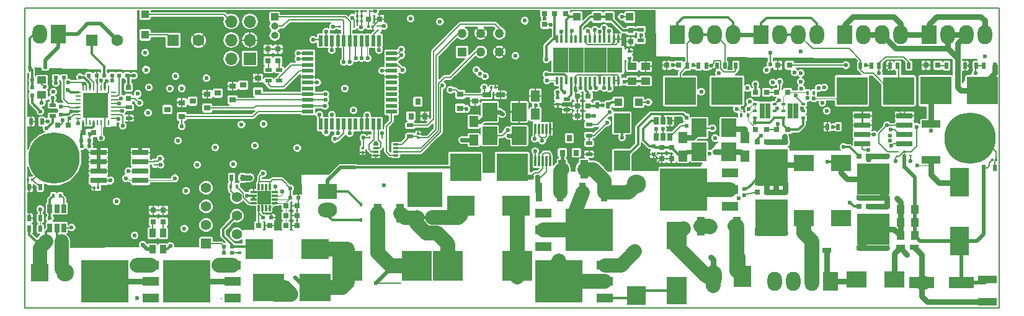
<source format=gbr>
G04 #@! TF.FileFunction,Copper,L1,Top,Signal*
%FSLAX46Y46*%
G04 Gerber Fmt 4.6, Leading zero omitted, Abs format (unit mm)*
G04 Created by KiCad (PCBNEW 4.0.7) date 06/14/18 16:50:20*
%MOMM*%
%LPD*%
G01*
G04 APERTURE LIST*
%ADD10C,0.100000*%
%ADD11C,0.150000*%
%ADD12R,0.600000X0.500000*%
%ADD13R,0.500000X0.600000*%
%ADD14R,0.900000X0.500000*%
%ADD15R,0.750000X0.800000*%
%ADD16R,0.800000X0.750000*%
%ADD17R,1.250000X1.000000*%
%ADD18R,0.500000X0.900000*%
%ADD19R,0.700000X0.250000*%
%ADD20R,0.250000X0.700000*%
%ADD21R,1.725000X1.725000*%
%ADD22R,4.100000X4.100000*%
%ADD23R,0.300000X0.350000*%
%ADD24R,0.350000X0.300000*%
%ADD25R,1.600000X1.600000*%
%ADD26C,1.600000*%
%ADD27R,3.750000X2.700000*%
%ADD28R,2.700000X3.750000*%
%ADD29R,3.500000X1.600000*%
%ADD30R,2.500000X1.000000*%
%ADD31R,2.500000X4.000000*%
%ADD32R,1.000000X1.250000*%
%ADD33R,0.800000X0.800000*%
%ADD34R,1.100000X1.100000*%
%ADD35R,0.900000X0.800000*%
%ADD36R,1.400000X1.270000*%
%ADD37R,4.720000X4.800000*%
%ADD38R,2.600000X2.600000*%
%ADD39O,2.600000X2.600000*%
%ADD40R,4.241800X3.810000*%
%ADD41R,0.300000X1.450000*%
%ADD42C,7.000000*%
%ADD43R,1.700000X1.700000*%
%ADD44O,1.700000X1.700000*%
%ADD45R,1.000000X1.000000*%
%ADD46O,1.000000X1.000000*%
%ADD47R,2.350000X3.000000*%
%ADD48O,2.350000X3.000000*%
%ADD49C,1.270000*%
%ADD50R,1.270000X1.270000*%
%ADD51R,2.000000X2.600000*%
%ADD52O,2.000000X2.600000*%
%ADD53R,0.280000X0.430000*%
%ADD54R,0.900000X2.500000*%
%ADD55R,2.200000X2.700000*%
%ADD56R,2.700000X2.200000*%
%ADD57R,0.630000X0.450000*%
%ADD58R,0.800000X1.050000*%
%ADD59R,4.510000X4.350000*%
%ADD60R,0.700000X0.700000*%
%ADD61R,0.800000X0.900000*%
%ADD62R,2.200000X1.200000*%
%ADD63R,6.400000X5.800000*%
%ADD64R,3.050000X2.750000*%
%ADD65R,0.430000X0.280000*%
%ADD66R,0.400000X0.600000*%
%ADD67R,0.600000X0.400000*%
%ADD68R,1.000000X2.500000*%
%ADD69R,2.199640X0.797560*%
%ADD70R,0.550000X1.500000*%
%ADD71R,1.500000X0.550000*%
%ADD72R,0.650000X1.220000*%
%ADD73R,0.813000X0.305000*%
%ADD74R,0.305000X0.813000*%
%ADD75R,1.854000X1.854000*%
%ADD76R,1.397000X1.397000*%
%ADD77C,1.397000*%
%ADD78R,0.650000X1.060000*%
%ADD79R,0.400000X1.100000*%
%ADD80R,1.100000X0.890000*%
%ADD81R,0.749300X0.299720*%
%ADD82R,2.600000X2.000000*%
%ADD83O,2.600000X2.000000*%
%ADD84C,2.400000*%
%ADD85R,2.400000X2.400000*%
%ADD86R,0.600000X0.450000*%
%ADD87R,0.450000X0.600000*%
%ADD88R,0.900000X1.200000*%
%ADD89R,1.250000X1.500000*%
%ADD90R,1.200000X0.750000*%
%ADD91R,2.000000X2.500000*%
%ADD92C,0.600000*%
%ADD93C,0.400000*%
%ADD94C,0.200000*%
%ADD95C,0.200000*%
%ADD96C,0.500000*%
%ADD97C,2.000000*%
%ADD98C,1.960000*%
%ADD99C,0.300000*%
%ADD100C,0.800000*%
%ADD101C,0.600000*%
%ADD102C,0.700000*%
G04 APERTURE END LIST*
D10*
D11*
X25000000Y-164000000D02*
X25000000Y-123000000D01*
X158000000Y-164000000D02*
X25000000Y-164000000D01*
X158000000Y-123000000D02*
X158000000Y-164000000D01*
X25000000Y-123000000D02*
X158000000Y-123000000D01*
D12*
X35790000Y-132250000D03*
X36890000Y-132250000D03*
D13*
X29920000Y-137570000D03*
X29920000Y-136470000D03*
D12*
X30310000Y-132540000D03*
X29210000Y-132540000D03*
X33740000Y-132250000D03*
X34840000Y-132250000D03*
X37840000Y-132250000D03*
X38940000Y-132250000D03*
X32710000Y-141110000D03*
X33810000Y-141110000D03*
D14*
X28770000Y-137790000D03*
X28770000Y-136290000D03*
D15*
X39150000Y-133870000D03*
X39150000Y-135370000D03*
D16*
X29440000Y-139000000D03*
X30940000Y-139000000D03*
D17*
X27310000Y-134880000D03*
X27310000Y-132880000D03*
D18*
X27330000Y-138540000D03*
X25830000Y-138540000D03*
D14*
X39200000Y-136570000D03*
X39200000Y-138070000D03*
D19*
X32250000Y-134560000D03*
X32250000Y-135060000D03*
X32250000Y-135560000D03*
X32250000Y-136060000D03*
X32250000Y-136560000D03*
X32250000Y-137060000D03*
X32250000Y-137560000D03*
X32250000Y-138060000D03*
D20*
X32900000Y-138710000D03*
X33400000Y-138710000D03*
X33900000Y-138710000D03*
X34400000Y-138710000D03*
X34900000Y-138710000D03*
X35400000Y-138710000D03*
X35900000Y-138710000D03*
X36400000Y-138710000D03*
D19*
X37050000Y-138060000D03*
X37050000Y-137560000D03*
X37050000Y-137060000D03*
X37050000Y-136560000D03*
X37050000Y-136060000D03*
X37050000Y-135560000D03*
X37050000Y-135060000D03*
X37050000Y-134560000D03*
D20*
X36400000Y-133910000D03*
X35900000Y-133910000D03*
X35400000Y-133910000D03*
X34900000Y-133910000D03*
X34400000Y-133910000D03*
X33900000Y-133910000D03*
X33400000Y-133910000D03*
X32900000Y-133910000D03*
D21*
X35512500Y-137172500D03*
X35512500Y-135447500D03*
X33787500Y-137172500D03*
X33787500Y-135447500D03*
D22*
X78500000Y-158250000D03*
X69000000Y-158250000D03*
D23*
X35010000Y-147590000D03*
X34450000Y-147590000D03*
D24*
X145040000Y-142640000D03*
X145040000Y-143200000D03*
D25*
X45200000Y-127450000D03*
D26*
X48700000Y-127450000D03*
D23*
X70920000Y-123420000D03*
X70360000Y-123420000D03*
X70920000Y-124120000D03*
X70360000Y-124120000D03*
X70920000Y-124820000D03*
X70360000Y-124820000D03*
D16*
X71920000Y-124530000D03*
X73420000Y-124530000D03*
D23*
X71920000Y-125560000D03*
X72480000Y-125560000D03*
D24*
X71090000Y-142180000D03*
X71090000Y-142740000D03*
X78670000Y-140750000D03*
X78670000Y-140190000D03*
D16*
X62130000Y-151410000D03*
X60630000Y-151410000D03*
D12*
X61230000Y-148960000D03*
X62330000Y-148960000D03*
D16*
X62130000Y-150060000D03*
X60630000Y-150060000D03*
X62130000Y-152760000D03*
X60630000Y-152760000D03*
D12*
X57520000Y-151650000D03*
X58620000Y-151650000D03*
D16*
X58430000Y-152750000D03*
X56930000Y-152750000D03*
D27*
X64565000Y-155960000D03*
X57015000Y-155960000D03*
D12*
X52190000Y-156450000D03*
X53290000Y-156450000D03*
X52190000Y-155600000D03*
X53290000Y-155600000D03*
D28*
X113990000Y-161625000D03*
X113990000Y-154075000D03*
D27*
X84515000Y-150050000D03*
X92065000Y-150050000D03*
D23*
X88670000Y-133890000D03*
X89230000Y-133890000D03*
D25*
X34100000Y-127450000D03*
D26*
X37600000Y-127450000D03*
D15*
X113250000Y-142100000D03*
X113250000Y-143600000D03*
X111900000Y-142100000D03*
X111900000Y-143600000D03*
D13*
X110800000Y-143000000D03*
X110800000Y-141900000D03*
X115290000Y-137980000D03*
X115290000Y-139080000D03*
D16*
X127610000Y-139640000D03*
X129110000Y-139640000D03*
X126250000Y-134540000D03*
X124750000Y-134540000D03*
X127600000Y-134540000D03*
X129100000Y-134540000D03*
X126260000Y-139640000D03*
X124760000Y-139640000D03*
D23*
X157040000Y-143780000D03*
X157600000Y-143780000D03*
D16*
X98820000Y-123750000D03*
X97320000Y-123750000D03*
D15*
X95970000Y-123750000D03*
X95970000Y-125250000D03*
D29*
X147440000Y-160510000D03*
X152840000Y-160510000D03*
D17*
X109740000Y-133010000D03*
X109740000Y-131010000D03*
X107910000Y-133010000D03*
X107910000Y-131010000D03*
D16*
X100390000Y-136390000D03*
X101890000Y-136390000D03*
D30*
X156400000Y-163150000D03*
X156400000Y-160150000D03*
D31*
X152590000Y-146820000D03*
X152590000Y-154820000D03*
D32*
X144490000Y-154130000D03*
X146490000Y-154130000D03*
X144490000Y-152330000D03*
X146490000Y-152330000D03*
X144490000Y-150530000D03*
X146490000Y-150530000D03*
D16*
X100380000Y-135030000D03*
X101880000Y-135030000D03*
X100390000Y-137750000D03*
X101890000Y-137750000D03*
D15*
X107680000Y-127610000D03*
X107680000Y-126110000D03*
D33*
X59540000Y-130250000D03*
X59540000Y-128650000D03*
D34*
X41400000Y-126700000D03*
X41400000Y-123900000D03*
D35*
X46430000Y-137840000D03*
X46430000Y-135940000D03*
X44430000Y-136890000D03*
X49890000Y-136690000D03*
X49890000Y-134790000D03*
X47890000Y-135740000D03*
X53340000Y-135590000D03*
X53340000Y-133690000D03*
X51340000Y-134640000D03*
X56790000Y-134500000D03*
X56790000Y-132600000D03*
X54790000Y-133550000D03*
D36*
X80620000Y-151660000D03*
D37*
X79580000Y-147860000D03*
D36*
X78540000Y-151660000D03*
D38*
X108490000Y-162350000D03*
D39*
X108490000Y-147110000D03*
D33*
X114240000Y-130850000D03*
X112640000Y-130850000D03*
X58190000Y-130250000D03*
X58190000Y-128650000D03*
X149600000Y-130850000D03*
X148000000Y-130850000D03*
X129360000Y-130850000D03*
X127760000Y-130850000D03*
D34*
X100320000Y-124250000D03*
X103120000Y-124250000D03*
X107560000Y-124250000D03*
X104760000Y-124250000D03*
X105970000Y-135890000D03*
X108770000Y-135890000D03*
D40*
X58272300Y-161210000D03*
X64647700Y-161210000D03*
X120817700Y-134340000D03*
X114442300Y-134340000D03*
X149322300Y-134320000D03*
X155697700Y-134320000D03*
X137892300Y-134330000D03*
X144267700Y-134330000D03*
D41*
X96670000Y-139530000D03*
X96170000Y-139530000D03*
X95670000Y-139530000D03*
X95170000Y-139530000D03*
X94670000Y-139530000D03*
X94670000Y-143930000D03*
X95170000Y-143930000D03*
X95670000Y-143930000D03*
X96170000Y-143930000D03*
X96670000Y-143930000D03*
D42*
X154010000Y-140810000D03*
D43*
X55690000Y-129950000D03*
D44*
X53150000Y-129950000D03*
X55690000Y-127410000D03*
X53150000Y-127410000D03*
X55690000Y-124870000D03*
X53150000Y-124870000D03*
D45*
X59090000Y-124250000D03*
D46*
X59090000Y-125520000D03*
X59090000Y-126790000D03*
D47*
X122950000Y-159700000D03*
D48*
X118990000Y-159700000D03*
D49*
X84690000Y-126480000D03*
X87230000Y-126480000D03*
X89770000Y-126480000D03*
D50*
X84690000Y-129020000D03*
D49*
X87230000Y-129020000D03*
X89770000Y-129020000D03*
D51*
X125520000Y-126650000D03*
D52*
X128060000Y-126650000D03*
X130600000Y-126650000D03*
X133140000Y-126650000D03*
D51*
X114080000Y-126650000D03*
D52*
X116620000Y-126650000D03*
X119160000Y-126650000D03*
X121700000Y-126650000D03*
D51*
X136950000Y-126650000D03*
D52*
X139490000Y-126650000D03*
X142030000Y-126650000D03*
X144570000Y-126650000D03*
D51*
X148400000Y-126650000D03*
D52*
X150940000Y-126650000D03*
X153480000Y-126650000D03*
X156020000Y-126650000D03*
D53*
X71560000Y-123470000D03*
X72080000Y-123470000D03*
D54*
X98040000Y-148200000D03*
X95140000Y-148200000D03*
D22*
X92240000Y-158250000D03*
X82740000Y-158250000D03*
D54*
X101120000Y-148200000D03*
X104020000Y-148200000D03*
D55*
X106500000Y-143850000D03*
X106500000Y-138750000D03*
D56*
X136400000Y-144150000D03*
X131300000Y-144150000D03*
X136400000Y-151700000D03*
X131300000Y-151700000D03*
X143650000Y-160150000D03*
X138550000Y-160150000D03*
D57*
X131200000Y-138040000D03*
X131200000Y-137090000D03*
X131200000Y-136140000D03*
X128520000Y-136140000D03*
X128520000Y-137090000D03*
X128520000Y-138040000D03*
D58*
X129460000Y-136565000D03*
X129460000Y-137615000D03*
X130260000Y-136565000D03*
X130260000Y-137615000D03*
D57*
X127350000Y-138040000D03*
X127350000Y-137090000D03*
X127350000Y-136140000D03*
X124670000Y-136140000D03*
X124670000Y-137090000D03*
X124670000Y-138040000D03*
D58*
X125610000Y-136565000D03*
X125610000Y-137615000D03*
X126410000Y-136565000D03*
X126410000Y-137615000D03*
D59*
X126900000Y-151290000D03*
D60*
X126265000Y-148160000D03*
X127535000Y-148160000D03*
X128805000Y-148160000D03*
X124995000Y-148160000D03*
X124995000Y-153760000D03*
X128805000Y-153760000D03*
X127535000Y-153760000D03*
X126265000Y-153760000D03*
D59*
X126900000Y-144440000D03*
D60*
X126265000Y-141310000D03*
X127535000Y-141310000D03*
X128805000Y-141310000D03*
X124995000Y-141310000D03*
X124995000Y-146910000D03*
X128805000Y-146910000D03*
X127535000Y-146910000D03*
X126265000Y-146910000D03*
D59*
X140790000Y-153280000D03*
D60*
X140155000Y-150150000D03*
X141425000Y-150150000D03*
X142695000Y-150150000D03*
X138885000Y-150150000D03*
X138885000Y-155750000D03*
X142695000Y-155750000D03*
X141425000Y-155750000D03*
X140155000Y-155750000D03*
D59*
X140790000Y-146430000D03*
D60*
X140155000Y-143300000D03*
X141425000Y-143300000D03*
X142695000Y-143300000D03*
X138885000Y-143300000D03*
X138885000Y-148900000D03*
X142695000Y-148900000D03*
X141425000Y-148900000D03*
X140155000Y-148900000D03*
D61*
X77690000Y-137800000D03*
X79590000Y-137800000D03*
X78640000Y-135800000D03*
D62*
X53340000Y-162680000D03*
X53340000Y-160400000D03*
X53340000Y-158120000D03*
D63*
X47040000Y-160400000D03*
D64*
X45365000Y-158875000D03*
X48715000Y-161925000D03*
X45365000Y-161925000D03*
X48715000Y-158875000D03*
D62*
X42190000Y-162680000D03*
X42190000Y-160400000D03*
X42190000Y-158120000D03*
D63*
X35890000Y-160400000D03*
D64*
X34215000Y-158875000D03*
X37565000Y-161925000D03*
X34215000Y-161925000D03*
X37565000Y-158875000D03*
D61*
X98370000Y-142800000D03*
X100270000Y-142800000D03*
X99320000Y-140800000D03*
D62*
X95740000Y-151070000D03*
X95740000Y-153350000D03*
X95740000Y-155630000D03*
D63*
X102040000Y-153350000D03*
D64*
X103715000Y-154875000D03*
X100365000Y-151825000D03*
X103715000Y-151825000D03*
X100365000Y-154875000D03*
D62*
X104140000Y-162680000D03*
X104140000Y-160400000D03*
X104140000Y-158120000D03*
D63*
X97840000Y-160400000D03*
D64*
X96165000Y-158875000D03*
X99515000Y-161925000D03*
X96165000Y-161925000D03*
X99515000Y-158875000D03*
D62*
X121240000Y-150080000D03*
X121240000Y-147800000D03*
X121240000Y-145520000D03*
D63*
X114940000Y-147800000D03*
D64*
X113265000Y-146275000D03*
X116615000Y-149325000D03*
X113265000Y-149325000D03*
X116615000Y-146275000D03*
D65*
X145910000Y-142690000D03*
X145910000Y-143210000D03*
D14*
X59690000Y-132950000D03*
X59690000Y-131450000D03*
D65*
X42740000Y-144480000D03*
X42740000Y-143960000D03*
X144120000Y-143220000D03*
X144120000Y-142700000D03*
D53*
X69910000Y-125560000D03*
X69390000Y-125560000D03*
X67970000Y-125580000D03*
X68490000Y-125580000D03*
D65*
X73190000Y-125520000D03*
X73190000Y-126040000D03*
D53*
X72090000Y-140710000D03*
X72610000Y-140710000D03*
X73770000Y-140700000D03*
X73250000Y-140700000D03*
D14*
X77590000Y-140550000D03*
X77590000Y-139050000D03*
D18*
X25600000Y-153190000D03*
X27100000Y-153190000D03*
X27100000Y-151740000D03*
X25600000Y-151740000D03*
D66*
X28900000Y-148700000D03*
X29800000Y-148700000D03*
X53050000Y-147410000D03*
X53950000Y-147410000D03*
D67*
X54240000Y-156500000D03*
X54240000Y-155600000D03*
D66*
X94120000Y-146100000D03*
X95020000Y-146100000D03*
D18*
X54700000Y-146210000D03*
X53200000Y-146210000D03*
D68*
X117290000Y-152850000D03*
X122190000Y-152850000D03*
D18*
X155900000Y-144850000D03*
X157400000Y-144850000D03*
D66*
X123680000Y-137710000D03*
X122780000Y-137710000D03*
D30*
X148690000Y-143770000D03*
X148690000Y-138870000D03*
D66*
X131820000Y-134630000D03*
X132720000Y-134630000D03*
D18*
X120540000Y-130900000D03*
X122040000Y-130900000D03*
X117990000Y-130900000D03*
X119490000Y-130900000D03*
X157400000Y-130890000D03*
X155900000Y-130890000D03*
X154850000Y-130890000D03*
X153350000Y-130890000D03*
X144140000Y-130900000D03*
X145640000Y-130900000D03*
X141590000Y-130900000D03*
X143090000Y-130900000D03*
D14*
X58240000Y-132950000D03*
X58240000Y-131450000D03*
D18*
X115440000Y-130900000D03*
X116940000Y-130900000D03*
X152300000Y-130890000D03*
X150800000Y-130890000D03*
X139040000Y-130900000D03*
X140540000Y-130900000D03*
D67*
X107490000Y-129850000D03*
X107490000Y-128950000D03*
D18*
X104610000Y-136340000D03*
X103110000Y-136340000D03*
D14*
X102000000Y-143000000D03*
X102000000Y-141500000D03*
X102000000Y-138950000D03*
X102000000Y-140450000D03*
X98960000Y-135440000D03*
X98960000Y-136940000D03*
X109090000Y-125950000D03*
X109090000Y-127450000D03*
D67*
X97750000Y-135290000D03*
X97750000Y-136190000D03*
D69*
X40767660Y-146582460D03*
X40767660Y-145312460D03*
X40767660Y-144047540D03*
X40767660Y-142777540D03*
X35032340Y-142777540D03*
X35032340Y-144047540D03*
X35032340Y-145312460D03*
X35032340Y-146582460D03*
X145057660Y-141582460D03*
X145057660Y-140312460D03*
X145057660Y-139047540D03*
X145057660Y-137777540D03*
X139322340Y-137777540D03*
X139322340Y-139047540D03*
X139322340Y-140312460D03*
X139322340Y-141582460D03*
D70*
X65330000Y-138890000D03*
X66130000Y-138890000D03*
X66930000Y-138890000D03*
X67730000Y-138890000D03*
X68530000Y-138890000D03*
X69330000Y-138890000D03*
X70130000Y-138890000D03*
X70930000Y-138890000D03*
X71730000Y-138890000D03*
X72530000Y-138890000D03*
X73330000Y-138890000D03*
D71*
X75030000Y-137190000D03*
X75030000Y-136390000D03*
X75030000Y-135590000D03*
X75030000Y-134790000D03*
X75030000Y-133990000D03*
X75030000Y-133190000D03*
X75030000Y-132390000D03*
X75030000Y-131590000D03*
X75030000Y-130790000D03*
X75030000Y-129990000D03*
X75030000Y-129190000D03*
D70*
X73330000Y-127490000D03*
X72530000Y-127490000D03*
X71730000Y-127490000D03*
X70930000Y-127490000D03*
X70130000Y-127490000D03*
X69330000Y-127490000D03*
X68530000Y-127490000D03*
X67730000Y-127490000D03*
X66930000Y-127490000D03*
X66130000Y-127490000D03*
X65330000Y-127490000D03*
D71*
X63630000Y-129190000D03*
X63630000Y-129990000D03*
X63630000Y-130790000D03*
X63630000Y-131590000D03*
X63630000Y-132390000D03*
X63630000Y-133190000D03*
X63630000Y-133990000D03*
X63630000Y-134790000D03*
X63630000Y-135590000D03*
X63630000Y-136390000D03*
X63630000Y-137190000D03*
D72*
X28400000Y-153040000D03*
X29350000Y-153040000D03*
X30300000Y-153040000D03*
X30300000Y-150420000D03*
X29350000Y-150420000D03*
X28400000Y-150420000D03*
D73*
X56202000Y-148160000D03*
X56202000Y-148660000D03*
X56202000Y-149160000D03*
X56202000Y-149660000D03*
D74*
X56900000Y-150358000D03*
X57400000Y-150358000D03*
X57900000Y-150358000D03*
X58400000Y-150358000D03*
D73*
X59098000Y-149660000D03*
X59098000Y-149160000D03*
X59098000Y-148660000D03*
X59098000Y-148160000D03*
D74*
X58400000Y-147462000D03*
X57900000Y-147462000D03*
X57400000Y-147462000D03*
X56900000Y-147462000D03*
D75*
X57650000Y-148910000D03*
D76*
X49724000Y-155220000D03*
D77*
X53915000Y-153950000D03*
X49724000Y-152680000D03*
X53915000Y-151410000D03*
X49724000Y-150140000D03*
X53915000Y-148870000D03*
X49724000Y-147600000D03*
D35*
X84420000Y-134810000D03*
X84420000Y-136710000D03*
X86420000Y-135760000D03*
D78*
X113050000Y-138400000D03*
X112100000Y-138400000D03*
X111150000Y-138400000D03*
X111150000Y-140600000D03*
X113050000Y-140600000D03*
X112100000Y-140600000D03*
D79*
X97595000Y-132960000D03*
X98245000Y-132960000D03*
X98895000Y-132960000D03*
X99545000Y-132960000D03*
X100195000Y-132960000D03*
X100845000Y-132960000D03*
X101495000Y-132960000D03*
X102145000Y-132960000D03*
X102795000Y-132960000D03*
X103445000Y-132960000D03*
X104095000Y-132960000D03*
X104745000Y-132960000D03*
X105395000Y-132960000D03*
X106045000Y-132960000D03*
X106045000Y-127260000D03*
X105395000Y-127260000D03*
X104745000Y-127260000D03*
X104095000Y-127260000D03*
X103445000Y-127260000D03*
X102795000Y-127260000D03*
X102145000Y-127260000D03*
X101495000Y-127260000D03*
X100845000Y-127260000D03*
X100195000Y-127260000D03*
X99545000Y-127260000D03*
X98895000Y-127260000D03*
X98245000Y-127260000D03*
X97595000Y-127260000D03*
D80*
X106045000Y-131385000D03*
X106045000Y-130535000D03*
X106045000Y-128835000D03*
X106045000Y-129685000D03*
X104988750Y-129685000D03*
X104988750Y-128835000D03*
X104988750Y-130535000D03*
X104988750Y-131385000D03*
X103932500Y-131385000D03*
X103932500Y-130535000D03*
X103932500Y-128835000D03*
X103932500Y-129685000D03*
X102876250Y-129685000D03*
X102876250Y-128835000D03*
X102876250Y-130535000D03*
X102876250Y-131385000D03*
X101820000Y-131385000D03*
X101820000Y-130535000D03*
X101820000Y-128835000D03*
X101820000Y-129685000D03*
X100763750Y-129685000D03*
X100763750Y-128835000D03*
X100763750Y-130535000D03*
X100763750Y-131385000D03*
X99707500Y-131385000D03*
X99707500Y-130535000D03*
X99707500Y-128835000D03*
X99707500Y-129685000D03*
X98651250Y-129685000D03*
X98651250Y-128835000D03*
X98651250Y-130535000D03*
X98651250Y-131385000D03*
X97595000Y-131385000D03*
X97595000Y-130535000D03*
X97595000Y-128835000D03*
X97595000Y-129685000D03*
D81*
X72875860Y-141650700D03*
X72875860Y-142151080D03*
X72875860Y-142648920D03*
X72875860Y-143149300D03*
X75624140Y-143149300D03*
X75624140Y-142648920D03*
X75624140Y-142151080D03*
X75624140Y-141650700D03*
D23*
X25400000Y-146450000D03*
X25960000Y-146450000D03*
D40*
X85142300Y-144800000D03*
X91517700Y-144800000D03*
D42*
X29000000Y-143500000D03*
D18*
X25600000Y-147520000D03*
X27100000Y-147520000D03*
D82*
X66330000Y-148100000D03*
D83*
X66330000Y-150640000D03*
D51*
X29550000Y-126600000D03*
D52*
X27010000Y-126600000D03*
D84*
X30500000Y-159200000D03*
D85*
X27000000Y-159200000D03*
D86*
X27750000Y-131150000D03*
X25650000Y-131150000D03*
X27850000Y-154900000D03*
X29950000Y-154900000D03*
D87*
X70880000Y-149900000D03*
X70880000Y-152000000D03*
D33*
X42540000Y-152240000D03*
X42540000Y-150640000D03*
X43890000Y-152250000D03*
X43890000Y-150650000D03*
D88*
X42390000Y-155990000D03*
X42390000Y-153790000D03*
X43840000Y-156000000D03*
X43840000Y-153800000D03*
D68*
X73170000Y-151050000D03*
X76170000Y-151050000D03*
X98320000Y-145050000D03*
X101320000Y-145050000D03*
D89*
X94700000Y-137530000D03*
X94700000Y-135030000D03*
X86250000Y-141060000D03*
X86250000Y-138560000D03*
X123280000Y-143260000D03*
X123280000Y-140760000D03*
X114830000Y-143250000D03*
X114830000Y-140750000D03*
D90*
X146390000Y-155700000D03*
X144490000Y-155700000D03*
X132520000Y-156130000D03*
X134420000Y-156130000D03*
X88020000Y-134910000D03*
X89920000Y-134910000D03*
D91*
X117050000Y-142650000D03*
X121050000Y-142650000D03*
X88470000Y-137210000D03*
X92470000Y-137210000D03*
X92470000Y-140460000D03*
X88470000Y-140460000D03*
X117050000Y-139400000D03*
X121050000Y-139400000D03*
D13*
X25980000Y-134950000D03*
X25980000Y-133850000D03*
D18*
X136010000Y-139240000D03*
X134510000Y-139240000D03*
D16*
X34410000Y-140010000D03*
X32910000Y-140010000D03*
D51*
X134950000Y-160350000D03*
D52*
X132410000Y-160350000D03*
X129870000Y-160350000D03*
X127330000Y-160350000D03*
D92*
X28910000Y-134470000D03*
X40400000Y-134750000D03*
X45900000Y-141170000D03*
X50990000Y-142080000D03*
X62190000Y-142140000D03*
X56400000Y-141830000D03*
X54570000Y-138930000D03*
X57570000Y-138880000D03*
X74010000Y-147280000D03*
X69850000Y-137010000D03*
X68680000Y-134010000D03*
X40000000Y-154100000D03*
X81660000Y-124890000D03*
X91970000Y-129570000D03*
X93240000Y-124760000D03*
X77660000Y-124480000D03*
X45540000Y-132340000D03*
X41540000Y-131450000D03*
X41790000Y-137360000D03*
X37540000Y-149420000D03*
X46780000Y-153150000D03*
X47000000Y-148010000D03*
X48490000Y-144440000D03*
X53460000Y-144330000D03*
X49760000Y-132620000D03*
X41440000Y-129150000D03*
X41940000Y-133860000D03*
X44770000Y-134020000D03*
X46420000Y-133990000D03*
X122410000Y-148980000D03*
X117330000Y-134450000D03*
X87680000Y-133900000D03*
X94670000Y-142550000D03*
X126248909Y-131521091D03*
X123975028Y-135790010D03*
X134480000Y-137070000D03*
X146740000Y-139240000D03*
X143876446Y-143973554D03*
X140120000Y-142450000D03*
X133830000Y-135950000D03*
X130070000Y-131800000D03*
X36680000Y-146600000D03*
X43520000Y-144450000D03*
X57460000Y-145630000D03*
X61230000Y-147640000D03*
X71200000Y-140740000D03*
X72875860Y-141510000D03*
X73788316Y-140129999D03*
X83100000Y-134210000D03*
X74020000Y-125490000D03*
X69670000Y-124340000D03*
X67040000Y-125530000D03*
X33720000Y-135550000D03*
X25830000Y-137450000D03*
X119004779Y-131524908D03*
X109680000Y-142680000D03*
D93*
X112810000Y-138010000D03*
D92*
X123020000Y-136640000D03*
X121200000Y-131250000D03*
X129480000Y-133059999D03*
X146710000Y-138050000D03*
X145040000Y-144670000D03*
X143960000Y-136820000D03*
X147120000Y-130820000D03*
X154000000Y-130890000D03*
X142520000Y-131670000D03*
X71740000Y-137670000D03*
X73780000Y-131590000D03*
X66890000Y-128800000D03*
X70910000Y-125610000D03*
X64900000Y-133210000D03*
X72800000Y-123480000D03*
X61930000Y-159850000D03*
X72920000Y-160590000D03*
X55700000Y-146190000D03*
X118620000Y-157050000D03*
X90140000Y-137480000D03*
X122940000Y-156880000D03*
X25980000Y-132860000D03*
X39880000Y-132240000D03*
X29210000Y-133280000D03*
X32490000Y-132470000D03*
D94*
X25650000Y-131580000D03*
D92*
X27980000Y-139440000D03*
X32760000Y-141900000D03*
X44850000Y-155540000D03*
D94*
X51850000Y-162770000D03*
D92*
X119250000Y-142650000D03*
X123230000Y-139530000D03*
X156020000Y-129600000D03*
X145390000Y-156730000D03*
X123760000Y-136800000D03*
X123190000Y-147730000D03*
X96170000Y-130030000D03*
X134500000Y-144030000D03*
X123640000Y-133960000D03*
X104100000Y-125750000D03*
X95960000Y-124430000D03*
X96750000Y-125330000D03*
X106480000Y-124220000D03*
X102800000Y-126030000D03*
X106820000Y-133060000D03*
X102960000Y-133980000D03*
X103860000Y-136350000D03*
X98600000Y-134520000D03*
X104820000Y-137290000D03*
X104810000Y-133990000D03*
X152510000Y-146890000D03*
X144050000Y-149060000D03*
X146780000Y-144560000D03*
X102160000Y-133970000D03*
X102720000Y-137760000D03*
X46420000Y-139170000D03*
X27100000Y-150500000D03*
X65970000Y-136420000D03*
X87770000Y-132360000D03*
X130880000Y-133090000D03*
X154810000Y-131920000D03*
X87155891Y-132024014D03*
X141580000Y-131910000D03*
X130930000Y-131950000D03*
X66010000Y-135530000D03*
X86656890Y-131533081D03*
X118710000Y-130890000D03*
X66050686Y-134800686D03*
X113450000Y-130840000D03*
X116280000Y-130850000D03*
X108250000Y-156240000D03*
X118550000Y-152930000D03*
X95740000Y-155630000D03*
X152300000Y-129860000D03*
X126750000Y-129140000D03*
X126760000Y-130690000D03*
X35420000Y-132900000D03*
X134110000Y-133860000D03*
X143190000Y-139640000D03*
X94600000Y-140890000D03*
X68540000Y-130390000D03*
X60100000Y-148110000D03*
X39150000Y-145320000D03*
X98210000Y-126210000D03*
X123200000Y-148560000D03*
X128660000Y-140550000D03*
X140160000Y-143710000D03*
X125520000Y-140470000D03*
X99620000Y-126160000D03*
X127110000Y-133160000D03*
X103510000Y-126220000D03*
X137630000Y-149590000D03*
X101830000Y-126140000D03*
X136730000Y-142020000D03*
X41080000Y-155400000D03*
X40330000Y-162610000D03*
X135320000Y-139310000D03*
X104080000Y-133980000D03*
X104470000Y-138690000D03*
X109100000Y-126790000D03*
X104730000Y-126190000D03*
X100820000Y-133950000D03*
X97740000Y-134570000D03*
X143060000Y-141160000D03*
X96240000Y-132890000D03*
X66920000Y-137610000D03*
X84670000Y-141050000D03*
X91010000Y-140500000D03*
X31330000Y-137160000D03*
X27130000Y-137130000D03*
X124660000Y-138720000D03*
X124740000Y-133450000D03*
X106500000Y-140690000D03*
X131850000Y-135330000D03*
X120850000Y-134400000D03*
X122190000Y-136790000D03*
X132720000Y-135370000D03*
X71773646Y-129879990D03*
X35410000Y-140770000D03*
X111150000Y-139560000D03*
X112090000Y-139530000D03*
X148690000Y-139780000D03*
X81950000Y-133630000D03*
X137060000Y-130850000D03*
X139760000Y-130850000D03*
X118450002Y-142900000D03*
X67730000Y-140160000D03*
X65210000Y-137590000D03*
X119760000Y-131900000D03*
X130960000Y-134010000D03*
X66090000Y-140000000D03*
X62350000Y-129200000D03*
X70950000Y-129880000D03*
X62320000Y-130000000D03*
X70160000Y-129870000D03*
X73330000Y-128760000D03*
X130220000Y-135000000D03*
X76410000Y-129430000D03*
X127928312Y-135626131D03*
X76540000Y-131490000D03*
X145920000Y-143940000D03*
X140910000Y-140300000D03*
X64340000Y-127340000D03*
X43480000Y-143630000D03*
X142692460Y-139047540D03*
X66150000Y-126270000D03*
X67290000Y-140930000D03*
X28770000Y-135340000D03*
X30850000Y-134170000D03*
X31370000Y-153030000D03*
X69340000Y-140130000D03*
X143110000Y-140430000D03*
X76400000Y-128700000D03*
X96160000Y-132100000D03*
X110110000Y-135860000D03*
X126900000Y-151290000D03*
X147690000Y-160540000D03*
X136540000Y-151780000D03*
X33000000Y-133360000D03*
X33830000Y-140200000D03*
X30170000Y-138380000D03*
X33820000Y-141940000D03*
X27660000Y-133810000D03*
X30870000Y-133180000D03*
X38340000Y-139100000D03*
X38070000Y-135350000D03*
X55313511Y-148660000D03*
X119240000Y-140770000D03*
X45480000Y-146270000D03*
X38750000Y-146270000D03*
X36170000Y-133030000D03*
X133380000Y-133920000D03*
X143250000Y-141860000D03*
X95630000Y-141140000D03*
X69340000Y-130380000D03*
X59200000Y-147400000D03*
X118838554Y-139468554D03*
X127740000Y-138860000D03*
X131060002Y-136765002D03*
X127670000Y-136780000D03*
X128050000Y-133100000D03*
X130930000Y-128980000D03*
X85300000Y-136790000D03*
X94730000Y-136330000D03*
X90900000Y-139710000D03*
X61320000Y-162100000D03*
X28410000Y-151760000D03*
X51500000Y-158130000D03*
X40300000Y-158200000D03*
X38300000Y-137080000D03*
X37800000Y-138150000D03*
X40610000Y-136010000D03*
X36890000Y-132950000D03*
X37850000Y-136070000D03*
X27310000Y-135960000D03*
X31090000Y-138100000D03*
X28130000Y-138510000D03*
X32230000Y-138810000D03*
D95*
X46430000Y-134000000D02*
X46420000Y-133990000D01*
X139530000Y-142450000D02*
X139322340Y-142242340D01*
X139322340Y-142242340D02*
X139322340Y-141582460D01*
X140120000Y-142450000D02*
X139530000Y-142450000D01*
X87680000Y-133900000D02*
X87680000Y-134570000D01*
X87680000Y-134570000D02*
X88020000Y-134910000D01*
X94670000Y-142550000D02*
X94670000Y-143930000D01*
X146740000Y-139240000D02*
X146740000Y-141935000D01*
X146740000Y-141935000D02*
X145985000Y-142690000D01*
X145985000Y-142690000D02*
X145910000Y-142690000D01*
X88020000Y-134910000D02*
X84520000Y-134910000D01*
X84520000Y-134910000D02*
X84420000Y-134810000D01*
X88670000Y-133890000D02*
X88670000Y-134260000D01*
X88670000Y-134260000D02*
X88020000Y-134910000D01*
X145040000Y-142640000D02*
X145860000Y-142640000D01*
X145860000Y-142640000D02*
X145910000Y-142690000D01*
X144120000Y-143220000D02*
X144334998Y-143220000D01*
X144334998Y-143220000D02*
X144914998Y-142640000D01*
X144914998Y-142640000D02*
X145040000Y-142640000D01*
X143876446Y-143973554D02*
X143876446Y-143463554D01*
X143876446Y-143463554D02*
X144120000Y-143220000D01*
X36680000Y-146600000D02*
X35049880Y-146600000D01*
X35049880Y-146600000D02*
X35032340Y-146582460D01*
X43520000Y-144450000D02*
X42770000Y-144450000D01*
X42770000Y-144450000D02*
X42740000Y-144480000D01*
X57015500Y-146740000D02*
X57015500Y-146074500D01*
X57015500Y-146074500D02*
X57460000Y-145630000D01*
X58400000Y-146855500D02*
X58560000Y-146695500D01*
X58560000Y-146695500D02*
X58765500Y-146490000D01*
X58400000Y-146740000D02*
X58515500Y-146740000D01*
X58515500Y-146740000D02*
X58560000Y-146695500D01*
X58400000Y-146740000D02*
X57015500Y-146740000D01*
X57015500Y-146740000D02*
X56900000Y-146855500D01*
X56900000Y-146855500D02*
X56900000Y-147462000D01*
X58400000Y-146855500D02*
X58400000Y-146740000D01*
X71200000Y-140740000D02*
X71200000Y-142070000D01*
X71200000Y-142070000D02*
X71090000Y-142180000D01*
X71200000Y-140740000D02*
X72060000Y-140740000D01*
X72060000Y-140740000D02*
X72090000Y-140710000D01*
X73788316Y-140129999D02*
X73788316Y-140681684D01*
X73788316Y-140681684D02*
X73770000Y-140700000D01*
X83100000Y-134210000D02*
X83820000Y-134210000D01*
X83820000Y-134210000D02*
X84420000Y-134810000D01*
X74020000Y-125490000D02*
X73220000Y-125490000D01*
X73220000Y-125490000D02*
X73190000Y-125520000D01*
X69670000Y-124340000D02*
X69910000Y-124580000D01*
X69910000Y-124580000D02*
X69910000Y-125560000D01*
X67040000Y-125530000D02*
X67920000Y-125530000D01*
X67920000Y-125530000D02*
X67970000Y-125580000D01*
X41400000Y-123900000D02*
X52180000Y-123900000D01*
X52180000Y-123900000D02*
X53150000Y-124870000D01*
X60080000Y-146490000D02*
X61230000Y-147640000D01*
X61230000Y-147640000D02*
X61230000Y-148960000D01*
X58765500Y-146490000D02*
X60080000Y-146490000D01*
X58400000Y-147462000D02*
X58400000Y-146855500D01*
D10*
X59098000Y-149160000D02*
X61030000Y-149160000D01*
X61030000Y-149160000D02*
X61230000Y-148960000D01*
D95*
X35010000Y-147590000D02*
X35010000Y-146604800D01*
X35010000Y-146604800D02*
X35032340Y-146582460D01*
D10*
X59098000Y-149660000D02*
X60530000Y-149660000D01*
X60530000Y-149660000D02*
X61230000Y-148960000D01*
X59098000Y-149660000D02*
X59098000Y-149160000D01*
X58400000Y-150358000D02*
X59098000Y-149660000D01*
X57900000Y-150358000D02*
X58400000Y-150358000D01*
X60630000Y-150060000D02*
X60630000Y-149560000D01*
X60630000Y-149560000D02*
X61230000Y-148960000D01*
X60630000Y-151410000D02*
X60630000Y-150060000D01*
X60630000Y-152760000D02*
X60630000Y-151410000D01*
D95*
X58620000Y-151650000D02*
X58620000Y-151330000D01*
X57400000Y-150900000D02*
X57400000Y-150358000D01*
X57600000Y-151100000D02*
X57400000Y-150900000D01*
X58390000Y-151100000D02*
X57600000Y-151100000D01*
X58620000Y-151330000D02*
X58390000Y-151100000D01*
X73420000Y-124530000D02*
X73420000Y-124620000D01*
X73420000Y-124620000D02*
X72480000Y-125560000D01*
X62330000Y-148960000D02*
X62330000Y-149860000D01*
X62330000Y-149860000D02*
X62130000Y-150060000D01*
X95170000Y-143930000D02*
X95170000Y-142940000D01*
X95700000Y-142410000D02*
X95700000Y-142400000D01*
X95170000Y-142940000D02*
X95700000Y-142410000D01*
X57400000Y-150358000D02*
X57400000Y-149160000D01*
X57400000Y-149160000D02*
X57650000Y-148910000D01*
X106045000Y-132960000D02*
X106045000Y-132315000D01*
X105920000Y-132190000D02*
X105300000Y-132190000D01*
X106045000Y-132315000D02*
X105920000Y-132190000D01*
X103445000Y-132960000D02*
X103445000Y-132485000D01*
X103445000Y-132485000D02*
X103740000Y-132190000D01*
X103250000Y-132190000D02*
X103740000Y-132190000D01*
X103740000Y-132190000D02*
X105300000Y-132190000D01*
X105395000Y-132285000D02*
X105395000Y-132960000D01*
X105300000Y-132190000D02*
X105395000Y-132285000D01*
X103445000Y-132960000D02*
X103445000Y-132385000D01*
X100195000Y-132365000D02*
X100195000Y-132960000D01*
X100370000Y-132190000D02*
X100195000Y-132365000D01*
X103250000Y-132190000D02*
X100370000Y-132190000D01*
X103445000Y-132385000D02*
X103250000Y-132190000D01*
X105097001Y-128000001D02*
X105107000Y-128010000D01*
X105107000Y-128010000D02*
X105645000Y-128010000D01*
X105645000Y-128010000D02*
X106045000Y-127610000D01*
X106045000Y-127610000D02*
X106045000Y-127260000D01*
X101495000Y-127260000D02*
X101495000Y-127702002D01*
X101495000Y-127702002D02*
X101792999Y-128000001D01*
X101792999Y-128000001D02*
X105097001Y-128000001D01*
X105097001Y-128000001D02*
X105395000Y-127702002D01*
X105395000Y-127702002D02*
X105395000Y-127260000D01*
X100380000Y-135030000D02*
X100380000Y-136380000D01*
X100380000Y-136380000D02*
X100390000Y-136390000D01*
X100195000Y-132960000D02*
X100195000Y-134845000D01*
X100195000Y-134845000D02*
X100380000Y-135030000D01*
X25830000Y-138540000D02*
X25830000Y-137450000D01*
X33720000Y-135550000D02*
X33787500Y-135447500D01*
X36400000Y-134560000D02*
X35512500Y-135447500D01*
X36400000Y-133910000D02*
X36400000Y-134560000D01*
X35900000Y-138710000D02*
X35900000Y-137560000D01*
X35900000Y-137560000D02*
X35512500Y-137172500D01*
X33400000Y-138710000D02*
X33400000Y-137560000D01*
X33400000Y-137560000D02*
X33787500Y-137172500D01*
X34900000Y-133910000D02*
X34900000Y-132310000D01*
X34900000Y-132310000D02*
X34840000Y-132250000D01*
X34900000Y-133910000D02*
X34900000Y-134835000D01*
X34900000Y-134835000D02*
X35512500Y-135447500D01*
D96*
X40770000Y-142176420D02*
X40770000Y-141890000D01*
X40770000Y-141890000D02*
X40320000Y-141440000D01*
X40320000Y-141440000D02*
X35380000Y-141440000D01*
X35380000Y-141440000D02*
X35032340Y-141787660D01*
X35032340Y-141787660D02*
X35032340Y-142777540D01*
X152840000Y-160510000D02*
X156040000Y-160510000D01*
X156040000Y-160510000D02*
X156400000Y-160150000D01*
X152590000Y-154820000D02*
X154980000Y-154820000D01*
X154980000Y-154820000D02*
X155900000Y-153900000D01*
X155900000Y-153900000D02*
X155900000Y-152960000D01*
X146490000Y-150530000D02*
X146490000Y-146120000D01*
X146490000Y-146120000D02*
X145040000Y-144670000D01*
X155900000Y-144850000D02*
X155900000Y-151410000D01*
X155900000Y-152960000D02*
X155900000Y-151410000D01*
D95*
X156660000Y-144160000D02*
X157040000Y-143780000D01*
X155900000Y-144850000D02*
X156350000Y-144850000D01*
X156350000Y-144850000D02*
X156660000Y-144540000D01*
X156660000Y-144540000D02*
X156660000Y-144160000D01*
D96*
X40767660Y-142777540D02*
X40767660Y-142178760D01*
D95*
X40767660Y-142178760D02*
X40770000Y-142176420D01*
X40767660Y-142777540D02*
X40767660Y-142537660D01*
D96*
X35032340Y-144047540D02*
X35032340Y-145312460D01*
X35032340Y-142777540D02*
X35032340Y-144047540D01*
D95*
X119490000Y-130900000D02*
X119490000Y-131039687D01*
X119490000Y-131039687D02*
X119004779Y-131524908D01*
X57900000Y-147462000D02*
X57900000Y-148660000D01*
X57900000Y-148660000D02*
X57400000Y-148160000D01*
X57400000Y-148160000D02*
X56202000Y-148160000D01*
X110800000Y-143000000D02*
X110000000Y-143000000D01*
X110000000Y-143000000D02*
X109680000Y-142680000D01*
X111900000Y-143600000D02*
X113250000Y-143600000D01*
X111900000Y-143600000D02*
X111400000Y-143600000D01*
X111400000Y-143600000D02*
X110800000Y-143000000D01*
X111250000Y-144743658D02*
X111250000Y-144250000D01*
X111250000Y-144250000D02*
X111900000Y-143600000D01*
X145057660Y-137777540D02*
X146437540Y-137777540D01*
X146437540Y-137777540D02*
X146710000Y-138050000D01*
D96*
X145040000Y-143200000D02*
X145040000Y-144670000D01*
D95*
X145057660Y-137777540D02*
X144917540Y-137777540D01*
X144917540Y-137777540D02*
X143960000Y-136820000D01*
X146695736Y-130820000D02*
X146350000Y-130820000D01*
X147120000Y-130820000D02*
X146695736Y-130820000D01*
X147120000Y-130820000D02*
X147970000Y-130820000D01*
X147970000Y-130820000D02*
X148000000Y-130850000D01*
X153350000Y-130890000D02*
X154000000Y-130890000D01*
X143090000Y-130900000D02*
X143090000Y-131100000D01*
X143090000Y-131100000D02*
X142520000Y-131670000D01*
X75040000Y-132380000D02*
X75030000Y-132390000D01*
D96*
X146490000Y-154130000D02*
X146490000Y-152330000D01*
X146490000Y-152330000D02*
X146490000Y-150530000D01*
X152590000Y-154820000D02*
X147180000Y-154820000D01*
X147180000Y-154820000D02*
X146490000Y-154130000D01*
X152840000Y-160510000D02*
X152840000Y-155070000D01*
D95*
X152840000Y-155070000D02*
X152590000Y-154820000D01*
X25400000Y-146450000D02*
X25400000Y-147320000D01*
X25400000Y-147320000D02*
X25600000Y-147520000D01*
X71730000Y-138890000D02*
X71730000Y-137680000D01*
X71730000Y-137680000D02*
X71740000Y-137670000D01*
X41400000Y-126700000D02*
X44450000Y-126700000D01*
X44450000Y-126700000D02*
X45200000Y-127450000D01*
X70920000Y-124820000D02*
X70920000Y-125600000D01*
X66930000Y-128760000D02*
X66930000Y-127490000D01*
X66890000Y-128800000D02*
X66930000Y-128760000D01*
X70920000Y-125600000D02*
X70910000Y-125610000D01*
X70920000Y-124120000D02*
X70920000Y-124820000D01*
X70920000Y-123420000D02*
X70920000Y-124120000D01*
X70920000Y-123420000D02*
X71510000Y-123420000D01*
X71510000Y-123420000D02*
X71560000Y-123470000D01*
X73780000Y-131590000D02*
X75030000Y-131590000D01*
X72080000Y-123470000D02*
X72790000Y-123470000D01*
X64880000Y-133190000D02*
X63630000Y-133190000D01*
X64900000Y-133210000D02*
X64880000Y-133190000D01*
X72790000Y-123470000D02*
X72800000Y-123480000D01*
X71920000Y-124530000D02*
X71920000Y-125560000D01*
X72080000Y-123470000D02*
X72080000Y-124370000D01*
X72080000Y-124370000D02*
X71920000Y-124530000D01*
X84690000Y-126480000D02*
X84140000Y-126480000D01*
X84140000Y-126480000D02*
X81110000Y-129510000D01*
X81110000Y-129510000D02*
X81110000Y-139650000D01*
X81110000Y-139650000D02*
X80010000Y-140750000D01*
X80010000Y-140750000D02*
X78670000Y-140750000D01*
X77590000Y-140550000D02*
X78470000Y-140550000D01*
X78470000Y-140550000D02*
X78670000Y-140750000D01*
X75624140Y-141650700D02*
X76489300Y-141650700D01*
X76489300Y-141650700D02*
X77590000Y-140550000D01*
D97*
X64565000Y-155960000D02*
X68960000Y-155960000D01*
D95*
X68960000Y-155960000D02*
X69000000Y-156000000D01*
D97*
X69000000Y-156000000D02*
X69000000Y-158250000D01*
X64647700Y-161210000D02*
X68290000Y-161210000D01*
X68290000Y-161210000D02*
X69000000Y-160500000D01*
X69000000Y-160500000D02*
X69000000Y-158250000D01*
D96*
X61930000Y-159850000D02*
X63290000Y-161210000D01*
X63290000Y-161210000D02*
X64647700Y-161210000D01*
D95*
X63200000Y-161210000D02*
X64647700Y-161210000D01*
D97*
X64647700Y-161210000D02*
X66050000Y-161210000D01*
D95*
X72920000Y-160590000D02*
X76290000Y-160590000D01*
D97*
X73170000Y-151050000D02*
X73170000Y-156460000D01*
X74960000Y-158250000D02*
X78500000Y-158250000D01*
X73170000Y-156460000D02*
X74960000Y-158250000D01*
D96*
X72920000Y-160590000D02*
X75260000Y-158250000D01*
D97*
X78510000Y-158250000D02*
X77990000Y-158250000D01*
X73170000Y-153430000D02*
X73170000Y-151050000D01*
X82740000Y-158250000D02*
X82740000Y-155250000D01*
X82740000Y-155250000D02*
X81250010Y-153760010D01*
X81250010Y-153760010D02*
X79750148Y-153760010D01*
X79750148Y-153760010D02*
X78519990Y-152529852D01*
X78519990Y-152529852D02*
X78519990Y-151660000D01*
D98*
X78540000Y-151660000D02*
X76780000Y-151660000D01*
X76780000Y-151660000D02*
X76170000Y-151050000D01*
D10*
X66330000Y-150640000D02*
X66330000Y-151370000D01*
D99*
X66330000Y-151370000D02*
X66960000Y-152000000D01*
X66960000Y-152000000D02*
X70880000Y-152000000D01*
X113990000Y-161625000D02*
X109215000Y-161625000D01*
D95*
X109215000Y-161625000D02*
X108490000Y-162350000D01*
D97*
X97840000Y-160400000D02*
X97840000Y-157550000D01*
X97840000Y-160400000D02*
X104140000Y-160400000D01*
D99*
X104140000Y-162680000D02*
X108160000Y-162680000D01*
D100*
X55680000Y-146210000D02*
X55700000Y-146190000D01*
X54700000Y-146210000D02*
X55680000Y-146210000D01*
X118990000Y-159700000D02*
X118990000Y-157420000D01*
X118990000Y-157420000D02*
X118620000Y-157050000D01*
D101*
X86250000Y-138560000D02*
X87120000Y-138560000D01*
X87120000Y-138560000D02*
X88470000Y-137210000D01*
X89870000Y-137210000D02*
X88470000Y-137210000D01*
X90140000Y-137480000D02*
X89870000Y-137210000D01*
D97*
X118990000Y-159700000D02*
X118080000Y-159700000D01*
X118990000Y-159700000D02*
X118990000Y-160970000D01*
X113990000Y-154075000D02*
X113990000Y-155610000D01*
X113990000Y-155610000D02*
X118080000Y-159700000D01*
X118080000Y-159700000D02*
X118990000Y-159700000D01*
X114940000Y-153125000D02*
X113990000Y-154075000D01*
X92240000Y-158250000D02*
X92240000Y-159770000D01*
X92240000Y-158250000D02*
X92240000Y-150225000D01*
X92240000Y-150225000D02*
X92065000Y-150050000D01*
X121240000Y-147800000D02*
X114940000Y-147800000D01*
D100*
X122950000Y-156890000D02*
X122950000Y-159700000D01*
X122940000Y-156880000D02*
X122950000Y-156890000D01*
D97*
X122190000Y-152850000D02*
X122190000Y-154990000D01*
X122190000Y-152850000D02*
X121900000Y-152850000D01*
X122190000Y-154990000D02*
X122190000Y-158940000D01*
X122190000Y-158940000D02*
X122950000Y-159700000D01*
D99*
X38940000Y-132250000D02*
X39870000Y-132250000D01*
X39870000Y-132250000D02*
X39880000Y-132240000D01*
X29210000Y-132540000D02*
X29210000Y-133280000D01*
X33900000Y-133330000D02*
X33900000Y-133910000D01*
X32490000Y-132470000D02*
X32520000Y-132500000D01*
X32520000Y-132500000D02*
X33070000Y-132500000D01*
X33070000Y-132500000D02*
X33900000Y-133330000D01*
X38940000Y-132250000D02*
X38950000Y-132250000D01*
X38950000Y-132250000D02*
X39150000Y-132450000D01*
X39150000Y-132450000D02*
X39150000Y-133870000D01*
X25980000Y-133850000D02*
X25980000Y-133150000D01*
X25980000Y-133150000D02*
X25980000Y-132860000D01*
D10*
X25980000Y-131510000D02*
X25980000Y-131480000D01*
D99*
X25980000Y-131480000D02*
X25650000Y-131150000D01*
X25980000Y-132860000D02*
X25980000Y-131510000D01*
X25650000Y-131580000D02*
X25650000Y-131150000D01*
D95*
X27010000Y-126600000D02*
X26240000Y-126600000D01*
D99*
X26240000Y-126600000D02*
X25650000Y-127190000D01*
X25650000Y-127190000D02*
X25650000Y-131150000D01*
X28770000Y-138650000D02*
X27980000Y-139440000D01*
X28770000Y-137790000D02*
X28770000Y-138650000D01*
X32710000Y-141850000D02*
X32710000Y-141110000D01*
X32760000Y-141900000D02*
X32710000Y-141850000D01*
X32910000Y-140010000D02*
X32910000Y-139810000D01*
X32910000Y-139810000D02*
X33360000Y-139360000D01*
X34400000Y-138710000D02*
X34400000Y-139180000D01*
X34220000Y-139360000D02*
X33360000Y-139360000D01*
X33360000Y-139360000D02*
X32910000Y-139360000D01*
X34400000Y-139180000D02*
X34220000Y-139360000D01*
X32910000Y-140010000D02*
X32910000Y-139360000D01*
X32910000Y-139360000D02*
X32910000Y-138720000D01*
X32910000Y-138720000D02*
X32900000Y-138710000D01*
X32710000Y-141110000D02*
X32710000Y-140210000D01*
X32710000Y-140210000D02*
X32910000Y-140010000D01*
X43840000Y-156000000D02*
X44390000Y-156000000D01*
X44390000Y-156000000D02*
X44850000Y-155540000D01*
D100*
X47040000Y-160400000D02*
X50440000Y-160400000D01*
X50440000Y-160400000D02*
X53340000Y-160400000D01*
D95*
X46840000Y-160200000D02*
X47040000Y-160400000D01*
D97*
X132410000Y-154830000D02*
X131300000Y-153720000D01*
X131300000Y-153720000D02*
X131300000Y-151700000D01*
X132410000Y-160350000D02*
X132410000Y-154830000D01*
D100*
X121050000Y-142650000D02*
X119250000Y-142650000D01*
D97*
X132410000Y-160350000D02*
X132410000Y-156240000D01*
D100*
X132410000Y-156240000D02*
X132520000Y-156130000D01*
X121050000Y-142650000D02*
X122670000Y-142650000D01*
X122670000Y-142650000D02*
X123280000Y-143260000D01*
D96*
X121030000Y-139380000D02*
X121050000Y-139400000D01*
D100*
X134420000Y-156130000D02*
X134420000Y-159820000D01*
X134420000Y-159820000D02*
X134950000Y-160350000D01*
X123230000Y-139530000D02*
X121180000Y-139530000D01*
X123280000Y-140760000D02*
X123280000Y-139580000D01*
X123280000Y-139580000D02*
X123230000Y-139530000D01*
X134950000Y-160350000D02*
X138350000Y-160350000D01*
X138350000Y-160350000D02*
X138550000Y-160150000D01*
X144490000Y-155700000D02*
X144490000Y-155830000D01*
X144490000Y-155830000D02*
X145390000Y-156730000D01*
X148400000Y-126650000D02*
X144570000Y-126650000D01*
X143650000Y-160150000D02*
X143650000Y-156540000D01*
X143650000Y-156540000D02*
X144490000Y-155700000D01*
X148400000Y-126650000D02*
X148400000Y-125210000D01*
X156020000Y-124750000D02*
X156020000Y-126650000D01*
X155460000Y-124190000D02*
X156020000Y-124750000D01*
X149420000Y-124190000D02*
X155460000Y-124190000D01*
X148400000Y-125210000D02*
X149420000Y-124190000D01*
X136950000Y-126650000D02*
X136950000Y-125280000D01*
X136950000Y-125280000D02*
X138050000Y-124180000D01*
X138050000Y-124180000D02*
X143570000Y-124180000D01*
X143570000Y-124180000D02*
X144570000Y-125180000D01*
X144570000Y-125180000D02*
X144570000Y-126650000D01*
D99*
X110800000Y-141900000D02*
X110280000Y-141900000D01*
X110530000Y-138400000D02*
X111150000Y-138400000D01*
X109410000Y-139520000D02*
X110530000Y-138400000D01*
X109410000Y-141030000D02*
X109410000Y-139520000D01*
X110280000Y-141900000D02*
X109410000Y-141030000D01*
X111900000Y-142100000D02*
X111000000Y-142100000D01*
X111000000Y-142100000D02*
X110800000Y-141900000D01*
X113250000Y-142100000D02*
X111900000Y-142100000D01*
X114830000Y-143250000D02*
X114400000Y-143250000D01*
X114400000Y-143250000D02*
X113250000Y-142100000D01*
D101*
X117050000Y-142650000D02*
X115430000Y-142650000D01*
X115430000Y-142650000D02*
X114830000Y-143250000D01*
D10*
X124670000Y-136140000D02*
X124420000Y-136140000D01*
X124420000Y-136140000D02*
X123760000Y-136800000D01*
X124670000Y-137090000D02*
X124670000Y-136140000D01*
X123680000Y-137710000D02*
X123680000Y-138380000D01*
X123680000Y-138380000D02*
X124760000Y-139460000D01*
X124760000Y-139460000D02*
X124760000Y-139640000D01*
X124670000Y-137090000D02*
X124300000Y-137090000D01*
X124300000Y-137090000D02*
X123680000Y-137710000D01*
D99*
X98895000Y-127260000D02*
X98895000Y-124675000D01*
X98895000Y-124675000D02*
X99320000Y-124250000D01*
X100320000Y-124250000D02*
X99320000Y-124250000D01*
X99320000Y-124250000D02*
X98820000Y-123750000D01*
D100*
X127535000Y-148160000D02*
X127535000Y-146910000D01*
X126265000Y-148160000D02*
X126265000Y-146910000D01*
D99*
X123190000Y-147730000D02*
X123730000Y-147610000D01*
X123730000Y-147610000D02*
X124345000Y-146995000D01*
X124345000Y-146995000D02*
X124345000Y-146915000D01*
X124345000Y-146915000D02*
X126820000Y-144440000D01*
X126820000Y-144440000D02*
X126900000Y-144440000D01*
X97595000Y-127260000D02*
X97095000Y-127260000D01*
X97095000Y-127260000D02*
X96170000Y-128185000D01*
X96170000Y-128185000D02*
X96170000Y-130030000D01*
X97320000Y-123750000D02*
X97320000Y-126985000D01*
X97320000Y-126985000D02*
X97595000Y-127260000D01*
D100*
X126900000Y-144440000D02*
X131010000Y-144440000D01*
X131010000Y-144440000D02*
X131300000Y-144150000D01*
X124995000Y-146910000D02*
X124995000Y-146345000D01*
X124995000Y-146345000D02*
X126900000Y-144440000D01*
X126265000Y-146910000D02*
X124995000Y-146910000D01*
X127535000Y-146910000D02*
X126265000Y-146910000D01*
X128805000Y-146910000D02*
X127535000Y-146910000D01*
X128805000Y-148160000D02*
X128805000Y-146910000D01*
X127535000Y-148160000D02*
X126265000Y-148160000D01*
X128805000Y-148160000D02*
X127535000Y-148160000D01*
X137270000Y-146430000D02*
X136400000Y-145560000D01*
X136400000Y-145560000D02*
X136400000Y-144150000D01*
X138120000Y-146430000D02*
X137270000Y-146430000D01*
D99*
X134500000Y-144030000D02*
X136280000Y-144030000D01*
X136280000Y-144030000D02*
X136400000Y-144150000D01*
X95970000Y-123750000D02*
X95970000Y-124420000D01*
X104095000Y-125755000D02*
X104095000Y-127260000D01*
X104100000Y-125750000D02*
X104095000Y-125755000D01*
X95970000Y-124420000D02*
X95960000Y-124430000D01*
D100*
X141425000Y-150150000D02*
X140155000Y-150150000D01*
X142695000Y-150150000D02*
X141425000Y-150150000D01*
X142695000Y-148900000D02*
X142695000Y-150150000D01*
X140155000Y-148900000D02*
X138885000Y-148900000D01*
X141425000Y-148900000D02*
X140155000Y-148900000D01*
X142695000Y-148900000D02*
X141425000Y-148900000D01*
X140790000Y-146430000D02*
X140790000Y-146995000D01*
X140790000Y-146995000D02*
X142695000Y-148900000D01*
X136400000Y-144150000D02*
X136400000Y-144710000D01*
X138120000Y-146430000D02*
X140790000Y-146430000D01*
D95*
X96670000Y-125250000D02*
X95970000Y-125250000D01*
X96750000Y-125330000D02*
X96670000Y-125250000D01*
X102795000Y-127260000D02*
X102795000Y-126035000D01*
X106510000Y-124250000D02*
X107560000Y-124250000D01*
X106480000Y-124220000D02*
X106510000Y-124250000D01*
X102795000Y-126035000D02*
X102800000Y-126030000D01*
D99*
X102795000Y-132960000D02*
X102795000Y-133815000D01*
X106870000Y-133010000D02*
X107910000Y-133010000D01*
X106820000Y-133060000D02*
X106870000Y-133010000D01*
X102795000Y-133815000D02*
X102960000Y-133980000D01*
X107910000Y-133010000D02*
X109740000Y-133010000D01*
X107490000Y-129850000D02*
X107490000Y-130590000D01*
X107490000Y-130590000D02*
X107910000Y-131010000D01*
X103110000Y-136340000D02*
X103850000Y-136340000D01*
X98245000Y-133665000D02*
X98245000Y-132960000D01*
X103850000Y-136340000D02*
X103860000Y-136350000D01*
X98245000Y-134165000D02*
X98245000Y-133665000D01*
X98600000Y-134520000D02*
X98245000Y-134165000D01*
X101890000Y-136390000D02*
X103060000Y-136390000D01*
X103060000Y-136390000D02*
X103110000Y-136340000D01*
D100*
X149750000Y-146890000D02*
X148690000Y-145830000D01*
X148690000Y-145830000D02*
X148690000Y-143770000D01*
X152510000Y-146890000D02*
X149750000Y-146890000D01*
D95*
X103160000Y-138950000D02*
X104820000Y-137290000D01*
X102000000Y-138950000D02*
X103160000Y-138950000D01*
D100*
X152510000Y-146890000D02*
X152590000Y-146820000D01*
X144490000Y-149500000D02*
X144050000Y-149060000D01*
X144490000Y-149650000D02*
X144490000Y-149500000D01*
X144490000Y-150530000D02*
X144490000Y-149650000D01*
D99*
X104745000Y-132960000D02*
X104745000Y-133925000D01*
D10*
X148690000Y-143770000D02*
X148690000Y-144190000D01*
X148690000Y-144190000D02*
X148320000Y-144560000D01*
X148320000Y-144560000D02*
X146780000Y-144560000D01*
D100*
X148690000Y-143770000D02*
X149540000Y-143770000D01*
X144490000Y-152330000D02*
X144490000Y-150530000D01*
X144490000Y-154130000D02*
X144490000Y-152330000D01*
X140790000Y-153280000D02*
X143640000Y-153280000D01*
X143640000Y-153280000D02*
X144490000Y-154130000D01*
X141425000Y-155750000D02*
X142695000Y-155750000D01*
X140155000Y-155750000D02*
X141425000Y-155750000D01*
X138885000Y-155750000D02*
X140155000Y-155750000D01*
X140790000Y-153280000D02*
X140790000Y-153845000D01*
X140790000Y-153845000D02*
X138885000Y-155750000D01*
D99*
X101880000Y-135030000D02*
X101880000Y-134600000D01*
X101495000Y-134215000D02*
X101495000Y-132960000D01*
X101880000Y-134600000D02*
X101495000Y-134215000D01*
X101890000Y-137750000D02*
X102710000Y-137750000D01*
X102145000Y-133955000D02*
X102145000Y-132960000D01*
X102160000Y-133970000D02*
X102145000Y-133955000D01*
X102710000Y-137750000D02*
X102720000Y-137760000D01*
X103120000Y-124250000D02*
X102160000Y-124250000D01*
X100845000Y-125565000D02*
X100845000Y-127260000D01*
X102160000Y-124250000D02*
X100845000Y-125565000D01*
X107680000Y-126110000D02*
X106620000Y-126110000D01*
X106620000Y-126110000D02*
X104760000Y-124250000D01*
X109090000Y-125950000D02*
X107840000Y-125950000D01*
X107840000Y-125950000D02*
X107680000Y-126110000D01*
X103120000Y-124250000D02*
X104760000Y-124250000D01*
D95*
X46420000Y-139170000D02*
X46420000Y-137850000D01*
X46420000Y-137850000D02*
X46430000Y-137840000D01*
X27100000Y-151740000D02*
X27100000Y-150500000D01*
X46430000Y-137840000D02*
X56170000Y-137840000D01*
X56820000Y-137190000D02*
X63630000Y-137190000D01*
X56170000Y-137840000D02*
X56820000Y-137190000D01*
D10*
X27100000Y-151740000D02*
X27100000Y-153190000D01*
D95*
X65940000Y-136390000D02*
X65970000Y-136420000D01*
X63630000Y-136390000D02*
X65940000Y-136390000D01*
X154810000Y-131920000D02*
X154810000Y-130930000D01*
X154810000Y-130930000D02*
X154850000Y-130890000D01*
X49890000Y-136690000D02*
X56250000Y-136690000D01*
X56550000Y-136390000D02*
X63630000Y-136390000D01*
X56250000Y-136690000D02*
X56550000Y-136390000D01*
X154850000Y-130890000D02*
X155900000Y-130890000D01*
X141580000Y-131910000D02*
X141580000Y-130910000D01*
X141580000Y-130910000D02*
X141590000Y-130900000D01*
X63630000Y-135590000D02*
X65950000Y-135590000D01*
X65950000Y-135590000D02*
X66010000Y-135530000D01*
X53340000Y-135590000D02*
X63630000Y-135590000D01*
X141590000Y-130900000D02*
X141590000Y-130600000D01*
X141590000Y-130600000D02*
X142490000Y-129700000D01*
X142490000Y-129700000D02*
X144940000Y-129700000D01*
X144940000Y-129700000D02*
X145640000Y-130400000D01*
X145640000Y-130400000D02*
X145640000Y-130900000D01*
X122040000Y-130900000D02*
X122040000Y-131550000D01*
X122040000Y-131550000D02*
X121810000Y-131780000D01*
X120380002Y-131780000D02*
X119940001Y-131339999D01*
X121810000Y-131780000D02*
X120380002Y-131780000D01*
X119940001Y-131339999D02*
X119940001Y-130289999D01*
X119940001Y-130289999D02*
X119900001Y-130249999D01*
X119900001Y-130249999D02*
X119079999Y-130249999D01*
X119079999Y-130249999D02*
X119009999Y-130319999D01*
X119009999Y-130319999D02*
X119009999Y-130590001D01*
X119009999Y-130590001D02*
X118710000Y-130890000D01*
X118710000Y-130890000D02*
X118000000Y-130890000D01*
X118000000Y-130890000D02*
X117990000Y-130900000D01*
X63630000Y-134790000D02*
X66040000Y-134790000D01*
X66040000Y-134790000D02*
X66050686Y-134800686D01*
X56790000Y-134500000D02*
X56790000Y-134570000D01*
X56790000Y-134570000D02*
X57010000Y-134790000D01*
X57010000Y-134790000D02*
X63630000Y-134790000D01*
X114240000Y-130850000D02*
X113460000Y-130850000D01*
X113460000Y-130850000D02*
X113450000Y-130840000D01*
X116280000Y-130850000D02*
X116330000Y-130900000D01*
X116330000Y-130900000D02*
X116940000Y-130900000D01*
X58240000Y-131450000D02*
X58240000Y-130300000D01*
X58240000Y-130300000D02*
X58190000Y-130250000D01*
X150800000Y-130890000D02*
X149640000Y-130890000D01*
X149640000Y-130890000D02*
X149600000Y-130850000D01*
D99*
X105970000Y-135890000D02*
X105060000Y-135890000D01*
X105060000Y-135890000D02*
X104610000Y-136340000D01*
D98*
X104140000Y-158120000D02*
X106370000Y-158120000D01*
X106370000Y-158120000D02*
X108250000Y-156240000D01*
D97*
X118550000Y-152930000D02*
X118470000Y-152850000D01*
X118470000Y-152850000D02*
X117290000Y-152850000D01*
D95*
X119160000Y-126650000D02*
X119190000Y-126650000D01*
X119190000Y-126650000D02*
X120540000Y-128000000D01*
X120540000Y-128000000D02*
X120540000Y-130900000D01*
X115440000Y-130900000D02*
X115440000Y-127830000D01*
X115440000Y-127830000D02*
X116620000Y-126650000D01*
X114442300Y-134340000D02*
X114442300Y-131897700D01*
X114442300Y-131897700D02*
X115440000Y-130900000D01*
D99*
X116620000Y-126650000D02*
X119160000Y-126650000D01*
D100*
X155697700Y-134320000D02*
X152776800Y-134320000D01*
X152776800Y-134320000D02*
X152300000Y-133843200D01*
X152300000Y-132140000D02*
X152300000Y-130890000D01*
X152300000Y-133843200D02*
X152300000Y-132140000D01*
X152300000Y-129860000D02*
X152300000Y-127830000D01*
X152300000Y-127830000D02*
X153480000Y-126650000D01*
X150940000Y-128500000D02*
X143880000Y-128500000D01*
X143880000Y-128500000D02*
X142030000Y-126650000D01*
X150940000Y-126650000D02*
X150940000Y-128500000D01*
X152300000Y-129860000D02*
X152300000Y-130890000D01*
X150940000Y-128500000D02*
X152300000Y-129860000D01*
X155697700Y-134320000D02*
X155697700Y-133602300D01*
X155697700Y-133602300D02*
X157400000Y-131900000D01*
X157400000Y-131900000D02*
X157400000Y-130890000D01*
X150940000Y-126650000D02*
X153480000Y-126650000D01*
X139490000Y-126650000D02*
X142030000Y-126650000D01*
D95*
X139040000Y-130900000D02*
X139040000Y-130120000D01*
X132500000Y-128550000D02*
X130600000Y-126650000D01*
X137470000Y-128550000D02*
X132500000Y-128550000D01*
X139040000Y-130120000D02*
X137470000Y-128550000D01*
X144267700Y-134330000D02*
X143180000Y-134330000D01*
X143180000Y-134330000D02*
X140790000Y-131940000D01*
X139040000Y-131460000D02*
X139040000Y-130900000D01*
X139520000Y-131940000D02*
X139040000Y-131460000D01*
X140790000Y-131940000D02*
X139520000Y-131940000D01*
X144267700Y-134330000D02*
X144267700Y-131027700D01*
X144267700Y-131027700D02*
X144140000Y-130900000D01*
D99*
X128060000Y-126650000D02*
X130600000Y-126650000D01*
D95*
X126750000Y-129140000D02*
X126750000Y-129564264D01*
X126750000Y-129564264D02*
X126760000Y-130690000D01*
D10*
X35400000Y-133910000D02*
X35400000Y-133370000D01*
X35400000Y-132920000D02*
X35400000Y-133370000D01*
X35420000Y-132900000D02*
X35400000Y-132920000D01*
D95*
X145057660Y-140312460D02*
X144356620Y-140312460D01*
X144356620Y-140312460D02*
X143684160Y-139640000D01*
X143684160Y-139640000D02*
X143190000Y-139640000D01*
X94600000Y-140890000D02*
X94600000Y-139600000D01*
X94600000Y-139600000D02*
X94670000Y-139530000D01*
X68530000Y-127490000D02*
X68530000Y-130380000D01*
X68530000Y-130380000D02*
X68540000Y-130390000D01*
D10*
X60100000Y-148110000D02*
X60100000Y-148534264D01*
X60100000Y-148534264D02*
X59974264Y-148660000D01*
X59974264Y-148660000D02*
X59604500Y-148660000D01*
X59604500Y-148660000D02*
X59098000Y-148660000D01*
X39150000Y-145320000D02*
X39574264Y-145320000D01*
X39574264Y-145320000D02*
X39581804Y-145312460D01*
X39581804Y-145312460D02*
X40767660Y-145312460D01*
D95*
X68490000Y-125580000D02*
X68490000Y-127450000D01*
X68490000Y-127450000D02*
X68530000Y-127490000D01*
X59090000Y-125520000D02*
X60140000Y-125520000D01*
X68490000Y-124790000D02*
X68490000Y-125580000D01*
X68330000Y-124630000D02*
X68490000Y-124790000D01*
X61030000Y-124630000D02*
X68330000Y-124630000D01*
X60140000Y-125520000D02*
X61030000Y-124630000D01*
X96170000Y-143930000D02*
X96170000Y-145350000D01*
X96170000Y-145350000D02*
X95420000Y-146100000D01*
X95420000Y-146100000D02*
X95020000Y-146100000D01*
D102*
X95020000Y-146100000D02*
X95020000Y-148080000D01*
X95020000Y-148080000D02*
X95140000Y-148200000D01*
D95*
X123230000Y-148530000D02*
X124995000Y-148160000D01*
X123200000Y-148560000D02*
X123230000Y-148530000D01*
X98245000Y-127260000D02*
X98245000Y-126245000D01*
D100*
X128660000Y-140550000D02*
X128660000Y-141165000D01*
X128660000Y-141165000D02*
X128805000Y-141310000D01*
X140155000Y-143300000D02*
X140155000Y-143705000D01*
X140155000Y-143705000D02*
X140160000Y-143710000D01*
X141425000Y-143300000D02*
X140155000Y-143300000D01*
X142695000Y-143300000D02*
X141425000Y-143300000D01*
X127535000Y-141310000D02*
X126265000Y-141310000D01*
X128805000Y-141310000D02*
X127535000Y-141310000D01*
D99*
X124995000Y-140995000D02*
X125520000Y-140470000D01*
X124995000Y-141310000D02*
X124995000Y-140995000D01*
D95*
X99545000Y-127260000D02*
X99545000Y-126235000D01*
D99*
X138190000Y-150150000D02*
X137630000Y-149590000D01*
X138190000Y-150150000D02*
X138885000Y-150150000D01*
D95*
X103445000Y-127260000D02*
X103445000Y-126285000D01*
X102145000Y-126455000D02*
X101830000Y-126140000D01*
X102145000Y-127260000D02*
X102145000Y-126455000D01*
D99*
X137550000Y-142020000D02*
X138830000Y-143300000D01*
X137550000Y-142020000D02*
X136730000Y-142020000D01*
X138885000Y-143300000D02*
X138830000Y-143300000D01*
D95*
X89770000Y-126480000D02*
X89770000Y-125830000D01*
X79930000Y-139050000D02*
X77590000Y-139050000D01*
X80790000Y-138190000D02*
X79930000Y-139050000D01*
X80790000Y-128910000D02*
X80790000Y-138190000D01*
X84460000Y-125240000D02*
X80790000Y-128910000D01*
X89180000Y-125240000D02*
X84460000Y-125240000D01*
X89770000Y-125830000D02*
X89180000Y-125240000D01*
D96*
X42390000Y-155990000D02*
X41670000Y-155990000D01*
X41670000Y-155990000D02*
X41080000Y-155400000D01*
D99*
X27850000Y-154900000D02*
X26520000Y-154900000D01*
X25600000Y-153980000D02*
X25600000Y-153190000D01*
X26520000Y-154900000D02*
X25600000Y-153980000D01*
X27850000Y-154900000D02*
X27850000Y-153590000D01*
X27850000Y-153590000D02*
X28400000Y-153040000D01*
D98*
X27000000Y-159200000D02*
X27000000Y-155750000D01*
X27000000Y-155750000D02*
X27850000Y-154900000D01*
D100*
X35890000Y-160400000D02*
X42190000Y-160400000D01*
D95*
X73250000Y-140700000D02*
X73250000Y-141100000D01*
X73438920Y-142151080D02*
X72875860Y-142151080D01*
X73580000Y-142010000D02*
X73438920Y-142151080D01*
X73580000Y-141430000D02*
X73580000Y-142010000D01*
X73250000Y-141100000D02*
X73580000Y-141430000D01*
X73250000Y-140700000D02*
X73250000Y-138970000D01*
X73250000Y-138970000D02*
X73330000Y-138890000D01*
X53050000Y-147410000D02*
X53050000Y-148005000D01*
X53050000Y-148005000D02*
X53915000Y-148870000D01*
X53200000Y-146210000D02*
X53200000Y-147260000D01*
X53200000Y-147260000D02*
X53050000Y-147410000D01*
X136010000Y-139240000D02*
X135390000Y-139240000D01*
X135390000Y-139240000D02*
X135320000Y-139310000D01*
X135320000Y-139310000D02*
X135390000Y-139240000D01*
X102000000Y-140450000D02*
X102710000Y-140450000D01*
X102710000Y-140450000D02*
X104470000Y-138690000D01*
X102000000Y-141500000D02*
X102000000Y-140450000D01*
X104095000Y-132960000D02*
X104095000Y-133965000D01*
D99*
X99545000Y-132960000D02*
X99545000Y-134855000D01*
X99545000Y-134855000D02*
X98960000Y-135440000D01*
D95*
X104745000Y-127260000D02*
X104745000Y-126205000D01*
X109090000Y-126800000D02*
X109090000Y-127450000D01*
X109100000Y-126790000D02*
X109090000Y-126800000D01*
X104745000Y-126205000D02*
X104730000Y-126190000D01*
D99*
X97750000Y-135290000D02*
X97750000Y-134580000D01*
X100845000Y-133925000D02*
X100845000Y-132960000D01*
X97750000Y-134580000D02*
X97740000Y-134570000D01*
X97750000Y-135290000D02*
X97750000Y-135230000D01*
D10*
X97595000Y-132960000D02*
X96310000Y-132960000D01*
X66930000Y-137620000D02*
X66930000Y-138890000D01*
X66920000Y-137610000D02*
X66930000Y-137620000D01*
X96310000Y-132960000D02*
X96240000Y-132890000D01*
D95*
X52190000Y-155600000D02*
X52190000Y-156450000D01*
X49724000Y-155220000D02*
X51810000Y-155220000D01*
X51810000Y-155220000D02*
X52190000Y-155600000D01*
X54240000Y-156500000D02*
X53340000Y-156500000D01*
X53340000Y-156500000D02*
X53290000Y-156450000D01*
D96*
X98370000Y-142800000D02*
X98370000Y-145000000D01*
X98370000Y-145000000D02*
X98320000Y-145050000D01*
D98*
X98040000Y-148200000D02*
X98040000Y-145330000D01*
X98040000Y-145330000D02*
X98320000Y-145050000D01*
X104020000Y-148200000D02*
X107400000Y-148200000D01*
X107400000Y-148200000D02*
X108490000Y-147110000D01*
X101320000Y-145050000D02*
X102530000Y-145050000D01*
X104020000Y-146540000D02*
X104020000Y-148200000D01*
X102530000Y-145050000D02*
X104020000Y-146540000D01*
D101*
X86250000Y-141060000D02*
X84680000Y-141060000D01*
X84680000Y-141060000D02*
X84670000Y-141050000D01*
X91050000Y-140460000D02*
X92470000Y-140460000D01*
X91010000Y-140500000D02*
X91050000Y-140460000D01*
D99*
X25980000Y-134950000D02*
X25980000Y-135980000D01*
X31330000Y-137160000D02*
X31330000Y-137150000D01*
X25980000Y-135980000D02*
X27130000Y-137130000D01*
X29920000Y-137570000D02*
X30890000Y-137570000D01*
X31310000Y-137150000D02*
X31330000Y-137150000D01*
X31330000Y-137150000D02*
X32250000Y-137150000D01*
X30890000Y-137570000D02*
X31310000Y-137150000D01*
X34100000Y-127450000D02*
X34100000Y-129330000D01*
X34100000Y-129330000D02*
X35790000Y-131020000D01*
X35790000Y-131020000D02*
X35790000Y-132250000D01*
D95*
X25960000Y-146450000D02*
X26050000Y-146450000D01*
X26050000Y-146450000D02*
X29000000Y-143500000D01*
X25960000Y-146450000D02*
X26030000Y-146450000D01*
X26030000Y-146450000D02*
X27100000Y-147520000D01*
D99*
X129110000Y-139640000D02*
X130590000Y-139640000D01*
X131200000Y-139030000D02*
X131200000Y-138040000D01*
X130590000Y-139640000D02*
X131200000Y-139030000D01*
X128520000Y-138040000D02*
X128520000Y-139050000D01*
X128520000Y-139050000D02*
X129110000Y-139640000D01*
X127350000Y-138040000D02*
X128520000Y-138040000D01*
X124660000Y-138720000D02*
X126670000Y-138720000D01*
X126670000Y-138720000D02*
X127350000Y-138040000D01*
X124670000Y-138710000D02*
X124670000Y-138040000D01*
X124660000Y-138720000D02*
X124670000Y-138710000D01*
X124750000Y-133460000D02*
X124750000Y-134540000D01*
X124740000Y-133450000D02*
X124750000Y-133460000D01*
X106500000Y-138750000D02*
X106500000Y-140690000D01*
X111780000Y-137500000D02*
X114810000Y-137500000D01*
X114810000Y-137500000D02*
X115290000Y-137980000D01*
X112100000Y-138400000D02*
X112100000Y-137820000D01*
X108700000Y-141650000D02*
X106500000Y-143850000D01*
X108700000Y-139260000D02*
X108700000Y-141650000D01*
X110460000Y-137500000D02*
X108700000Y-139260000D01*
X111780000Y-137500000D02*
X110460000Y-137500000D01*
X112100000Y-137820000D02*
X111780000Y-137500000D01*
D95*
X115290000Y-139080000D02*
X114570000Y-139080000D01*
X114570000Y-139080000D02*
X113050000Y-140600000D01*
D10*
X131820000Y-134630000D02*
X131820000Y-135300000D01*
X131820000Y-135300000D02*
X131850000Y-135330000D01*
X129100000Y-134540000D02*
X131730000Y-134540000D01*
X131730000Y-134540000D02*
X131820000Y-134630000D01*
X128520000Y-136140000D02*
X128520000Y-135120000D01*
X128520000Y-135120000D02*
X129100000Y-134540000D01*
X128520000Y-137090000D02*
X128520000Y-136140000D01*
X120850000Y-134400000D02*
X120817700Y-134367700D01*
X120817700Y-134367700D02*
X120817700Y-134340000D01*
X122780000Y-137710000D02*
X122780000Y-137040000D01*
X122780000Y-137040000D02*
X122190000Y-136790000D01*
X132720000Y-135370000D02*
X136852300Y-135370000D01*
X136852300Y-135370000D02*
X137892300Y-134330000D01*
X132720000Y-134630000D02*
X132720000Y-135370000D01*
D95*
X72610000Y-140710000D02*
X72610000Y-141000000D01*
X72248920Y-142648920D02*
X72875860Y-142648920D01*
X71970000Y-142370000D02*
X72248920Y-142648920D01*
X71970000Y-141640000D02*
X71970000Y-142370000D01*
X72610000Y-141000000D02*
X71970000Y-141640000D01*
X72610000Y-140710000D02*
X72610000Y-138970000D01*
X72610000Y-138970000D02*
X72530000Y-138890000D01*
X54813501Y-148373501D02*
X53950000Y-147510000D01*
X54813501Y-148878001D02*
X54813501Y-148373501D01*
X55595500Y-149660000D02*
X54813501Y-148878001D01*
X56202000Y-149660000D02*
X55595500Y-149660000D01*
X53950000Y-147510000D02*
X53950000Y-147410000D01*
D10*
X71730000Y-127490000D02*
X71730000Y-129836344D01*
X71730000Y-129836344D02*
X71773646Y-129879990D01*
X35400000Y-140760000D02*
X35400000Y-138710000D01*
X35410000Y-140770000D02*
X35400000Y-140760000D01*
D95*
X111150000Y-140600000D02*
X111150000Y-139560000D01*
X112100000Y-140600000D02*
X112100000Y-139540000D01*
X112100000Y-139540000D02*
X112090000Y-139530000D01*
D10*
X148690000Y-138870000D02*
X148690000Y-139780000D01*
D100*
X148690000Y-138870000D02*
X148690000Y-134952300D01*
X148690000Y-134952300D02*
X149322300Y-134320000D01*
D95*
X79021080Y-142648920D02*
X75624140Y-142648920D01*
X81750000Y-139920000D02*
X79021080Y-142648920D01*
X81750000Y-133830000D02*
X81750000Y-139920000D01*
X81950000Y-133630000D02*
X81750000Y-133830000D01*
X87230000Y-129020000D02*
X86530000Y-129020000D01*
X79068920Y-142151080D02*
X75624140Y-142151080D01*
X81430000Y-139790000D02*
X79068920Y-142151080D01*
X81430000Y-133360002D02*
X81430000Y-139790000D01*
X82270002Y-132520000D02*
X81430000Y-133360002D01*
X83030000Y-132520000D02*
X82270002Y-132520000D01*
X86530000Y-129020000D02*
X83030000Y-132520000D01*
X59690000Y-131450000D02*
X59690000Y-130400000D01*
X59690000Y-130400000D02*
X59540000Y-130250000D01*
X137060000Y-130850000D02*
X129360000Y-130850000D01*
X137060000Y-130850000D02*
X137050000Y-130840000D01*
X139760000Y-130850000D02*
X139810000Y-130900000D01*
X139810000Y-130900000D02*
X140540000Y-130900000D01*
X67730000Y-138890000D02*
X67730000Y-140160000D01*
X65210000Y-137590000D02*
X65210000Y-138770000D01*
X65210000Y-138770000D02*
X65330000Y-138890000D01*
X66130000Y-138890000D02*
X66130000Y-139960000D01*
X66130000Y-139960000D02*
X66090000Y-140000000D01*
X62360000Y-129190000D02*
X63630000Y-129190000D01*
X62350000Y-129200000D02*
X62360000Y-129190000D01*
X70950000Y-129880000D02*
X70930000Y-129860000D01*
X70930000Y-129860000D02*
X70930000Y-127490000D01*
X62320000Y-130000000D02*
X62330000Y-129990000D01*
X62330000Y-129990000D02*
X63630000Y-129990000D01*
X70130000Y-129840000D02*
X70130000Y-127490000D01*
X70160000Y-129870000D02*
X70130000Y-129840000D01*
X73330000Y-127490000D02*
X73330000Y-128760000D01*
X130220000Y-135000000D02*
X130360000Y-135300000D01*
X130360000Y-135300000D02*
X131200000Y-136140000D01*
X75030000Y-129990000D02*
X75850000Y-129990000D01*
X75850000Y-129990000D02*
X76410000Y-129430000D01*
X127928312Y-135626131D02*
X127863869Y-135626131D01*
X127863869Y-135626131D02*
X127350000Y-136140000D01*
X75030000Y-130790000D02*
X75840000Y-130790000D01*
X75840000Y-130790000D02*
X76540000Y-131490000D01*
X139322340Y-140312460D02*
X140897540Y-140312460D01*
X145910000Y-143930000D02*
X145910000Y-143210000D01*
X145920000Y-143940000D02*
X145910000Y-143930000D01*
X140897540Y-140312460D02*
X140910000Y-140300000D01*
X59690000Y-132950000D02*
X59690000Y-132480000D01*
X61380000Y-130790000D02*
X63630000Y-130790000D01*
X59690000Y-132480000D02*
X61380000Y-130790000D01*
X64340000Y-127340000D02*
X65180000Y-127340000D01*
X65180000Y-127340000D02*
X65330000Y-127490000D01*
X42740000Y-143960000D02*
X43150000Y-143960000D01*
X43150000Y-143960000D02*
X43480000Y-143630000D01*
X40767660Y-144047540D02*
X42652460Y-144047540D01*
X42652460Y-144047540D02*
X42740000Y-143960000D01*
X66130000Y-127490000D02*
X66130000Y-126290000D01*
X66130000Y-126290000D02*
X66150000Y-126270000D01*
X144120000Y-142700000D02*
X142760000Y-142700000D01*
X142692460Y-139047540D02*
X145057660Y-139047540D01*
X141580000Y-140160000D02*
X142692460Y-139047540D01*
X141580000Y-141520000D02*
X141580000Y-140160000D01*
X142760000Y-142700000D02*
X141580000Y-141520000D01*
X58240000Y-132950000D02*
X58240000Y-133480000D01*
X62470000Y-131590000D02*
X63630000Y-131590000D01*
X60260000Y-133800000D02*
X62470000Y-131590000D01*
X58560000Y-133800000D02*
X60260000Y-133800000D01*
X58240000Y-133480000D02*
X58560000Y-133800000D01*
X68530000Y-138890000D02*
X68530000Y-140100002D01*
X68530000Y-140100002D02*
X67700002Y-140930000D01*
X67700002Y-140930000D02*
X67290000Y-140930000D01*
D99*
X32250000Y-134560000D02*
X31240000Y-134560000D01*
X28770000Y-135340000D02*
X28770000Y-136290000D01*
X31240000Y-134560000D02*
X30850000Y-134170000D01*
D95*
X69330000Y-138890000D02*
X69330000Y-140120000D01*
X31360000Y-153040000D02*
X30300000Y-153040000D01*
X31370000Y-153030000D02*
X31360000Y-153040000D01*
X69330000Y-140120000D02*
X69340000Y-140130000D01*
X75624140Y-143149300D02*
X74879300Y-143149300D01*
X75030000Y-138510000D02*
X75030000Y-137190000D01*
X74360000Y-139180000D02*
X75030000Y-138510000D01*
X74360000Y-142630000D02*
X74360000Y-139180000D01*
X74879300Y-143149300D02*
X74360000Y-142630000D01*
X75030000Y-129190000D02*
X75910000Y-129190000D01*
X75910000Y-129190000D02*
X76400000Y-128700000D01*
X108770000Y-135890000D02*
X110080000Y-135890000D01*
D99*
X98895000Y-132355000D02*
X98640000Y-132100000D01*
X98640000Y-132100000D02*
X96160000Y-132100000D01*
X98895000Y-132355000D02*
X98895000Y-132960000D01*
D95*
X110080000Y-135890000D02*
X110110000Y-135860000D01*
D100*
X126900000Y-151290000D02*
X124995000Y-153195000D01*
D98*
X147690000Y-160540000D02*
X147660000Y-160510000D01*
X147660000Y-160510000D02*
X147440000Y-160510000D01*
D100*
X147440000Y-160510000D02*
X147440000Y-162400000D01*
X148190000Y-163150000D02*
X156400000Y-163150000D01*
X147440000Y-162400000D02*
X148190000Y-163150000D01*
X147440000Y-160510000D02*
X147440000Y-156750000D01*
X147440000Y-156750000D02*
X146390000Y-155700000D01*
X124995000Y-153760000D02*
X124995000Y-153195000D01*
X126265000Y-153760000D02*
X124995000Y-153760000D01*
X127535000Y-153760000D02*
X126265000Y-153760000D01*
X128805000Y-153760000D02*
X127535000Y-153760000D01*
D98*
X136460000Y-151700000D02*
X136540000Y-151780000D01*
X136460000Y-151700000D02*
X136400000Y-151700000D01*
D97*
X84180000Y-151660000D02*
X80620000Y-151660000D01*
D98*
X101120000Y-148200000D02*
X99940000Y-151250000D01*
X99940000Y-151250000D02*
X102040000Y-153350000D01*
D97*
X102765000Y-154075000D02*
X102040000Y-153350000D01*
X102040000Y-153350000D02*
X95740000Y-153350000D01*
D95*
X34410000Y-140010000D02*
X34020000Y-140010000D01*
X34020000Y-140010000D02*
X33830000Y-140200000D01*
X29850000Y-139000000D02*
X30170000Y-138680000D01*
X30170000Y-138680000D02*
X30170000Y-138380000D01*
X29440000Y-139000000D02*
X29850000Y-139000000D01*
D99*
X33810000Y-141930000D02*
X33810000Y-141110000D01*
X33820000Y-141940000D02*
X33810000Y-141930000D01*
D95*
X33400000Y-133910000D02*
X33400000Y-133420000D01*
X33400000Y-133420000D02*
X33160000Y-133180000D01*
X33160000Y-133180000D02*
X30870000Y-133180000D01*
X27310000Y-133460000D02*
X27310000Y-132880000D01*
X27660000Y-133810000D02*
X27310000Y-133460000D01*
X37050000Y-135560000D02*
X37860000Y-135560000D01*
X37860000Y-135560000D02*
X38070000Y-135350000D01*
X38130000Y-137560000D02*
X37050000Y-137560000D01*
X38340000Y-137770000D02*
X38130000Y-137560000D01*
X38340000Y-139100000D02*
X38340000Y-137770000D01*
X33810000Y-141110000D02*
X33810000Y-140610000D01*
X33810000Y-140610000D02*
X34410000Y-140010000D01*
D99*
X55313511Y-148660000D02*
X56202000Y-148660000D01*
X29350000Y-153040000D02*
X29350000Y-154300000D01*
X29350000Y-154300000D02*
X29950000Y-154900000D01*
X56202000Y-149160000D02*
X56202000Y-148660000D01*
X53290000Y-155600000D02*
X53290000Y-155400000D01*
X53290000Y-155400000D02*
X52040000Y-154150000D01*
X52040000Y-153285000D02*
X53915000Y-151410000D01*
X52040000Y-154150000D02*
X52040000Y-153285000D01*
X54240000Y-155600000D02*
X56655000Y-155600000D01*
X56655000Y-155600000D02*
X57015000Y-155960000D01*
X53290000Y-155600000D02*
X54240000Y-155600000D01*
D98*
X29950000Y-154900000D02*
X29950000Y-158650000D01*
X29950000Y-158650000D02*
X30500000Y-159200000D01*
D97*
X84515000Y-150050000D02*
X84515000Y-151325000D01*
X84515000Y-151325000D02*
X84180000Y-151660000D01*
D10*
X45167540Y-146582460D02*
X40767660Y-146582460D01*
X45480000Y-146270000D02*
X45167540Y-146582460D01*
D99*
X35900000Y-133910000D02*
X35900000Y-133300000D01*
D10*
X39372460Y-146582460D02*
X40767660Y-146582460D01*
X38750000Y-146270000D02*
X39372460Y-146582460D01*
D99*
X35900000Y-133300000D02*
X36170000Y-133030000D01*
D95*
X145057660Y-141582460D02*
X143527540Y-141582460D01*
X143527540Y-141582460D02*
X143250000Y-141860000D01*
X95990000Y-140700000D02*
X95640000Y-140700000D01*
X95640000Y-140700000D02*
X95415000Y-140700000D01*
X95630000Y-140715736D02*
X95640000Y-140705736D01*
X95630000Y-141140000D02*
X95630000Y-140715736D01*
X95640000Y-140705736D02*
X95640000Y-140700000D01*
X69330000Y-127490000D02*
X69330000Y-130370000D01*
X69330000Y-130370000D02*
X69340000Y-130380000D01*
X95415000Y-140700000D02*
X95170000Y-140455000D01*
X95170000Y-140455000D02*
X95170000Y-139530000D01*
X96170000Y-140520000D02*
X95990000Y-140700000D01*
X96170000Y-139530000D02*
X96170000Y-140520000D01*
D10*
X59200000Y-147400000D02*
X59200000Y-148058000D01*
X59200000Y-148058000D02*
X59098000Y-148160000D01*
D95*
X69390000Y-125560000D02*
X69390000Y-127430000D01*
X69390000Y-127430000D02*
X69330000Y-127490000D01*
X59090000Y-124250000D02*
X68720000Y-124250000D01*
X69390000Y-124920000D02*
X69390000Y-125560000D01*
X68720000Y-124250000D02*
X69390000Y-124920000D01*
D101*
X125520000Y-126650000D02*
X124320000Y-126650000D01*
X124320000Y-126650000D02*
X121700000Y-126650000D01*
D95*
X118838554Y-139468554D02*
X117118554Y-139468554D01*
X117118554Y-139468554D02*
X117050000Y-139400000D01*
X127610000Y-139640000D02*
X126260000Y-139640000D01*
X127740000Y-138860000D02*
X127660000Y-139590000D01*
X127660000Y-139590000D02*
X127610000Y-139640000D01*
X131200000Y-137090000D02*
X131200000Y-136905000D01*
X131200000Y-136905000D02*
X131060002Y-136765002D01*
X127670000Y-136780000D02*
X127670000Y-136820000D01*
X127670000Y-136820000D02*
X127350000Y-137090000D01*
X126250000Y-134540000D02*
X127600000Y-134540000D01*
X128050000Y-133100000D02*
X128000000Y-134140000D01*
X128000000Y-134140000D02*
X127600000Y-134540000D01*
D100*
X117050000Y-139400000D02*
X117050000Y-139840000D01*
X117050000Y-139840000D02*
X116140000Y-140750000D01*
X116140000Y-140750000D02*
X114830000Y-140750000D01*
D99*
X117050000Y-139400000D02*
X116180000Y-139400000D01*
X114080000Y-126650000D02*
X114080000Y-125080000D01*
X121700000Y-124990000D02*
X121700000Y-126650000D01*
X120980000Y-124270000D02*
X121700000Y-124990000D01*
X114890000Y-124270000D02*
X120980000Y-124270000D01*
X114080000Y-125080000D02*
X114890000Y-124270000D01*
X125520000Y-126650000D02*
X125520000Y-125050000D01*
X133140000Y-125150000D02*
X133140000Y-126650000D01*
X132340000Y-124350000D02*
X133140000Y-125150000D01*
X126220000Y-124350000D02*
X132340000Y-124350000D01*
X125520000Y-125050000D02*
X126220000Y-124350000D01*
D95*
X157600000Y-143780000D02*
X157600000Y-142680000D01*
X157600000Y-142680000D02*
X155730000Y-140810000D01*
X155730000Y-140810000D02*
X154010000Y-140810000D01*
X157400000Y-144850000D02*
X157400000Y-143980000D01*
X157400000Y-143980000D02*
X157600000Y-143780000D01*
X85220000Y-136710000D02*
X84420000Y-136710000D01*
X85300000Y-136790000D02*
X85220000Y-136710000D01*
X88470000Y-140460000D02*
X90150000Y-140460000D01*
X94700000Y-136360000D02*
X94700000Y-137530000D01*
X94730000Y-136330000D02*
X94700000Y-136360000D01*
X90150000Y-140460000D02*
X90900000Y-139710000D01*
D97*
X61320000Y-162100000D02*
X59162300Y-162100000D01*
X59162300Y-162100000D02*
X58272300Y-161210000D01*
X60430000Y-161210000D02*
X58272300Y-161210000D01*
X61320000Y-162100000D02*
X60430000Y-161210000D01*
D99*
X28400000Y-150420000D02*
X28400000Y-151750000D01*
X28400000Y-151750000D02*
X28410000Y-151760000D01*
X28400000Y-150420000D02*
X28400000Y-149200000D01*
X28400000Y-149200000D02*
X28900000Y-148700000D01*
D97*
X42190000Y-158120000D02*
X40380000Y-158120000D01*
X51510000Y-158120000D02*
X53340000Y-158120000D01*
X51500000Y-158130000D02*
X51510000Y-158120000D01*
X40380000Y-158120000D02*
X40300000Y-158200000D01*
D95*
X94120000Y-146100000D02*
X94120000Y-146000000D01*
X94120000Y-146000000D02*
X94560010Y-145559990D01*
X94560010Y-145559990D02*
X95060010Y-145559990D01*
X95060010Y-145559990D02*
X95670000Y-144950000D01*
X95670000Y-144950000D02*
X95670000Y-143930000D01*
X96485000Y-142820000D02*
X95855000Y-142820000D01*
X95855000Y-142820000D02*
X95670000Y-143005000D01*
X95670000Y-143005000D02*
X95670000Y-143930000D01*
X96670000Y-143930000D02*
X96670000Y-143005000D01*
X96670000Y-143005000D02*
X96485000Y-142820000D01*
D102*
X94120000Y-146100000D02*
X92817700Y-146100000D01*
X92817700Y-146100000D02*
X91517700Y-144800000D01*
D95*
X72530000Y-127490000D02*
X72530000Y-126700000D01*
X72530000Y-126700000D02*
X73190000Y-126040000D01*
D96*
X27770000Y-130140000D02*
X29550000Y-128360000D01*
X27770000Y-130605000D02*
X27770000Y-130140000D01*
D99*
X27750000Y-130625000D02*
X27770000Y-130605000D01*
D96*
X33550000Y-125150000D02*
X35300000Y-125150000D01*
X35300000Y-125150000D02*
X37600000Y-127450000D01*
X32140000Y-126560000D02*
X33550000Y-125150000D01*
D99*
X32140000Y-126600000D02*
X32140000Y-126560000D01*
D96*
X29550000Y-126600000D02*
X32140000Y-126600000D01*
X32140000Y-126600000D02*
X32500000Y-126240000D01*
X29550000Y-128360000D02*
X29550000Y-126600000D01*
X27750000Y-131150000D02*
X27750000Y-130625000D01*
D99*
X36400000Y-126240000D02*
X37600000Y-127450000D01*
D95*
X29550000Y-126600000D02*
X29270000Y-126600000D01*
D99*
X85142300Y-144800000D02*
X70080000Y-144800000D01*
D96*
X68110000Y-144800000D02*
X70080000Y-144800000D01*
X66320000Y-146590000D02*
X68110000Y-144800000D01*
X66320000Y-146890000D02*
X66320000Y-146590000D01*
X66330000Y-148100000D02*
X66330000Y-146900000D01*
D95*
X66330000Y-146900000D02*
X66320000Y-146890000D01*
D99*
X66330000Y-148100000D02*
X69080000Y-148100000D01*
X69080000Y-148100000D02*
X70880000Y-149900000D01*
D95*
X42390000Y-153790000D02*
X42390000Y-152390000D01*
X42390000Y-152390000D02*
X42540000Y-152240000D01*
X56900000Y-151030000D02*
X56900000Y-152720000D01*
X56900000Y-152720000D02*
X56930000Y-152750000D01*
X56900000Y-150358000D02*
X56900000Y-151030000D01*
X56900000Y-151030000D02*
X57520000Y-151650000D01*
X43840000Y-153800000D02*
X43840000Y-152300000D01*
X43840000Y-152300000D02*
X43890000Y-152250000D01*
X29920000Y-136470000D02*
X31020000Y-136470000D01*
X31200000Y-136650000D02*
X32250000Y-136650000D01*
X31020000Y-136470000D02*
X31200000Y-136650000D01*
X32250000Y-136060000D02*
X30890000Y-136060000D01*
X30310000Y-135480000D02*
X30310000Y-132540000D01*
X30890000Y-136060000D02*
X30310000Y-135480000D01*
X37050000Y-137060000D02*
X38280000Y-137060000D01*
X38280000Y-137060000D02*
X38300000Y-137080000D01*
X39150000Y-135370000D02*
X39970000Y-135370000D01*
X37710000Y-138060000D02*
X37050000Y-138060000D01*
X37800000Y-138150000D02*
X37710000Y-138060000D01*
X39970000Y-135370000D02*
X40610000Y-136010000D01*
X37050000Y-136060000D02*
X37840000Y-136060000D01*
X36890000Y-132950000D02*
X36890000Y-132250000D01*
X37840000Y-136060000D02*
X37850000Y-136070000D01*
X37840000Y-132250000D02*
X37840000Y-134850000D01*
X37630000Y-135060000D02*
X37050000Y-135060000D01*
X37840000Y-134850000D02*
X37630000Y-135060000D01*
X33740000Y-132250000D02*
X33740000Y-132500000D01*
X33740000Y-132500000D02*
X34400000Y-133160000D01*
X34400000Y-133160000D02*
X34400000Y-133910000D01*
X30940000Y-138250000D02*
X31090000Y-138100000D01*
X27310000Y-135960000D02*
X27310000Y-134880000D01*
X32250000Y-137560000D02*
X31630000Y-137560000D01*
X30940000Y-138250000D02*
X30940000Y-139000000D01*
X31630000Y-137560000D02*
X30940000Y-138250000D01*
X32250000Y-138060000D02*
X32250000Y-138790000D01*
X28100000Y-138540000D02*
X27330000Y-138540000D01*
X28130000Y-138510000D02*
X28100000Y-138540000D01*
X32250000Y-138790000D02*
X32230000Y-138810000D01*
X39200000Y-136570000D02*
X37060000Y-136570000D01*
X37060000Y-136570000D02*
X37050000Y-136560000D01*
X77590000Y-137900000D02*
X77690000Y-137800000D01*
X29800000Y-148700000D02*
X29970000Y-148700000D01*
X29970000Y-148700000D02*
X30300000Y-149030000D01*
X30300000Y-149030000D02*
X30300000Y-150420000D01*
G36*
X40544123Y-124450000D02*
X40565042Y-124561173D01*
X40630745Y-124663279D01*
X40730997Y-124731778D01*
X40850000Y-124755877D01*
X41950000Y-124755877D01*
X42061173Y-124734958D01*
X42163279Y-124669255D01*
X42231778Y-124569003D01*
X42255877Y-124450000D01*
X42255877Y-124300000D01*
X52014314Y-124300000D01*
X52096740Y-124382426D01*
X52065009Y-124429914D01*
X51977470Y-124870000D01*
X52065009Y-125310086D01*
X52314297Y-125683173D01*
X52687384Y-125932461D01*
X53127470Y-126020000D01*
X53172530Y-126020000D01*
X53612616Y-125932461D01*
X53985703Y-125683173D01*
X54234991Y-125310086D01*
X54322530Y-124870000D01*
X54517470Y-124870000D01*
X54605009Y-125310086D01*
X54854297Y-125683173D01*
X55227384Y-125932461D01*
X55667470Y-126020000D01*
X55712530Y-126020000D01*
X56152616Y-125932461D01*
X56525703Y-125683173D01*
X56774991Y-125310086D01*
X56862530Y-124870000D01*
X56774991Y-124429914D01*
X56525703Y-124056827D01*
X56152616Y-123807539D01*
X55712530Y-123720000D01*
X55667470Y-123720000D01*
X55227384Y-123807539D01*
X54854297Y-124056827D01*
X54605009Y-124429914D01*
X54517470Y-124870000D01*
X54322530Y-124870000D01*
X54234991Y-124429914D01*
X53985703Y-124056827D01*
X53612616Y-123807539D01*
X53172530Y-123720000D01*
X53127470Y-123720000D01*
X52687384Y-123807539D01*
X52666907Y-123821221D01*
X52462843Y-123617157D01*
X52333074Y-123530448D01*
X52180000Y-123500000D01*
X42255877Y-123500000D01*
X42255877Y-123375000D01*
X69937500Y-123375000D01*
X69977500Y-123415000D01*
X70355000Y-123415000D01*
X70355000Y-123395000D01*
X70365000Y-123395000D01*
X70365000Y-123415000D01*
X70385000Y-123415000D01*
X70385000Y-123425000D01*
X70365000Y-123425000D01*
X70365000Y-124115000D01*
X70385000Y-124115000D01*
X70385000Y-124125000D01*
X70365000Y-124125000D01*
X70365000Y-124815000D01*
X70385000Y-124815000D01*
X70385000Y-124825000D01*
X70365000Y-124825000D01*
X70365000Y-125227500D01*
X70404414Y-125266914D01*
X70401641Y-125269683D01*
X70355877Y-125379895D01*
X70355877Y-125345000D01*
X70337130Y-125245370D01*
X70355000Y-125227500D01*
X70355000Y-124825000D01*
X70335000Y-124825000D01*
X70335000Y-124815000D01*
X70355000Y-124815000D01*
X70355000Y-124125000D01*
X70335000Y-124125000D01*
X70335000Y-124115000D01*
X70355000Y-124115000D01*
X70355000Y-123425000D01*
X69977500Y-123425000D01*
X69900000Y-123502500D01*
X69900000Y-123656663D01*
X69946946Y-123770000D01*
X69934460Y-123800143D01*
X69789871Y-123740104D01*
X69551176Y-123739896D01*
X69330571Y-123831048D01*
X69161641Y-123999683D01*
X69124592Y-124088906D01*
X69002843Y-123967157D01*
X68873074Y-123880448D01*
X68720000Y-123850000D01*
X59895877Y-123850000D01*
X59895877Y-123750000D01*
X59874958Y-123638827D01*
X59809255Y-123536721D01*
X59709003Y-123468222D01*
X59590000Y-123444123D01*
X58590000Y-123444123D01*
X58478827Y-123465042D01*
X58376721Y-123530745D01*
X58308222Y-123630997D01*
X58284123Y-123750000D01*
X58284123Y-124750000D01*
X58305042Y-124861173D01*
X58370745Y-124963279D01*
X58461307Y-125025157D01*
X58335223Y-125213853D01*
X58274327Y-125520000D01*
X58335223Y-125826147D01*
X58508642Y-126085685D01*
X58612378Y-126155000D01*
X58508642Y-126224315D01*
X58335223Y-126483853D01*
X58274327Y-126790000D01*
X58335223Y-127096147D01*
X58508642Y-127355685D01*
X58768180Y-127529104D01*
X59074327Y-127590000D01*
X59105673Y-127590000D01*
X59411820Y-127529104D01*
X59671358Y-127355685D01*
X59844777Y-127096147D01*
X59905673Y-126790000D01*
X59844777Y-126483853D01*
X59671358Y-126224315D01*
X59567622Y-126155000D01*
X59671358Y-126085685D01*
X59782066Y-125920000D01*
X60140000Y-125920000D01*
X60293074Y-125889552D01*
X60422843Y-125802843D01*
X61195686Y-125030000D01*
X66691603Y-125030000D01*
X66531641Y-125189683D01*
X66440104Y-125410129D01*
X66439896Y-125648824D01*
X66485723Y-125759733D01*
X66269871Y-125670104D01*
X66031176Y-125669896D01*
X65810571Y-125761048D01*
X65641641Y-125929683D01*
X65550104Y-126150129D01*
X65549896Y-126388824D01*
X65568613Y-126434123D01*
X65055000Y-126434123D01*
X64943827Y-126455042D01*
X64841721Y-126520745D01*
X64773222Y-126620997D01*
X64749123Y-126740000D01*
X64749123Y-126900567D01*
X64680317Y-126831641D01*
X64459871Y-126740104D01*
X64221176Y-126739896D01*
X64000571Y-126831048D01*
X63831641Y-126999683D01*
X63740104Y-127220129D01*
X63739896Y-127458824D01*
X63831048Y-127679429D01*
X63999683Y-127848359D01*
X64220129Y-127939896D01*
X64458824Y-127940104D01*
X64679429Y-127848952D01*
X64749123Y-127779380D01*
X64749123Y-128240000D01*
X64770042Y-128351173D01*
X64835745Y-128453279D01*
X64935997Y-128521778D01*
X65055000Y-128545877D01*
X65605000Y-128545877D01*
X65716173Y-128524958D01*
X65728779Y-128516846D01*
X65735997Y-128521778D01*
X65855000Y-128545877D01*
X66345850Y-128545877D01*
X66290104Y-128680129D01*
X66289896Y-128918824D01*
X66381048Y-129139429D01*
X66549683Y-129308359D01*
X66770129Y-129399896D01*
X67008824Y-129400104D01*
X67229429Y-129308952D01*
X67398359Y-129140317D01*
X67489896Y-128919871D01*
X67490104Y-128681176D01*
X67435903Y-128550000D01*
X67647500Y-128550000D01*
X67725000Y-128472500D01*
X67725000Y-127495000D01*
X67705000Y-127495000D01*
X67705000Y-127485000D01*
X67725000Y-127485000D01*
X67725000Y-126507500D01*
X67647500Y-126430000D01*
X67393337Y-126430000D01*
X67324456Y-126458532D01*
X67324003Y-126458222D01*
X67205000Y-126434123D01*
X66731521Y-126434123D01*
X66749896Y-126389871D01*
X66750104Y-126151176D01*
X66704277Y-126040267D01*
X66920129Y-126129896D01*
X67158824Y-126130104D01*
X67379429Y-126038952D01*
X67488572Y-125930000D01*
X67560374Y-125930000D01*
X67610745Y-126008279D01*
X67710997Y-126076778D01*
X67830000Y-126100877D01*
X68090000Y-126100877D01*
X68090000Y-126439667D01*
X68066663Y-126430000D01*
X67812500Y-126430000D01*
X67735000Y-126507500D01*
X67735000Y-127485000D01*
X67755000Y-127485000D01*
X67755000Y-127495000D01*
X67735000Y-127495000D01*
X67735000Y-128472500D01*
X67812500Y-128550000D01*
X68066663Y-128550000D01*
X68130000Y-128523765D01*
X68130000Y-129951496D01*
X68031641Y-130049683D01*
X67940104Y-130270129D01*
X67939896Y-130508824D01*
X68031048Y-130729429D01*
X68199683Y-130898359D01*
X68420129Y-130989896D01*
X68658824Y-130990104D01*
X68879429Y-130898952D01*
X68944958Y-130833538D01*
X68999683Y-130888359D01*
X69220129Y-130979896D01*
X69458824Y-130980104D01*
X69679429Y-130888952D01*
X69848359Y-130720317D01*
X69939896Y-130499871D01*
X69939958Y-130428302D01*
X70040129Y-130469896D01*
X70278824Y-130470104D01*
X70499429Y-130378952D01*
X70549949Y-130328520D01*
X70609683Y-130388359D01*
X70830129Y-130479896D01*
X71068824Y-130480104D01*
X71289429Y-130388952D01*
X71361806Y-130316701D01*
X71433329Y-130388349D01*
X71653775Y-130479886D01*
X71892470Y-130480094D01*
X72113075Y-130388942D01*
X72282005Y-130220307D01*
X72373542Y-129999861D01*
X72373750Y-129761166D01*
X72282598Y-129540561D01*
X72113963Y-129371631D01*
X72080000Y-129357528D01*
X72080000Y-128531765D01*
X72116173Y-128524958D01*
X72128779Y-128516846D01*
X72135997Y-128521778D01*
X72255000Y-128545877D01*
X72769241Y-128545877D01*
X72730104Y-128640129D01*
X72729896Y-128878824D01*
X72821048Y-129099429D01*
X72989683Y-129268359D01*
X73210129Y-129359896D01*
X73448824Y-129360104D01*
X73669429Y-129268952D01*
X73838359Y-129100317D01*
X73929896Y-128879871D01*
X73930104Y-128641176D01*
X73841122Y-128425823D01*
X73886778Y-128359003D01*
X73910877Y-128240000D01*
X73910877Y-126740000D01*
X73889958Y-126628827D01*
X73824255Y-126526721D01*
X73724003Y-126458222D01*
X73605000Y-126434123D01*
X73564092Y-126434123D01*
X73618279Y-126399255D01*
X73686778Y-126299003D01*
X73710877Y-126180000D01*
X73710877Y-126011312D01*
X73900129Y-126089896D01*
X74138824Y-126090104D01*
X74359429Y-125998952D01*
X74528359Y-125830317D01*
X74619896Y-125609871D01*
X74620104Y-125371176D01*
X74528952Y-125150571D01*
X74360317Y-124981641D01*
X74139871Y-124890104D01*
X74130000Y-124890095D01*
X74130000Y-124612500D01*
X74116324Y-124598824D01*
X77059896Y-124598824D01*
X77151048Y-124819429D01*
X77319683Y-124988359D01*
X77540129Y-125079896D01*
X77778824Y-125080104D01*
X77951335Y-125008824D01*
X81059896Y-125008824D01*
X81151048Y-125229429D01*
X81319683Y-125398359D01*
X81540129Y-125489896D01*
X81778824Y-125490104D01*
X81999429Y-125398952D01*
X82168359Y-125230317D01*
X82259896Y-125009871D01*
X82260104Y-124771176D01*
X82168952Y-124550571D01*
X82000317Y-124381641D01*
X81779871Y-124290104D01*
X81541176Y-124289896D01*
X81320571Y-124381048D01*
X81151641Y-124549683D01*
X81060104Y-124770129D01*
X81059896Y-125008824D01*
X77951335Y-125008824D01*
X77999429Y-124988952D01*
X78168359Y-124820317D01*
X78259896Y-124599871D01*
X78260104Y-124361176D01*
X78168952Y-124140571D01*
X78000317Y-123971641D01*
X77779871Y-123880104D01*
X77541176Y-123879896D01*
X77320571Y-123971048D01*
X77151641Y-124139683D01*
X77060104Y-124360129D01*
X77059896Y-124598824D01*
X74116324Y-124598824D01*
X74052500Y-124535000D01*
X73425000Y-124535000D01*
X73425000Y-124555000D01*
X73415000Y-124555000D01*
X73415000Y-124535000D01*
X72787500Y-124535000D01*
X72710000Y-124612500D01*
X72710000Y-124966663D01*
X72757195Y-125080601D01*
X72793972Y-125117378D01*
X72691663Y-125075000D01*
X72566933Y-125075000D01*
X72601778Y-125024003D01*
X72625877Y-124905000D01*
X72625877Y-124155000D01*
X72605949Y-124049094D01*
X72680129Y-124079896D01*
X72715555Y-124079927D01*
X72710000Y-124093337D01*
X72710000Y-124447500D01*
X72787500Y-124525000D01*
X73415000Y-124525000D01*
X73415000Y-123922500D01*
X73425000Y-123922500D01*
X73425000Y-124525000D01*
X74052500Y-124525000D01*
X74130000Y-124447500D01*
X74130000Y-124093337D01*
X74082805Y-123979399D01*
X73995601Y-123892195D01*
X73881663Y-123845000D01*
X73502500Y-123845000D01*
X73425000Y-123922500D01*
X73415000Y-123922500D01*
X73337500Y-123845000D01*
X73283633Y-123845000D01*
X73308359Y-123820317D01*
X73399896Y-123599871D01*
X73400092Y-123375000D01*
X95289123Y-123375000D01*
X95289123Y-124150000D01*
X95310042Y-124261173D01*
X95360079Y-124338933D01*
X95359896Y-124548824D01*
X95391220Y-124624633D01*
X95381721Y-124630745D01*
X95313222Y-124730997D01*
X95289123Y-124850000D01*
X95289123Y-125650000D01*
X95310042Y-125761173D01*
X95375745Y-125863279D01*
X95475997Y-125931778D01*
X95595000Y-125955877D01*
X96345000Y-125955877D01*
X96456173Y-125934958D01*
X96529181Y-125887979D01*
X96630129Y-125929896D01*
X96868824Y-125930104D01*
X96870000Y-125929618D01*
X96870000Y-126879528D01*
X96776802Y-126941802D01*
X95851802Y-127866802D01*
X95754254Y-128012792D01*
X95720000Y-128185000D01*
X95720000Y-129631426D01*
X95661641Y-129689683D01*
X95570104Y-129910129D01*
X95569896Y-130148824D01*
X95661048Y-130369429D01*
X95829683Y-130538359D01*
X96050129Y-130629896D01*
X96288824Y-130630104D01*
X96509429Y-130538952D01*
X96678359Y-130370317D01*
X96739123Y-130223981D01*
X96739123Y-131650000D01*
X96558574Y-131650000D01*
X96500317Y-131591641D01*
X96279871Y-131500104D01*
X96041176Y-131499896D01*
X95820571Y-131591048D01*
X95651641Y-131759683D01*
X95560104Y-131980129D01*
X95559896Y-132218824D01*
X95651048Y-132439429D01*
X95746401Y-132534949D01*
X95731641Y-132549683D01*
X95640104Y-132770129D01*
X95639896Y-133008824D01*
X95731048Y-133229429D01*
X95899683Y-133398359D01*
X96120129Y-133489896D01*
X96358824Y-133490104D01*
X96579429Y-133398952D01*
X96668537Y-133310000D01*
X97089123Y-133310000D01*
X97089123Y-133510000D01*
X97110042Y-133621173D01*
X97175745Y-133723279D01*
X97275997Y-133791778D01*
X97395000Y-133815877D01*
X97795000Y-133815877D01*
X97795000Y-133970047D01*
X97621176Y-133969896D01*
X97400571Y-134061048D01*
X97231641Y-134229683D01*
X97140104Y-134450129D01*
X97139896Y-134688824D01*
X97223225Y-134890497D01*
X97168222Y-134970997D01*
X97144123Y-135090000D01*
X97144123Y-135490000D01*
X97165042Y-135601173D01*
X97230745Y-135703279D01*
X97270887Y-135730707D01*
X97187195Y-135814399D01*
X97140000Y-135928337D01*
X97140000Y-136107500D01*
X97217500Y-136185000D01*
X97745000Y-136185000D01*
X97745000Y-136165000D01*
X97755000Y-136165000D01*
X97755000Y-136185000D01*
X98282500Y-136185000D01*
X98360000Y-136107500D01*
X98360000Y-135950599D01*
X98390997Y-135971778D01*
X98510000Y-135995877D01*
X99410000Y-135995877D01*
X99521173Y-135974958D01*
X99623279Y-135909255D01*
X99691778Y-135809003D01*
X99715877Y-135690000D01*
X99715877Y-135577419D01*
X99717195Y-135580601D01*
X99804399Y-135667805D01*
X99911266Y-135712071D01*
X99814399Y-135752195D01*
X99727195Y-135839399D01*
X99680000Y-135953337D01*
X99680000Y-136307500D01*
X99757500Y-136385000D01*
X100385000Y-136385000D01*
X100385000Y-135782500D01*
X100307500Y-135705000D01*
X100375000Y-135637500D01*
X100375000Y-135035000D01*
X100385000Y-135035000D01*
X100385000Y-135637500D01*
X100462500Y-135715000D01*
X100395000Y-135782500D01*
X100395000Y-136385000D01*
X101022500Y-136385000D01*
X101100000Y-136307500D01*
X101100000Y-135953337D01*
X101052805Y-135839399D01*
X100965601Y-135752195D01*
X100858734Y-135707929D01*
X100955601Y-135667805D01*
X101042805Y-135580601D01*
X101090000Y-135466663D01*
X101090000Y-135112500D01*
X101012500Y-135035000D01*
X100385000Y-135035000D01*
X100375000Y-135035000D01*
X100355000Y-135035000D01*
X100355000Y-135025000D01*
X100375000Y-135025000D01*
X100375000Y-135005000D01*
X100385000Y-135005000D01*
X100385000Y-135025000D01*
X101012500Y-135025000D01*
X101090000Y-134947500D01*
X101090000Y-134593337D01*
X101052617Y-134503086D01*
X101134167Y-134469390D01*
X101161513Y-134510317D01*
X101176802Y-134533198D01*
X101195086Y-134551482D01*
X101174123Y-134655000D01*
X101174123Y-135405000D01*
X101195042Y-135516173D01*
X101260745Y-135618279D01*
X101360997Y-135686778D01*
X101480000Y-135710877D01*
X101480678Y-135710877D01*
X101378827Y-135730042D01*
X101276721Y-135795745D01*
X101208222Y-135895997D01*
X101184123Y-136015000D01*
X101184123Y-136765000D01*
X101205042Y-136876173D01*
X101270745Y-136978279D01*
X101370997Y-137046778D01*
X101485510Y-137069968D01*
X101378827Y-137090042D01*
X101276721Y-137155745D01*
X101208222Y-137255997D01*
X101184123Y-137375000D01*
X101184123Y-138125000D01*
X101205042Y-138236173D01*
X101270745Y-138338279D01*
X101370997Y-138406778D01*
X101432359Y-138419204D01*
X101336721Y-138480745D01*
X101268222Y-138580997D01*
X101244123Y-138700000D01*
X101244123Y-139200000D01*
X101265042Y-139311173D01*
X101330745Y-139413279D01*
X101430997Y-139481778D01*
X101550000Y-139505877D01*
X102450000Y-139505877D01*
X102561173Y-139484958D01*
X102663279Y-139419255D01*
X102710599Y-139350000D01*
X103160000Y-139350000D01*
X103265249Y-139329065D01*
X102632623Y-139961691D01*
X102569003Y-139918222D01*
X102450000Y-139894123D01*
X101550000Y-139894123D01*
X101438827Y-139915042D01*
X101336721Y-139980745D01*
X101268222Y-140080997D01*
X101244123Y-140200000D01*
X101244123Y-140700000D01*
X101265042Y-140811173D01*
X101330745Y-140913279D01*
X101422180Y-140975754D01*
X101336721Y-141030745D01*
X101268222Y-141130997D01*
X101244123Y-141250000D01*
X101244123Y-141750000D01*
X101265042Y-141861173D01*
X101330745Y-141963279D01*
X101430997Y-142031778D01*
X101550000Y-142055877D01*
X102450000Y-142055877D01*
X102561173Y-142034958D01*
X102663279Y-141969255D01*
X102731778Y-141869003D01*
X102755877Y-141750000D01*
X102755877Y-141250000D01*
X102734958Y-141138827D01*
X102669255Y-141036721D01*
X102577820Y-140974246D01*
X102663279Y-140919255D01*
X102710693Y-140849862D01*
X102863074Y-140819552D01*
X102992843Y-140732843D01*
X104435715Y-139289971D01*
X104588824Y-139290104D01*
X104809429Y-139198952D01*
X104978359Y-139030317D01*
X105069896Y-138809871D01*
X105070104Y-138571176D01*
X104978952Y-138350571D01*
X104810317Y-138181641D01*
X104589871Y-138090104D01*
X104585585Y-138090100D01*
X104785715Y-137889971D01*
X104938824Y-137890104D01*
X105094123Y-137825936D01*
X105094123Y-140100000D01*
X105115042Y-140211173D01*
X105180745Y-140313279D01*
X105280997Y-140381778D01*
X105400000Y-140405877D01*
X105968307Y-140405877D01*
X105900104Y-140570129D01*
X105899896Y-140808824D01*
X105991048Y-141029429D01*
X106159683Y-141198359D01*
X106380129Y-141289896D01*
X106618824Y-141290104D01*
X106839429Y-141198952D01*
X107008359Y-141030317D01*
X107099896Y-140809871D01*
X107100104Y-140571176D01*
X107031804Y-140405877D01*
X107600000Y-140405877D01*
X107711173Y-140384958D01*
X107813279Y-140319255D01*
X107881778Y-140219003D01*
X107905877Y-140100000D01*
X107905877Y-137400000D01*
X107884958Y-137288827D01*
X107819255Y-137186721D01*
X107719003Y-137118222D01*
X107600000Y-137094123D01*
X105400000Y-137094123D01*
X105389113Y-137096172D01*
X105328952Y-136950571D01*
X105165877Y-136787211D01*
X105165877Y-136599092D01*
X105200745Y-136653279D01*
X105300997Y-136721778D01*
X105420000Y-136745877D01*
X106520000Y-136745877D01*
X106631173Y-136724958D01*
X106733279Y-136659255D01*
X106801778Y-136559003D01*
X106825877Y-136440000D01*
X106825877Y-135340000D01*
X107914123Y-135340000D01*
X107914123Y-136440000D01*
X107935042Y-136551173D01*
X108000745Y-136653279D01*
X108100997Y-136721778D01*
X108220000Y-136745877D01*
X109320000Y-136745877D01*
X109431173Y-136724958D01*
X109533279Y-136659255D01*
X109601778Y-136559003D01*
X109625877Y-136440000D01*
X109625877Y-136290000D01*
X109691461Y-136290000D01*
X109769683Y-136368359D01*
X109990129Y-136459896D01*
X110228824Y-136460104D01*
X110449429Y-136368952D01*
X110618359Y-136200317D01*
X110709896Y-135979871D01*
X110710104Y-135741176D01*
X110618952Y-135520571D01*
X110450317Y-135351641D01*
X110229871Y-135260104D01*
X109991176Y-135259896D01*
X109770571Y-135351048D01*
X109631376Y-135490000D01*
X109625877Y-135490000D01*
X109625877Y-135340000D01*
X109604958Y-135228827D01*
X109539255Y-135126721D01*
X109439003Y-135058222D01*
X109320000Y-135034123D01*
X108220000Y-135034123D01*
X108108827Y-135055042D01*
X108006721Y-135120745D01*
X107938222Y-135220997D01*
X107914123Y-135340000D01*
X106825877Y-135340000D01*
X106804958Y-135228827D01*
X106739255Y-135126721D01*
X106639003Y-135058222D01*
X106520000Y-135034123D01*
X105420000Y-135034123D01*
X105308827Y-135055042D01*
X105206721Y-135120745D01*
X105138222Y-135220997D01*
X105114123Y-135340000D01*
X105114123Y-135440000D01*
X105060000Y-135440000D01*
X104887792Y-135474254D01*
X104757009Y-135561641D01*
X104741802Y-135571802D01*
X104729481Y-135584123D01*
X104360000Y-135584123D01*
X104248827Y-135605042D01*
X104146721Y-135670745D01*
X104078222Y-135770997D01*
X104074496Y-135789396D01*
X103979871Y-135750104D01*
X103741176Y-135749896D01*
X103646848Y-135788871D01*
X103644958Y-135778827D01*
X103579255Y-135676721D01*
X103479003Y-135608222D01*
X103360000Y-135584123D01*
X102860000Y-135584123D01*
X102748827Y-135605042D01*
X102646721Y-135670745D01*
X102578222Y-135770997D01*
X102556981Y-135875889D01*
X102509255Y-135801721D01*
X102409003Y-135733222D01*
X102290000Y-135709123D01*
X102289322Y-135709123D01*
X102391173Y-135689958D01*
X102493279Y-135624255D01*
X102561778Y-135524003D01*
X102585877Y-135405000D01*
X102585877Y-134655000D01*
X102564958Y-134543827D01*
X102513910Y-134464496D01*
X102554958Y-134423520D01*
X102619683Y-134488359D01*
X102840129Y-134579896D01*
X103078824Y-134580104D01*
X103299429Y-134488952D01*
X103468359Y-134320317D01*
X103520014Y-134195917D01*
X103571048Y-134319429D01*
X103739683Y-134488359D01*
X103960129Y-134579896D01*
X104198824Y-134580104D01*
X104419429Y-134488952D01*
X104439896Y-134468520D01*
X104469683Y-134498359D01*
X104690129Y-134589896D01*
X104928824Y-134590104D01*
X105149429Y-134498952D01*
X105318359Y-134330317D01*
X105409896Y-134109871D01*
X105410104Y-133871176D01*
X105366603Y-133765897D01*
X105390000Y-133742500D01*
X105390000Y-132965000D01*
X105400000Y-132965000D01*
X105400000Y-133742500D01*
X105477500Y-133820000D01*
X105656663Y-133820000D01*
X105720000Y-133793765D01*
X105783337Y-133820000D01*
X105962500Y-133820000D01*
X106040000Y-133742500D01*
X106040000Y-132965000D01*
X105400000Y-132965000D01*
X105390000Y-132965000D01*
X105370000Y-132965000D01*
X105370000Y-132955000D01*
X105390000Y-132955000D01*
X105390000Y-132935000D01*
X105400000Y-132935000D01*
X105400000Y-132955000D01*
X106040000Y-132955000D01*
X106040000Y-132935000D01*
X106050000Y-132935000D01*
X106050000Y-132955000D01*
X106070000Y-132955000D01*
X106070000Y-132965000D01*
X106050000Y-132965000D01*
X106050000Y-133742500D01*
X106127500Y-133820000D01*
X106306663Y-133820000D01*
X106420601Y-133772805D01*
X106507805Y-133685601D01*
X106545115Y-133595528D01*
X106700129Y-133659896D01*
X106938824Y-133660104D01*
X107006974Y-133631945D01*
X107065745Y-133723279D01*
X107165997Y-133791778D01*
X107285000Y-133815877D01*
X108535000Y-133815877D01*
X108646173Y-133794958D01*
X108748279Y-133729255D01*
X108816778Y-133629003D01*
X108824417Y-133591280D01*
X108830042Y-133621173D01*
X108895745Y-133723279D01*
X108995997Y-133791778D01*
X109115000Y-133815877D01*
X110365000Y-133815877D01*
X110476173Y-133794958D01*
X110578279Y-133729255D01*
X110646778Y-133629003D01*
X110670877Y-133510000D01*
X110670877Y-132510000D01*
X110649958Y-132398827D01*
X110584255Y-132296721D01*
X110484003Y-132228222D01*
X110365000Y-132204123D01*
X109115000Y-132204123D01*
X109003827Y-132225042D01*
X108901721Y-132290745D01*
X108833222Y-132390997D01*
X108825583Y-132428720D01*
X108819958Y-132398827D01*
X108754255Y-132296721D01*
X108654003Y-132228222D01*
X108535000Y-132204123D01*
X107285000Y-132204123D01*
X107173827Y-132225042D01*
X107071721Y-132290745D01*
X107003222Y-132390997D01*
X106985399Y-132479009D01*
X106939871Y-132460104D01*
X106701176Y-132459896D01*
X106555000Y-132520295D01*
X106555000Y-132348337D01*
X106507805Y-132234399D01*
X106420601Y-132147195D01*
X106393277Y-132135877D01*
X106595000Y-132135877D01*
X106706173Y-132114958D01*
X106808279Y-132049255D01*
X106876778Y-131949003D01*
X106900877Y-131830000D01*
X106900877Y-130139038D01*
X106905042Y-130161173D01*
X106970745Y-130263279D01*
X107040000Y-130310599D01*
X107040000Y-130337170D01*
X107003222Y-130390997D01*
X106979123Y-130510000D01*
X106979123Y-131510000D01*
X107000042Y-131621173D01*
X107065745Y-131723279D01*
X107165997Y-131791778D01*
X107285000Y-131815877D01*
X108535000Y-131815877D01*
X108646173Y-131794958D01*
X108748279Y-131729255D01*
X108816778Y-131629003D01*
X108820710Y-131609589D01*
X108852195Y-131685601D01*
X108939399Y-131772805D01*
X109053337Y-131820000D01*
X109657500Y-131820000D01*
X109735000Y-131742500D01*
X109735000Y-131015000D01*
X109745000Y-131015000D01*
X109745000Y-131742500D01*
X109822500Y-131820000D01*
X110426663Y-131820000D01*
X110540601Y-131772805D01*
X110627805Y-131685601D01*
X110675000Y-131571663D01*
X110675000Y-131092500D01*
X110597500Y-131015000D01*
X109745000Y-131015000D01*
X109735000Y-131015000D01*
X109715000Y-131015000D01*
X109715000Y-131005000D01*
X109735000Y-131005000D01*
X109735000Y-130277500D01*
X109745000Y-130277500D01*
X109745000Y-131005000D01*
X110597500Y-131005000D01*
X110670000Y-130932500D01*
X111930000Y-130932500D01*
X111930000Y-131311663D01*
X111977195Y-131425601D01*
X112064399Y-131512805D01*
X112178337Y-131560000D01*
X112557500Y-131560000D01*
X112635000Y-131482500D01*
X112635000Y-130855000D01*
X112007500Y-130855000D01*
X111930000Y-130932500D01*
X110670000Y-130932500D01*
X110675000Y-130927500D01*
X110675000Y-130448337D01*
X110650148Y-130388337D01*
X111930000Y-130388337D01*
X111930000Y-130767500D01*
X112007500Y-130845000D01*
X112635000Y-130845000D01*
X112635000Y-130217500D01*
X112557500Y-130140000D01*
X112178337Y-130140000D01*
X112064399Y-130187195D01*
X111977195Y-130274399D01*
X111930000Y-130388337D01*
X110650148Y-130388337D01*
X110627805Y-130334399D01*
X110540601Y-130247195D01*
X110426663Y-130200000D01*
X109822500Y-130200000D01*
X109745000Y-130277500D01*
X109735000Y-130277500D01*
X109657500Y-130200000D01*
X109053337Y-130200000D01*
X108939399Y-130247195D01*
X108852195Y-130334399D01*
X108821692Y-130408040D01*
X108819958Y-130398827D01*
X108754255Y-130296721D01*
X108654003Y-130228222D01*
X108535000Y-130204123D01*
X108047782Y-130204123D01*
X108071778Y-130169003D01*
X108095877Y-130050000D01*
X108095877Y-129650000D01*
X108074958Y-129538827D01*
X108009255Y-129436721D01*
X107969113Y-129409293D01*
X108052805Y-129325601D01*
X108100000Y-129211663D01*
X108100000Y-129032500D01*
X108022500Y-128955000D01*
X107495000Y-128955000D01*
X107495000Y-128975000D01*
X107485000Y-128975000D01*
X107485000Y-128955000D01*
X107465000Y-128955000D01*
X107465000Y-128945000D01*
X107485000Y-128945000D01*
X107485000Y-128517500D01*
X107495000Y-128517500D01*
X107495000Y-128945000D01*
X108022500Y-128945000D01*
X108100000Y-128867500D01*
X108100000Y-128688337D01*
X108052805Y-128574399D01*
X107965601Y-128487195D01*
X107851663Y-128440000D01*
X107572500Y-128440000D01*
X107495000Y-128517500D01*
X107485000Y-128517500D01*
X107407500Y-128440000D01*
X107128337Y-128440000D01*
X107014399Y-128487195D01*
X106927195Y-128574399D01*
X106900877Y-128637936D01*
X106900877Y-128390000D01*
X106879958Y-128278827D01*
X106814255Y-128176721D01*
X106714003Y-128108222D01*
X106595000Y-128084123D01*
X106393277Y-128084123D01*
X106420601Y-128072805D01*
X106507805Y-127985601D01*
X106555000Y-127871663D01*
X106555000Y-127692500D01*
X106995000Y-127692500D01*
X106995000Y-128071663D01*
X107042195Y-128185601D01*
X107129399Y-128272805D01*
X107243337Y-128320000D01*
X107597500Y-128320000D01*
X107675000Y-128242500D01*
X107675000Y-127615000D01*
X107072500Y-127615000D01*
X106995000Y-127692500D01*
X106555000Y-127692500D01*
X106555000Y-127342500D01*
X106477500Y-127265000D01*
X106050000Y-127265000D01*
X106050000Y-127285000D01*
X106040000Y-127285000D01*
X106040000Y-127265000D01*
X105400000Y-127265000D01*
X105400000Y-127285000D01*
X105390000Y-127285000D01*
X105390000Y-127265000D01*
X105370000Y-127265000D01*
X105370000Y-127255000D01*
X105390000Y-127255000D01*
X105390000Y-126477500D01*
X105400000Y-126477500D01*
X105400000Y-127255000D01*
X106040000Y-127255000D01*
X106040000Y-126477500D01*
X105962500Y-126400000D01*
X105783337Y-126400000D01*
X105720000Y-126426235D01*
X105656663Y-126400000D01*
X105477500Y-126400000D01*
X105400000Y-126477500D01*
X105390000Y-126477500D01*
X105312500Y-126400000D01*
X105292471Y-126400000D01*
X105329896Y-126309871D01*
X105330104Y-126071176D01*
X105238952Y-125850571D01*
X105070317Y-125681641D01*
X104849871Y-125590104D01*
X104683073Y-125589959D01*
X104608952Y-125410571D01*
X104440317Y-125241641D01*
X104219871Y-125150104D01*
X103981176Y-125149896D01*
X103760571Y-125241048D01*
X103591641Y-125409683D01*
X103504312Y-125619995D01*
X103391176Y-125619896D01*
X103283014Y-125664588D01*
X103140317Y-125521641D01*
X102919871Y-125430104D01*
X102681176Y-125429896D01*
X102460571Y-125521048D01*
X102291641Y-125689683D01*
X102273021Y-125734525D01*
X102170317Y-125631641D01*
X101949871Y-125540104D01*
X101711176Y-125539896D01*
X101490571Y-125631048D01*
X101321641Y-125799683D01*
X101295000Y-125863842D01*
X101295000Y-125751396D01*
X102264123Y-124782273D01*
X102264123Y-124800000D01*
X102285042Y-124911173D01*
X102350745Y-125013279D01*
X102450997Y-125081778D01*
X102570000Y-125105877D01*
X103670000Y-125105877D01*
X103781173Y-125084958D01*
X103883279Y-125019255D01*
X103940604Y-124935357D01*
X103990745Y-125013279D01*
X104090997Y-125081778D01*
X104210000Y-125105877D01*
X104979481Y-125105877D01*
X106273604Y-126400000D01*
X106127500Y-126400000D01*
X106050000Y-126477500D01*
X106050000Y-127255000D01*
X106477500Y-127255000D01*
X106555000Y-127177500D01*
X106555000Y-127148337D01*
X106995000Y-127148337D01*
X106995000Y-127527500D01*
X107072500Y-127605000D01*
X107675000Y-127605000D01*
X107675000Y-126977500D01*
X107597500Y-126900000D01*
X107243337Y-126900000D01*
X107129399Y-126947195D01*
X107042195Y-127034399D01*
X106995000Y-127148337D01*
X106555000Y-127148337D01*
X106555000Y-126648337D01*
X106509288Y-126537978D01*
X106620000Y-126560000D01*
X107008531Y-126560000D01*
X107020042Y-126621173D01*
X107085745Y-126723279D01*
X107185997Y-126791778D01*
X107305000Y-126815877D01*
X108055000Y-126815877D01*
X108166173Y-126794958D01*
X108268279Y-126729255D01*
X108336778Y-126629003D01*
X108360877Y-126510000D01*
X108360877Y-126400000D01*
X108412200Y-126400000D01*
X108420745Y-126413279D01*
X108520997Y-126481778D01*
X108573868Y-126492485D01*
X108500104Y-126670129D01*
X108499896Y-126908824D01*
X108508002Y-126928442D01*
X108426721Y-126980745D01*
X108358222Y-127080997D01*
X108351289Y-127115235D01*
X108317805Y-127034399D01*
X108230601Y-126947195D01*
X108116663Y-126900000D01*
X107762500Y-126900000D01*
X107685000Y-126977500D01*
X107685000Y-127605000D01*
X107705000Y-127605000D01*
X107705000Y-127615000D01*
X107685000Y-127615000D01*
X107685000Y-128242500D01*
X107762500Y-128320000D01*
X108116663Y-128320000D01*
X108230601Y-128272805D01*
X108317805Y-128185601D01*
X108365000Y-128071663D01*
X108365000Y-127826648D01*
X108420745Y-127913279D01*
X108520997Y-127981778D01*
X108640000Y-128005877D01*
X109540000Y-128005877D01*
X109651173Y-127984958D01*
X109753279Y-127919255D01*
X109821778Y-127819003D01*
X109845877Y-127700000D01*
X109845877Y-127200000D01*
X109824958Y-127088827D01*
X109759255Y-126986721D01*
X109688157Y-126938142D01*
X109699896Y-126909871D01*
X109700104Y-126671176D01*
X109625181Y-126489849D01*
X109651173Y-126484958D01*
X109753279Y-126419255D01*
X109821778Y-126319003D01*
X109845877Y-126200000D01*
X109845877Y-125700000D01*
X109824958Y-125588827D01*
X109759255Y-125486721D01*
X109659003Y-125418222D01*
X109540000Y-125394123D01*
X108640000Y-125394123D01*
X108528827Y-125415042D01*
X108426721Y-125480745D01*
X108413565Y-125500000D01*
X108276365Y-125500000D01*
X108274255Y-125496721D01*
X108174003Y-125428222D01*
X108055000Y-125404123D01*
X107305000Y-125404123D01*
X107193827Y-125425042D01*
X107091721Y-125490745D01*
X107023222Y-125590997D01*
X107009248Y-125660000D01*
X106806396Y-125660000D01*
X105615877Y-124469481D01*
X105615877Y-124338824D01*
X105879896Y-124338824D01*
X105971048Y-124559429D01*
X106139683Y-124728359D01*
X106360129Y-124819896D01*
X106598824Y-124820104D01*
X106704123Y-124776595D01*
X106704123Y-124800000D01*
X106725042Y-124911173D01*
X106790745Y-125013279D01*
X106890997Y-125081778D01*
X107010000Y-125105877D01*
X108110000Y-125105877D01*
X108221173Y-125084958D01*
X108323279Y-125019255D01*
X108391778Y-124919003D01*
X108415877Y-124800000D01*
X108415877Y-123700000D01*
X108394958Y-123588827D01*
X108329255Y-123486721D01*
X108229003Y-123418222D01*
X108110000Y-123394123D01*
X107010000Y-123394123D01*
X106898827Y-123415042D01*
X106796721Y-123480745D01*
X106728222Y-123580997D01*
X106710961Y-123666233D01*
X106599871Y-123620104D01*
X106361176Y-123619896D01*
X106140571Y-123711048D01*
X105971641Y-123879683D01*
X105880104Y-124100129D01*
X105879896Y-124338824D01*
X105615877Y-124338824D01*
X105615877Y-123700000D01*
X105594958Y-123588827D01*
X105529255Y-123486721D01*
X105429003Y-123418222D01*
X105310000Y-123394123D01*
X104210000Y-123394123D01*
X104098827Y-123415042D01*
X103996721Y-123480745D01*
X103939396Y-123564643D01*
X103889255Y-123486721D01*
X103789003Y-123418222D01*
X103670000Y-123394123D01*
X102570000Y-123394123D01*
X102458827Y-123415042D01*
X102356721Y-123480745D01*
X102288222Y-123580997D01*
X102264123Y-123700000D01*
X102264123Y-123800000D01*
X102160000Y-123800000D01*
X101987792Y-123834254D01*
X101857009Y-123921641D01*
X101841802Y-123931802D01*
X101175877Y-124597727D01*
X101175877Y-123700000D01*
X101154958Y-123588827D01*
X101089255Y-123486721D01*
X100989003Y-123418222D01*
X100870000Y-123394123D01*
X99770000Y-123394123D01*
X99658827Y-123415042D01*
X99556721Y-123480745D01*
X99525877Y-123525887D01*
X99525877Y-123375000D01*
X111023004Y-123375000D01*
X111100008Y-129641229D01*
X111108364Y-129680035D01*
X111131159Y-129712532D01*
X111164802Y-129733601D01*
X111199201Y-129739997D01*
X115040000Y-129770688D01*
X115040000Y-130190026D01*
X114976721Y-130230745D01*
X114914246Y-130322180D01*
X114859255Y-130236721D01*
X114759003Y-130168222D01*
X114640000Y-130144123D01*
X113840000Y-130144123D01*
X113728827Y-130165042D01*
X113626721Y-130230745D01*
X113609175Y-130256424D01*
X113569871Y-130240104D01*
X113331176Y-130239896D01*
X113286685Y-130258279D01*
X113215601Y-130187195D01*
X113101663Y-130140000D01*
X112722500Y-130140000D01*
X112645000Y-130217500D01*
X112645000Y-130845000D01*
X112665000Y-130845000D01*
X112665000Y-130855000D01*
X112645000Y-130855000D01*
X112645000Y-131482500D01*
X112722500Y-131560000D01*
X113101663Y-131560000D01*
X113215601Y-131512805D01*
X113300721Y-131427685D01*
X113330129Y-131439896D01*
X113568824Y-131440104D01*
X113598059Y-131428024D01*
X113620745Y-131463279D01*
X113720997Y-131531778D01*
X113840000Y-131555877D01*
X114218437Y-131555877D01*
X114159457Y-131614857D01*
X114072748Y-131744626D01*
X114049519Y-131861408D01*
X114042300Y-131897700D01*
X114042300Y-132129123D01*
X112321400Y-132129123D01*
X112210227Y-132150042D01*
X112108121Y-132215745D01*
X112039622Y-132315997D01*
X112015523Y-132435000D01*
X112015523Y-136245000D01*
X112036442Y-136356173D01*
X112102145Y-136458279D01*
X112202397Y-136526778D01*
X112321400Y-136550877D01*
X116563200Y-136550877D01*
X116674373Y-136529958D01*
X116776479Y-136464255D01*
X116844978Y-136364003D01*
X116869077Y-136245000D01*
X116869077Y-134837542D01*
X116989683Y-134958359D01*
X117210129Y-135049896D01*
X117448824Y-135050104D01*
X117669429Y-134958952D01*
X117838359Y-134790317D01*
X117929896Y-134569871D01*
X117930104Y-134331176D01*
X117838952Y-134110571D01*
X117670317Y-133941641D01*
X117449871Y-133850104D01*
X117211176Y-133849896D01*
X116990571Y-133941048D01*
X116869077Y-134062330D01*
X116869077Y-132435000D01*
X116848158Y-132323827D01*
X116782455Y-132221721D01*
X116682203Y-132153222D01*
X116563200Y-132129123D01*
X114842300Y-132129123D01*
X114842300Y-132063386D01*
X115249809Y-131655877D01*
X115690000Y-131655877D01*
X115801173Y-131634958D01*
X115903279Y-131569255D01*
X115971778Y-131469003D01*
X115989957Y-131379234D01*
X116160129Y-131449896D01*
X116398824Y-131450104D01*
X116402661Y-131448519D01*
X116405042Y-131461173D01*
X116470745Y-131563279D01*
X116570997Y-131631778D01*
X116690000Y-131655877D01*
X117190000Y-131655877D01*
X117301173Y-131634958D01*
X117403279Y-131569255D01*
X117465754Y-131477820D01*
X117520745Y-131563279D01*
X117620997Y-131631778D01*
X117740000Y-131655877D01*
X118240000Y-131655877D01*
X118351173Y-131634958D01*
X118453279Y-131569255D01*
X118521778Y-131469003D01*
X118523177Y-131462095D01*
X118590129Y-131489896D01*
X118828824Y-131490104D01*
X118942958Y-131442945D01*
X118977195Y-131525601D01*
X119064399Y-131612805D01*
X119178337Y-131660000D01*
X119209986Y-131660000D01*
X119160104Y-131780129D01*
X119159896Y-132018824D01*
X119205471Y-132129123D01*
X118696800Y-132129123D01*
X118585627Y-132150042D01*
X118483521Y-132215745D01*
X118415022Y-132315997D01*
X118390923Y-132435000D01*
X118390923Y-136245000D01*
X118411842Y-136356173D01*
X118477545Y-136458279D01*
X118577797Y-136526778D01*
X118696800Y-136550877D01*
X121639622Y-136550877D01*
X121590104Y-136670129D01*
X121589896Y-136908824D01*
X121681048Y-137129429D01*
X121849683Y-137298359D01*
X122070129Y-137389896D01*
X122278158Y-137390077D01*
X122274123Y-137410000D01*
X122274123Y-137944286D01*
X122269255Y-137936721D01*
X122169003Y-137868222D01*
X122050000Y-137844123D01*
X120050000Y-137844123D01*
X119938827Y-137865042D01*
X119836721Y-137930745D01*
X119768222Y-138030997D01*
X119744123Y-138150000D01*
X119744123Y-140425734D01*
X119580317Y-140261641D01*
X119359871Y-140170104D01*
X119121176Y-140169896D01*
X118900571Y-140261048D01*
X118731641Y-140429683D01*
X118640104Y-140650129D01*
X118639896Y-140888824D01*
X118731048Y-141109429D01*
X118899683Y-141278359D01*
X119120129Y-141369896D01*
X119358824Y-141370104D01*
X119537341Y-141296343D01*
X119346666Y-141502014D01*
X119338537Y-141512002D01*
X118989862Y-142001744D01*
X118982122Y-142003284D01*
X118755025Y-142155025D01*
X118638927Y-142328778D01*
X118569873Y-142300104D01*
X118355877Y-142299918D01*
X118355877Y-141400000D01*
X118334958Y-141288827D01*
X118269255Y-141186721D01*
X118169003Y-141118222D01*
X118050000Y-141094123D01*
X116785827Y-141094123D01*
X116924073Y-140955877D01*
X118050000Y-140955877D01*
X118161173Y-140934958D01*
X118263279Y-140869255D01*
X118331778Y-140769003D01*
X118355877Y-140650000D01*
X118355877Y-139868554D01*
X118390067Y-139868554D01*
X118498237Y-139976913D01*
X118718683Y-140068450D01*
X118957378Y-140068658D01*
X119177983Y-139977506D01*
X119346913Y-139808871D01*
X119438450Y-139588425D01*
X119438658Y-139349730D01*
X119347506Y-139129125D01*
X119178871Y-138960195D01*
X118958425Y-138868658D01*
X118719730Y-138868450D01*
X118499125Y-138959602D01*
X118389982Y-139068554D01*
X118355877Y-139068554D01*
X118355877Y-138150000D01*
X118334958Y-138038827D01*
X118269255Y-137936721D01*
X118169003Y-137868222D01*
X118050000Y-137844123D01*
X116050000Y-137844123D01*
X115938827Y-137865042D01*
X115845877Y-137924853D01*
X115845877Y-137680000D01*
X115824958Y-137568827D01*
X115759255Y-137466721D01*
X115659003Y-137398222D01*
X115540000Y-137374123D01*
X115320519Y-137374123D01*
X115128198Y-137181802D01*
X115098025Y-137161641D01*
X114982208Y-137084254D01*
X114810000Y-137050000D01*
X110460000Y-137050000D01*
X110287792Y-137084254D01*
X110171975Y-137161641D01*
X110141802Y-137181802D01*
X108381802Y-138941802D01*
X108284254Y-139087792D01*
X108250000Y-139260000D01*
X108250000Y-141463604D01*
X107519481Y-142194123D01*
X105400000Y-142194123D01*
X105288827Y-142215042D01*
X105186721Y-142280745D01*
X105118222Y-142380997D01*
X105094123Y-142500000D01*
X105094123Y-145200000D01*
X105107932Y-145273388D01*
X104569267Y-145279073D01*
X103435097Y-144144903D01*
X103019835Y-143867434D01*
X102530000Y-143770000D01*
X102120232Y-143770000D01*
X102104958Y-143688827D01*
X102039255Y-143586721D01*
X102000147Y-143560000D01*
X102005002Y-143560000D01*
X102005002Y-143482502D01*
X102082500Y-143560000D01*
X102511663Y-143560000D01*
X102625601Y-143512805D01*
X102712805Y-143425601D01*
X102760000Y-143311663D01*
X102760000Y-143082500D01*
X102682500Y-143005000D01*
X102005000Y-143005000D01*
X102005000Y-143025000D01*
X101995000Y-143025000D01*
X101995000Y-143005000D01*
X101317500Y-143005000D01*
X101240000Y-143082500D01*
X101240000Y-143311663D01*
X101287195Y-143425601D01*
X101355717Y-143494123D01*
X100844633Y-143494123D01*
X100883279Y-143469255D01*
X100951778Y-143369003D01*
X100975877Y-143250000D01*
X100975877Y-142688337D01*
X101240000Y-142688337D01*
X101240000Y-142917500D01*
X101317500Y-142995000D01*
X101995000Y-142995000D01*
X101995000Y-142517500D01*
X102005000Y-142517500D01*
X102005000Y-142995000D01*
X102682500Y-142995000D01*
X102760000Y-142917500D01*
X102760000Y-142688337D01*
X102712805Y-142574399D01*
X102625601Y-142487195D01*
X102511663Y-142440000D01*
X102082500Y-142440000D01*
X102005000Y-142517500D01*
X101995000Y-142517500D01*
X101917500Y-142440000D01*
X101488337Y-142440000D01*
X101374399Y-142487195D01*
X101287195Y-142574399D01*
X101240000Y-142688337D01*
X100975877Y-142688337D01*
X100975877Y-142350000D01*
X100954958Y-142238827D01*
X100889255Y-142136721D01*
X100789003Y-142068222D01*
X100670000Y-142044123D01*
X99870000Y-142044123D01*
X99758827Y-142065042D01*
X99656721Y-142130745D01*
X99588222Y-142230997D01*
X99564123Y-142350000D01*
X99564123Y-143250000D01*
X99585042Y-143361173D01*
X99650745Y-143463279D01*
X99750997Y-143531778D01*
X99870000Y-143555877D01*
X100645367Y-143555877D01*
X100606721Y-143580745D01*
X100538222Y-143680997D01*
X100514123Y-143800000D01*
X100514123Y-144078606D01*
X100414903Y-144144903D01*
X100137434Y-144560165D01*
X100040000Y-145050000D01*
X100094958Y-145326293D01*
X99543886Y-145332109D01*
X99600001Y-145050000D01*
X99502566Y-144560165D01*
X99225097Y-144144903D01*
X99125877Y-144078606D01*
X99125877Y-143800000D01*
X99104958Y-143688827D01*
X99039255Y-143586721D01*
X98939003Y-143518222D01*
X98920000Y-143514374D01*
X98920000Y-143509974D01*
X98983279Y-143469255D01*
X99051778Y-143369003D01*
X99075877Y-143250000D01*
X99075877Y-142350000D01*
X99054958Y-142238827D01*
X98989255Y-142136721D01*
X98889003Y-142068222D01*
X98770000Y-142044123D01*
X97970000Y-142044123D01*
X97858827Y-142065042D01*
X97756721Y-142130745D01*
X97688222Y-142230997D01*
X97664123Y-142350000D01*
X97664123Y-143250000D01*
X97685042Y-143361173D01*
X97750745Y-143463279D01*
X97801094Y-143497681D01*
X97708827Y-143515042D01*
X97606721Y-143580745D01*
X97538222Y-143680997D01*
X97514123Y-143800000D01*
X97514123Y-144078606D01*
X97414903Y-144144903D01*
X97134903Y-144424903D01*
X97125877Y-144438411D01*
X97125877Y-143205000D01*
X97104958Y-143093827D01*
X97070000Y-143039500D01*
X97070000Y-143005005D01*
X97070001Y-143005000D01*
X97039552Y-142851927D01*
X97020784Y-142823839D01*
X96952843Y-142722157D01*
X96952840Y-142722155D01*
X96767843Y-142537157D01*
X96638074Y-142450448D01*
X96485000Y-142420000D01*
X95855005Y-142420000D01*
X95855000Y-142419999D01*
X95704179Y-142450000D01*
X95701927Y-142450448D01*
X95572157Y-142537157D01*
X95572155Y-142537160D01*
X95387157Y-142722157D01*
X95300448Y-142851926D01*
X95291880Y-142895000D01*
X95252500Y-142895000D01*
X95175002Y-142972498D01*
X95175002Y-142895000D01*
X95173668Y-142895000D01*
X95178359Y-142890317D01*
X95269896Y-142669871D01*
X95270104Y-142431176D01*
X95178952Y-142210571D01*
X95010317Y-142041641D01*
X94789871Y-141950104D01*
X94551176Y-141949896D01*
X94330571Y-142041048D01*
X94161641Y-142209683D01*
X94070104Y-142430129D01*
X94069896Y-142668824D01*
X94161048Y-142889429D01*
X94270000Y-142998572D01*
X94270000Y-143039488D01*
X94238222Y-143085997D01*
X94214123Y-143205000D01*
X94214123Y-144655000D01*
X94235042Y-144766173D01*
X94300745Y-144868279D01*
X94400997Y-144936778D01*
X94520000Y-144960877D01*
X94820000Y-144960877D01*
X94908280Y-144944266D01*
X94958337Y-144965000D01*
X95087500Y-144965000D01*
X95164998Y-144887502D01*
X95164998Y-144889316D01*
X94894324Y-145159990D01*
X94560010Y-145159990D01*
X94406936Y-145190438D01*
X94277167Y-145277147D01*
X94165443Y-145388871D01*
X93944477Y-145391203D01*
X93944477Y-142895000D01*
X93923558Y-142783827D01*
X93857855Y-142681721D01*
X93757603Y-142613222D01*
X93638600Y-142589123D01*
X89396800Y-142589123D01*
X89285627Y-142610042D01*
X89183521Y-142675745D01*
X89115022Y-142775997D01*
X89090923Y-142895000D01*
X89090923Y-145442425D01*
X87569077Y-145458486D01*
X87569077Y-142895000D01*
X87548158Y-142783827D01*
X87482455Y-142681721D01*
X87382203Y-142613222D01*
X87263200Y-142589123D01*
X83021400Y-142589123D01*
X82910227Y-142610042D01*
X82808121Y-142675745D01*
X82739622Y-142775997D01*
X82715523Y-142895000D01*
X82715523Y-144350000D01*
X70377480Y-144350000D01*
X70290476Y-144291866D01*
X70080000Y-144250000D01*
X68110000Y-144250000D01*
X67899524Y-144291866D01*
X67721091Y-144411091D01*
X66450822Y-145681360D01*
X62788945Y-145720006D01*
X62750124Y-145728294D01*
X62717587Y-145751033D01*
X62696461Y-145784639D01*
X62690017Y-145821827D01*
X62737485Y-148418980D01*
X62691663Y-148400000D01*
X62412500Y-148400000D01*
X62335000Y-148477500D01*
X62335000Y-148955000D01*
X62355000Y-148955000D01*
X62355000Y-148965000D01*
X62335000Y-148965000D01*
X62335000Y-148985000D01*
X62325000Y-148985000D01*
X62325000Y-148965000D01*
X62305000Y-148965000D01*
X62305000Y-148955000D01*
X62325000Y-148955000D01*
X62325000Y-148477500D01*
X62247500Y-148400000D01*
X61968337Y-148400000D01*
X61854399Y-148447195D01*
X61771031Y-148530563D01*
X61749255Y-148496721D01*
X61649003Y-148428222D01*
X61630000Y-148424374D01*
X61630000Y-148088487D01*
X61738359Y-147980317D01*
X61829896Y-147759871D01*
X61830104Y-147521176D01*
X61738952Y-147300571D01*
X61570317Y-147131641D01*
X61349871Y-147040104D01*
X61195655Y-147039970D01*
X60362843Y-146207157D01*
X60233074Y-146120448D01*
X60080000Y-146090000D01*
X58765500Y-146090000D01*
X58612426Y-146120448D01*
X58482657Y-146207157D01*
X58349814Y-146340000D01*
X57415500Y-146340000D01*
X57415500Y-146240186D01*
X57425715Y-146229971D01*
X57578824Y-146230104D01*
X57799429Y-146138952D01*
X57968359Y-145970317D01*
X58059896Y-145749871D01*
X58060104Y-145511176D01*
X57968952Y-145290571D01*
X57800317Y-145121641D01*
X57579871Y-145030104D01*
X57341176Y-145029896D01*
X57120571Y-145121048D01*
X56951641Y-145289683D01*
X56860104Y-145510129D01*
X56859970Y-145664344D01*
X56732657Y-145791657D01*
X56645948Y-145921426D01*
X56619384Y-146054975D01*
X56615500Y-146074500D01*
X56615500Y-146575137D01*
X56530448Y-146702426D01*
X56515344Y-146778359D01*
X56500000Y-146855500D01*
X56500000Y-146886329D01*
X56465722Y-146936497D01*
X56441623Y-147055500D01*
X56441623Y-147697500D01*
X56284500Y-147697500D01*
X56207000Y-147775000D01*
X56207000Y-148155000D01*
X56227000Y-148155000D01*
X56227000Y-148165000D01*
X56207000Y-148165000D01*
X56207000Y-148185000D01*
X56197000Y-148185000D01*
X56197000Y-148165000D01*
X56177000Y-148165000D01*
X56177000Y-148155000D01*
X56197000Y-148155000D01*
X56197000Y-147775000D01*
X56119500Y-147697500D01*
X55733837Y-147697500D01*
X55619899Y-147744695D01*
X55532695Y-147831899D01*
X55485500Y-147945837D01*
X55485500Y-148077500D01*
X55492760Y-148084760D01*
X55433382Y-148060104D01*
X55194687Y-148059896D01*
X55101513Y-148098395D01*
X55096344Y-148090658D01*
X54455877Y-147450191D01*
X54455877Y-147110000D01*
X54434958Y-146998827D01*
X54408325Y-146957437D01*
X54450000Y-146965877D01*
X54950000Y-146965877D01*
X55061173Y-146944958D01*
X55115500Y-146910000D01*
X55680000Y-146910000D01*
X55947879Y-146856716D01*
X56174975Y-146704975D01*
X56194975Y-146684975D01*
X56346715Y-146457879D01*
X56400000Y-146190000D01*
X56346715Y-145922121D01*
X56194975Y-145695025D01*
X55967879Y-145543285D01*
X55700000Y-145490000D01*
X55599454Y-145510000D01*
X55115512Y-145510000D01*
X55069003Y-145478222D01*
X54950000Y-145454123D01*
X54450000Y-145454123D01*
X54338827Y-145475042D01*
X54236721Y-145540745D01*
X54168222Y-145640997D01*
X54144123Y-145760000D01*
X54144123Y-145806172D01*
X54053284Y-145942122D01*
X54000000Y-146210000D01*
X54053284Y-146477878D01*
X54144123Y-146613828D01*
X54144123Y-146660000D01*
X54165042Y-146771173D01*
X54191675Y-146812563D01*
X54150000Y-146804123D01*
X53750000Y-146804123D01*
X53709394Y-146811764D01*
X53731778Y-146779003D01*
X53755877Y-146660000D01*
X53755877Y-145760000D01*
X53734958Y-145648827D01*
X53669255Y-145546721D01*
X53569003Y-145478222D01*
X53450000Y-145454123D01*
X52950000Y-145454123D01*
X52838827Y-145475042D01*
X52736721Y-145540745D01*
X52668222Y-145640997D01*
X52644123Y-145760000D01*
X52644123Y-146660000D01*
X52665042Y-146771173D01*
X52711161Y-146842844D01*
X52636721Y-146890745D01*
X52568222Y-146990997D01*
X52544123Y-147110000D01*
X52544123Y-147710000D01*
X52565042Y-147821173D01*
X52630745Y-147923279D01*
X52650000Y-147936435D01*
X52650000Y-148005000D01*
X52680448Y-148158074D01*
X52767157Y-148287843D01*
X52985082Y-148505768D01*
X52916673Y-148670515D01*
X52916327Y-149067743D01*
X53068019Y-149434866D01*
X53348657Y-149715994D01*
X53715515Y-149868327D01*
X54112743Y-149868673D01*
X54479866Y-149716981D01*
X54760994Y-149436343D01*
X54774245Y-149404431D01*
X55312655Y-149942840D01*
X55312657Y-149942843D01*
X55385689Y-149991641D01*
X55442427Y-150029552D01*
X55595500Y-150060001D01*
X55595505Y-150060000D01*
X55626329Y-150060000D01*
X55676497Y-150094278D01*
X55795500Y-150118377D01*
X56441623Y-150118377D01*
X56441623Y-150764500D01*
X56462542Y-150875673D01*
X56500000Y-150933885D01*
X56500000Y-152074768D01*
X56418827Y-152090042D01*
X56316721Y-152155745D01*
X56248222Y-152255997D01*
X56224123Y-152375000D01*
X56224123Y-153125000D01*
X56245042Y-153236173D01*
X56279972Y-153290456D01*
X54761346Y-153270009D01*
X54722338Y-153277363D01*
X54689264Y-153299314D01*
X54684096Y-153307113D01*
X54481343Y-153104006D01*
X54114485Y-152951673D01*
X53717257Y-152951327D01*
X53350134Y-153103019D01*
X53069006Y-153383657D01*
X52916673Y-153750515D01*
X52916327Y-154147743D01*
X53068019Y-154514866D01*
X53348657Y-154795994D01*
X53715515Y-154948327D01*
X54112743Y-154948673D01*
X54479866Y-154796981D01*
X54606536Y-154670532D01*
X54588745Y-155103994D01*
X54540000Y-155094123D01*
X53940000Y-155094123D01*
X53828827Y-155115042D01*
X53802408Y-155132042D01*
X53709003Y-155068222D01*
X53590000Y-155044123D01*
X53570519Y-155044123D01*
X52490000Y-153963604D01*
X52490000Y-153471396D01*
X53600731Y-152360665D01*
X53715515Y-152408327D01*
X54112743Y-152408673D01*
X54479866Y-152256981D01*
X54760994Y-151976343D01*
X54913327Y-151609485D01*
X54913673Y-151212257D01*
X54761981Y-150845134D01*
X54481343Y-150564006D01*
X54114485Y-150411673D01*
X53717257Y-150411327D01*
X53350134Y-150563019D01*
X53069006Y-150843657D01*
X52916673Y-151210515D01*
X52916327Y-151607743D01*
X52964434Y-151724170D01*
X51721802Y-152966802D01*
X51624254Y-153112792D01*
X51590000Y-153285000D01*
X51590000Y-154150000D01*
X51624254Y-154322208D01*
X51709642Y-154450000D01*
X51721802Y-154468198D01*
X52297727Y-155044123D01*
X52199809Y-155044123D01*
X52092843Y-154937157D01*
X51963074Y-154850448D01*
X51810000Y-154820000D01*
X50728377Y-154820000D01*
X50728377Y-154521500D01*
X50707458Y-154410327D01*
X50641755Y-154308221D01*
X50541503Y-154239722D01*
X50422500Y-154215623D01*
X49025500Y-154215623D01*
X48914327Y-154236542D01*
X48812221Y-154302245D01*
X48743722Y-154402497D01*
X48719623Y-154521500D01*
X48719623Y-155590446D01*
X45449937Y-155612561D01*
X45450104Y-155421176D01*
X45358952Y-155200571D01*
X45190317Y-155031641D01*
X44969871Y-154940104D01*
X44731176Y-154939896D01*
X44510571Y-155031048D01*
X44417458Y-155123999D01*
X44409003Y-155118222D01*
X44290000Y-155094123D01*
X43390000Y-155094123D01*
X43278827Y-155115042D01*
X43176721Y-155180745D01*
X43117560Y-155267330D01*
X43059255Y-155176721D01*
X42959003Y-155108222D01*
X42840000Y-155084123D01*
X41940000Y-155084123D01*
X41828827Y-155105042D01*
X41726721Y-155170745D01*
X41686877Y-155229059D01*
X41638638Y-155180820D01*
X41588952Y-155060571D01*
X41420317Y-154891641D01*
X41199871Y-154800104D01*
X40961176Y-154799896D01*
X40740571Y-154891048D01*
X40571641Y-155059683D01*
X40480104Y-155280129D01*
X40479896Y-155518824D01*
X40532370Y-155645822D01*
X31230000Y-155708739D01*
X31230000Y-154900000D01*
X31132566Y-154410165D01*
X31004717Y-154218824D01*
X39399896Y-154218824D01*
X39491048Y-154439429D01*
X39659683Y-154608359D01*
X39880129Y-154699896D01*
X40118824Y-154700104D01*
X40339429Y-154608952D01*
X40508359Y-154440317D01*
X40599896Y-154219871D01*
X40600104Y-153981176D01*
X40508952Y-153760571D01*
X40340317Y-153591641D01*
X40119871Y-153500104D01*
X39881176Y-153499896D01*
X39660571Y-153591048D01*
X39491641Y-153759683D01*
X39400104Y-153980129D01*
X39399896Y-154218824D01*
X31004717Y-154218824D01*
X30855097Y-153994903D01*
X30751053Y-153925383D01*
X30838279Y-153869255D01*
X30906778Y-153769003D01*
X30930877Y-153650000D01*
X30930877Y-153440000D01*
X30931496Y-153440000D01*
X31029683Y-153538359D01*
X31250129Y-153629896D01*
X31488824Y-153630104D01*
X31709429Y-153538952D01*
X31878359Y-153370317D01*
X31953233Y-153190000D01*
X41634123Y-153190000D01*
X41634123Y-154390000D01*
X41655042Y-154501173D01*
X41720745Y-154603279D01*
X41820997Y-154671778D01*
X41940000Y-154695877D01*
X42840000Y-154695877D01*
X42951173Y-154674958D01*
X43053279Y-154609255D01*
X43112440Y-154522670D01*
X43170745Y-154613279D01*
X43270997Y-154681778D01*
X43390000Y-154705877D01*
X44290000Y-154705877D01*
X44401173Y-154684958D01*
X44503279Y-154619255D01*
X44571778Y-154519003D01*
X44595877Y-154400000D01*
X44595877Y-153268824D01*
X46179896Y-153268824D01*
X46271048Y-153489429D01*
X46439683Y-153658359D01*
X46660129Y-153749896D01*
X46898824Y-153750104D01*
X47119429Y-153658952D01*
X47288359Y-153490317D01*
X47379896Y-153269871D01*
X47380104Y-153031176D01*
X47316707Y-152877743D01*
X48725327Y-152877743D01*
X48877019Y-153244866D01*
X49157657Y-153525994D01*
X49524515Y-153678327D01*
X49921743Y-153678673D01*
X50288866Y-153526981D01*
X50569994Y-153246343D01*
X50722327Y-152879485D01*
X50722673Y-152482257D01*
X50570981Y-152115134D01*
X50290343Y-151834006D01*
X49923485Y-151681673D01*
X49526257Y-151681327D01*
X49159134Y-151833019D01*
X48878006Y-152113657D01*
X48725673Y-152480515D01*
X48725327Y-152877743D01*
X47316707Y-152877743D01*
X47288952Y-152810571D01*
X47120317Y-152641641D01*
X46899871Y-152550104D01*
X46661176Y-152549896D01*
X46440571Y-152641048D01*
X46271641Y-152809683D01*
X46180104Y-153030129D01*
X46179896Y-153268824D01*
X44595877Y-153268824D01*
X44595877Y-153200000D01*
X44574958Y-153088827D01*
X44509255Y-152986721D01*
X44417820Y-152924246D01*
X44503279Y-152869255D01*
X44571778Y-152769003D01*
X44595877Y-152650000D01*
X44595877Y-151850000D01*
X44574958Y-151738827D01*
X44509255Y-151636721D01*
X44409003Y-151568222D01*
X44290000Y-151544123D01*
X43490000Y-151544123D01*
X43378827Y-151565042D01*
X43276721Y-151630745D01*
X43217560Y-151717330D01*
X43159255Y-151626721D01*
X43059003Y-151558222D01*
X42940000Y-151534123D01*
X42140000Y-151534123D01*
X42028827Y-151555042D01*
X41926721Y-151620745D01*
X41858222Y-151720997D01*
X41834123Y-151840000D01*
X41834123Y-152640000D01*
X41855042Y-152751173D01*
X41920745Y-152853279D01*
X41965887Y-152884123D01*
X41940000Y-152884123D01*
X41828827Y-152905042D01*
X41726721Y-152970745D01*
X41658222Y-153070997D01*
X41634123Y-153190000D01*
X31953233Y-153190000D01*
X31969896Y-153149871D01*
X31970104Y-152911176D01*
X31878952Y-152690571D01*
X31710317Y-152521641D01*
X31489871Y-152430104D01*
X31251176Y-152429896D01*
X31030571Y-152521048D01*
X30930877Y-152620568D01*
X30930877Y-152430000D01*
X30909958Y-152318827D01*
X30844255Y-152216721D01*
X30744003Y-152148222D01*
X30625000Y-152124123D01*
X29975000Y-152124123D01*
X29863827Y-152145042D01*
X29825471Y-152169723D01*
X29794003Y-152148222D01*
X29675000Y-152124123D01*
X29025000Y-152124123D01*
X28913827Y-152145042D01*
X28875471Y-152169723D01*
X28859656Y-152158917D01*
X28918359Y-152100317D01*
X29009896Y-151879871D01*
X29010104Y-151641176D01*
X28918952Y-151420571D01*
X28850000Y-151351498D01*
X28850000Y-151306061D01*
X28874529Y-151290277D01*
X28905997Y-151311778D01*
X29025000Y-151335877D01*
X29675000Y-151335877D01*
X29786173Y-151314958D01*
X29824529Y-151290277D01*
X29855997Y-151311778D01*
X29975000Y-151335877D01*
X30625000Y-151335877D01*
X30736173Y-151314958D01*
X30838279Y-151249255D01*
X30906778Y-151149003D01*
X30930877Y-151030000D01*
X30930877Y-150722500D01*
X41830000Y-150722500D01*
X41830000Y-151101663D01*
X41877195Y-151215601D01*
X41964399Y-151302805D01*
X42078337Y-151350000D01*
X42457500Y-151350000D01*
X42535000Y-151272500D01*
X42535000Y-150645000D01*
X42545000Y-150645000D01*
X42545000Y-151272500D01*
X42622500Y-151350000D01*
X43001663Y-151350000D01*
X43115601Y-151302805D01*
X43202805Y-151215601D01*
X43212929Y-151191160D01*
X43227195Y-151225601D01*
X43314399Y-151312805D01*
X43428337Y-151360000D01*
X43807500Y-151360000D01*
X43885000Y-151282500D01*
X43885000Y-150655000D01*
X43895000Y-150655000D01*
X43895000Y-151282500D01*
X43972500Y-151360000D01*
X44351663Y-151360000D01*
X44465601Y-151312805D01*
X44552805Y-151225601D01*
X44600000Y-151111663D01*
X44600000Y-150732500D01*
X44522500Y-150655000D01*
X43895000Y-150655000D01*
X43885000Y-150655000D01*
X43257500Y-150655000D01*
X43220000Y-150692500D01*
X43172500Y-150645000D01*
X42545000Y-150645000D01*
X42535000Y-150645000D01*
X41907500Y-150645000D01*
X41830000Y-150722500D01*
X30930877Y-150722500D01*
X30930877Y-150178337D01*
X41830000Y-150178337D01*
X41830000Y-150557500D01*
X41907500Y-150635000D01*
X42535000Y-150635000D01*
X42535000Y-150007500D01*
X42545000Y-150007500D01*
X42545000Y-150635000D01*
X43172500Y-150635000D01*
X43210000Y-150597500D01*
X43257500Y-150645000D01*
X43885000Y-150645000D01*
X43885000Y-150017500D01*
X43895000Y-150017500D01*
X43895000Y-150645000D01*
X44522500Y-150645000D01*
X44600000Y-150567500D01*
X44600000Y-150337743D01*
X48725327Y-150337743D01*
X48877019Y-150704866D01*
X49157657Y-150985994D01*
X49524515Y-151138327D01*
X49921743Y-151138673D01*
X50288866Y-150986981D01*
X50569994Y-150706343D01*
X50722327Y-150339485D01*
X50722673Y-149942257D01*
X50570981Y-149575134D01*
X50290343Y-149294006D01*
X49923485Y-149141673D01*
X49526257Y-149141327D01*
X49159134Y-149293019D01*
X48878006Y-149573657D01*
X48725673Y-149940515D01*
X48725327Y-150337743D01*
X44600000Y-150337743D01*
X44600000Y-150188337D01*
X44552805Y-150074399D01*
X44465601Y-149987195D01*
X44351663Y-149940000D01*
X43972500Y-149940000D01*
X43895000Y-150017500D01*
X43885000Y-150017500D01*
X43807500Y-149940000D01*
X43428337Y-149940000D01*
X43314399Y-149987195D01*
X43227195Y-150074399D01*
X43217071Y-150098840D01*
X43202805Y-150064399D01*
X43115601Y-149977195D01*
X43001663Y-149930000D01*
X42622500Y-149930000D01*
X42545000Y-150007500D01*
X42535000Y-150007500D01*
X42457500Y-149930000D01*
X42078337Y-149930000D01*
X41964399Y-149977195D01*
X41877195Y-150064399D01*
X41830000Y-150178337D01*
X30930877Y-150178337D01*
X30930877Y-149810000D01*
X30909958Y-149698827D01*
X30844255Y-149596721D01*
X30759520Y-149538824D01*
X36939896Y-149538824D01*
X37031048Y-149759429D01*
X37199683Y-149928359D01*
X37420129Y-150019896D01*
X37658824Y-150020104D01*
X37879429Y-149928952D01*
X38048359Y-149760317D01*
X38139896Y-149539871D01*
X38140104Y-149301176D01*
X38048952Y-149080571D01*
X37880317Y-148911641D01*
X37659871Y-148820104D01*
X37421176Y-148819896D01*
X37200571Y-148911048D01*
X37031641Y-149079683D01*
X36940104Y-149300129D01*
X36939896Y-149538824D01*
X30759520Y-149538824D01*
X30744003Y-149528222D01*
X30700000Y-149519311D01*
X30700000Y-149030000D01*
X30669552Y-148876927D01*
X30582843Y-148747157D01*
X30582840Y-148747155D01*
X30305877Y-148470191D01*
X30305877Y-148400000D01*
X30284958Y-148288827D01*
X30219255Y-148186721D01*
X30134520Y-148128824D01*
X46399896Y-148128824D01*
X46491048Y-148349429D01*
X46659683Y-148518359D01*
X46880129Y-148609896D01*
X47118824Y-148610104D01*
X47339429Y-148518952D01*
X47508359Y-148350317D01*
X47599896Y-148129871D01*
X47600104Y-147891176D01*
X47561499Y-147797743D01*
X48725327Y-147797743D01*
X48877019Y-148164866D01*
X49157657Y-148445994D01*
X49524515Y-148598327D01*
X49921743Y-148598673D01*
X50288866Y-148446981D01*
X50569994Y-148166343D01*
X50722327Y-147799485D01*
X50722673Y-147402257D01*
X50570981Y-147035134D01*
X50290343Y-146754006D01*
X49923485Y-146601673D01*
X49526257Y-146601327D01*
X49159134Y-146753019D01*
X48878006Y-147033657D01*
X48725673Y-147400515D01*
X48725327Y-147797743D01*
X47561499Y-147797743D01*
X47508952Y-147670571D01*
X47340317Y-147501641D01*
X47119871Y-147410104D01*
X46881176Y-147409896D01*
X46660571Y-147501048D01*
X46491641Y-147669683D01*
X46400104Y-147890129D01*
X46399896Y-148128824D01*
X30134520Y-148128824D01*
X30119003Y-148118222D01*
X30000000Y-148094123D01*
X29600000Y-148094123D01*
X29488827Y-148115042D01*
X29386721Y-148180745D01*
X29349996Y-148234494D01*
X29319255Y-148186721D01*
X29219003Y-148118222D01*
X29100000Y-148094123D01*
X28700000Y-148094123D01*
X28588827Y-148115042D01*
X28486721Y-148180745D01*
X28418222Y-148280997D01*
X28394123Y-148400000D01*
X28394123Y-148569481D01*
X28081802Y-148881802D01*
X27984254Y-149027792D01*
X27950000Y-149200000D01*
X27950000Y-149533939D01*
X27861721Y-149590745D01*
X27793222Y-149690997D01*
X27769123Y-149810000D01*
X27769123Y-151030000D01*
X27790042Y-151141173D01*
X27855745Y-151243279D01*
X27950000Y-151307680D01*
X27950000Y-151371408D01*
X27901641Y-151419683D01*
X27810104Y-151640129D01*
X27809896Y-151878824D01*
X27901048Y-152099429D01*
X27953326Y-152151799D01*
X27861721Y-152210745D01*
X27793222Y-152310997D01*
X27769123Y-152430000D01*
X27769123Y-153034481D01*
X27655877Y-153147727D01*
X27655877Y-152740000D01*
X27634958Y-152628827D01*
X27569255Y-152526721D01*
X27477820Y-152464246D01*
X27563279Y-152409255D01*
X27631778Y-152309003D01*
X27655877Y-152190000D01*
X27655877Y-151290000D01*
X27634958Y-151178827D01*
X27569255Y-151076721D01*
X27500000Y-151029401D01*
X27500000Y-150948487D01*
X27608359Y-150840317D01*
X27699896Y-150619871D01*
X27700104Y-150381176D01*
X27608952Y-150160571D01*
X27440317Y-149991641D01*
X27219871Y-149900104D01*
X26981176Y-149899896D01*
X26760571Y-149991048D01*
X26591641Y-150159683D01*
X26500104Y-150380129D01*
X26499896Y-150618824D01*
X26591048Y-150839429D01*
X26700000Y-150948572D01*
X26700000Y-151030026D01*
X26636721Y-151070745D01*
X26568222Y-151170997D01*
X26544123Y-151290000D01*
X26544123Y-152190000D01*
X26565042Y-152301173D01*
X26630745Y-152403279D01*
X26722180Y-152465754D01*
X26636721Y-152520745D01*
X26568222Y-152620997D01*
X26544123Y-152740000D01*
X26544123Y-153640000D01*
X26565042Y-153751173D01*
X26630745Y-153853279D01*
X26730997Y-153921778D01*
X26850000Y-153945877D01*
X27018277Y-153945877D01*
X26944904Y-153994903D01*
X26598101Y-154341705D01*
X26084538Y-153828142D01*
X26131778Y-153759003D01*
X26155877Y-153640000D01*
X26155877Y-152740000D01*
X26134958Y-152628827D01*
X26069255Y-152526721D01*
X25985429Y-152469445D01*
X26025601Y-152452805D01*
X26112805Y-152365601D01*
X26160000Y-152251663D01*
X26160000Y-151822500D01*
X26082500Y-151745000D01*
X25605000Y-151745000D01*
X25605000Y-151765000D01*
X25595000Y-151765000D01*
X25595000Y-151745000D01*
X25575000Y-151745000D01*
X25575000Y-151735000D01*
X25595000Y-151735000D01*
X25595000Y-151057500D01*
X25605000Y-151057500D01*
X25605000Y-151735000D01*
X26082500Y-151735000D01*
X26160000Y-151657500D01*
X26160000Y-151228337D01*
X26112805Y-151114399D01*
X26025601Y-151027195D01*
X25911663Y-150980000D01*
X25682500Y-150980000D01*
X25605000Y-151057500D01*
X25595000Y-151057500D01*
X25517500Y-150980000D01*
X25375000Y-150980000D01*
X25375000Y-148280000D01*
X25517500Y-148280000D01*
X25595000Y-148202500D01*
X25595000Y-147525000D01*
X25605000Y-147525000D01*
X25605000Y-148202500D01*
X25682500Y-148280000D01*
X25911663Y-148280000D01*
X26025601Y-148232805D01*
X26112805Y-148145601D01*
X26160000Y-148031663D01*
X26160000Y-147602500D01*
X26082500Y-147525000D01*
X25605000Y-147525000D01*
X25595000Y-147525000D01*
X25575000Y-147525000D01*
X25575000Y-147515000D01*
X25595000Y-147515000D01*
X25595000Y-147495000D01*
X25605000Y-147495000D01*
X25605000Y-147515000D01*
X26082500Y-147515000D01*
X26160000Y-147437500D01*
X26160000Y-147145686D01*
X26544123Y-147529808D01*
X26544123Y-147970000D01*
X26565042Y-148081173D01*
X26630745Y-148183279D01*
X26730997Y-148251778D01*
X26850000Y-148275877D01*
X27350000Y-148275877D01*
X27461173Y-148254958D01*
X27563279Y-148189255D01*
X27631778Y-148089003D01*
X27655877Y-147970000D01*
X27655877Y-147672500D01*
X33990000Y-147672500D01*
X33990000Y-147826663D01*
X34037195Y-147940601D01*
X34124399Y-148027805D01*
X34238337Y-148075000D01*
X34367500Y-148075000D01*
X34445000Y-147997500D01*
X34445000Y-147595000D01*
X34067500Y-147595000D01*
X33990000Y-147672500D01*
X27655877Y-147672500D01*
X27655877Y-147070000D01*
X27653111Y-147055302D01*
X28240817Y-147299339D01*
X29752551Y-147300658D01*
X31149715Y-146723361D01*
X32219604Y-145655337D01*
X32327722Y-145394960D01*
X33622520Y-145394960D01*
X33622520Y-145772903D01*
X33669715Y-145886841D01*
X33736313Y-145953439D01*
X33719241Y-145964425D01*
X33650742Y-146064677D01*
X33626643Y-146183680D01*
X33626643Y-146981240D01*
X33647562Y-147092413D01*
X33713265Y-147194519D01*
X33813517Y-147263018D01*
X33932520Y-147287117D01*
X34017429Y-147287117D01*
X33990000Y-147353337D01*
X33990000Y-147507500D01*
X34067500Y-147585000D01*
X34445000Y-147585000D01*
X34445000Y-147565000D01*
X34455000Y-147565000D01*
X34455000Y-147585000D01*
X34475000Y-147585000D01*
X34475000Y-147595000D01*
X34455000Y-147595000D01*
X34455000Y-147997500D01*
X34532500Y-148075000D01*
X34661663Y-148075000D01*
X34736770Y-148043890D01*
X34740997Y-148046778D01*
X34860000Y-148070877D01*
X35160000Y-148070877D01*
X35271173Y-148049958D01*
X35373279Y-147984255D01*
X35441778Y-147884003D01*
X35465877Y-147765000D01*
X35465877Y-147415000D01*
X35444958Y-147303827D01*
X35434205Y-147287117D01*
X36132160Y-147287117D01*
X36243333Y-147266198D01*
X36345439Y-147200495D01*
X36393207Y-147130584D01*
X36560129Y-147199896D01*
X36798824Y-147200104D01*
X37019429Y-147108952D01*
X37188359Y-146940317D01*
X37279896Y-146719871D01*
X37280104Y-146481176D01*
X37241945Y-146388824D01*
X38149896Y-146388824D01*
X38241048Y-146609429D01*
X38409683Y-146778359D01*
X38630129Y-146869896D01*
X38868824Y-146870104D01*
X39031456Y-146802906D01*
X39215441Y-146895262D01*
X39227833Y-146898677D01*
X39238521Y-146905818D01*
X39293274Y-146916709D01*
X39347097Y-146931540D01*
X39359853Y-146929952D01*
X39361963Y-146930372D01*
X39361963Y-146981240D01*
X39382882Y-147092413D01*
X39448585Y-147194519D01*
X39548837Y-147263018D01*
X39667840Y-147287117D01*
X41867480Y-147287117D01*
X41978653Y-147266198D01*
X42080759Y-147200495D01*
X42149258Y-147100243D01*
X42173357Y-146981240D01*
X42173357Y-146932460D01*
X45167540Y-146932460D01*
X45301479Y-146905818D01*
X45357114Y-146868644D01*
X45360129Y-146869896D01*
X45598824Y-146870104D01*
X45819429Y-146778952D01*
X45988359Y-146610317D01*
X46079896Y-146389871D01*
X46080104Y-146151176D01*
X45988952Y-145930571D01*
X45820317Y-145761641D01*
X45599871Y-145670104D01*
X45361176Y-145669896D01*
X45140571Y-145761048D01*
X44971641Y-145929683D01*
X44880104Y-146150129D01*
X44880032Y-146232460D01*
X42173357Y-146232460D01*
X42173357Y-146183680D01*
X42152438Y-146072507D01*
X42086735Y-145970401D01*
X42053759Y-145947869D01*
X42080759Y-145930495D01*
X42149258Y-145830243D01*
X42173357Y-145711240D01*
X42173357Y-144913680D01*
X42152438Y-144802507D01*
X42086735Y-144700401D01*
X42057587Y-144680485D01*
X42080759Y-144665575D01*
X42149258Y-144565323D01*
X42173110Y-144447540D01*
X42219123Y-144447540D01*
X42219123Y-144620000D01*
X42240042Y-144731173D01*
X42305745Y-144833279D01*
X42405997Y-144901778D01*
X42525000Y-144925877D01*
X42955000Y-144925877D01*
X43066173Y-144904958D01*
X43102829Y-144881371D01*
X43179683Y-144958359D01*
X43400129Y-145049896D01*
X43638824Y-145050104D01*
X43859429Y-144958952D01*
X44028359Y-144790317D01*
X44119896Y-144569871D01*
X44119905Y-144558824D01*
X47889896Y-144558824D01*
X47981048Y-144779429D01*
X48149683Y-144948359D01*
X48370129Y-145039896D01*
X48608824Y-145040104D01*
X48829429Y-144948952D01*
X48998359Y-144780317D01*
X49089896Y-144559871D01*
X49089992Y-144448824D01*
X52859896Y-144448824D01*
X52951048Y-144669429D01*
X53119683Y-144838359D01*
X53340129Y-144929896D01*
X53578824Y-144930104D01*
X53799429Y-144838952D01*
X53968359Y-144670317D01*
X54059896Y-144449871D01*
X54060104Y-144211176D01*
X53968952Y-143990571D01*
X53800317Y-143821641D01*
X53579871Y-143730104D01*
X53341176Y-143729896D01*
X53120571Y-143821048D01*
X52951641Y-143989683D01*
X52860104Y-144210129D01*
X52859896Y-144448824D01*
X49089992Y-144448824D01*
X49090104Y-144321176D01*
X48998952Y-144100571D01*
X48830317Y-143931641D01*
X48609871Y-143840104D01*
X48371176Y-143839896D01*
X48150571Y-143931048D01*
X47981641Y-144099683D01*
X47890104Y-144320129D01*
X47889896Y-144558824D01*
X44119905Y-144558824D01*
X44120104Y-144331176D01*
X44028952Y-144110571D01*
X43938564Y-144020025D01*
X43988359Y-143970317D01*
X44079896Y-143749871D01*
X44080104Y-143511176D01*
X43988952Y-143290571D01*
X43930284Y-143231800D01*
X72191210Y-143231800D01*
X72191210Y-143360823D01*
X72238405Y-143474761D01*
X72325609Y-143561965D01*
X72439547Y-143609160D01*
X72793360Y-143609160D01*
X72870860Y-143531660D01*
X72870860Y-143154300D01*
X72880860Y-143154300D01*
X72880860Y-143531660D01*
X72958360Y-143609160D01*
X73312173Y-143609160D01*
X73426111Y-143561965D01*
X73513315Y-143474761D01*
X73560510Y-143360823D01*
X73560510Y-143231800D01*
X73483010Y-143154300D01*
X72880860Y-143154300D01*
X72870860Y-143154300D01*
X72268710Y-143154300D01*
X72191210Y-143231800D01*
X43930284Y-143231800D01*
X43820317Y-143121641D01*
X43599871Y-143030104D01*
X43361176Y-143029896D01*
X43140571Y-143121048D01*
X42971641Y-143289683D01*
X42880104Y-143510129D01*
X42880101Y-143514123D01*
X42525000Y-143514123D01*
X42413827Y-143535042D01*
X42311721Y-143600745D01*
X42279747Y-143647540D01*
X42173127Y-143647540D01*
X42152438Y-143537587D01*
X42086735Y-143435481D01*
X42062966Y-143419240D01*
X42130285Y-143351921D01*
X42177480Y-143237983D01*
X42177480Y-142860040D01*
X42139940Y-142822500D01*
X70605000Y-142822500D01*
X70605000Y-142951663D01*
X70652195Y-143065601D01*
X70739399Y-143152805D01*
X70853337Y-143200000D01*
X71007500Y-143200000D01*
X71085000Y-143122500D01*
X71085000Y-142745000D01*
X71095000Y-142745000D01*
X71095000Y-143122500D01*
X71172500Y-143200000D01*
X71326663Y-143200000D01*
X71440601Y-143152805D01*
X71527805Y-143065601D01*
X71575000Y-142951663D01*
X71575000Y-142822500D01*
X71497500Y-142745000D01*
X71095000Y-142745000D01*
X71085000Y-142745000D01*
X70682500Y-142745000D01*
X70605000Y-142822500D01*
X42139940Y-142822500D01*
X42099980Y-142782540D01*
X40772660Y-142782540D01*
X40772660Y-142802540D01*
X40762660Y-142802540D01*
X40762660Y-142782540D01*
X39435340Y-142782540D01*
X39357840Y-142860040D01*
X39357840Y-143237983D01*
X39405035Y-143351921D01*
X39471633Y-143418519D01*
X39454561Y-143429505D01*
X39386062Y-143529757D01*
X39361963Y-143648760D01*
X39361963Y-144446320D01*
X39382882Y-144557493D01*
X39448585Y-144659599D01*
X39477733Y-144679515D01*
X39454561Y-144694425D01*
X39400074Y-144774169D01*
X39269871Y-144720104D01*
X39031176Y-144719896D01*
X38810571Y-144811048D01*
X38641641Y-144979683D01*
X38550104Y-145200129D01*
X38549896Y-145438824D01*
X38641048Y-145659429D01*
X38651514Y-145669914D01*
X38631176Y-145669896D01*
X38410571Y-145761048D01*
X38241641Y-145929683D01*
X38150104Y-146150129D01*
X38149896Y-146388824D01*
X37241945Y-146388824D01*
X37188952Y-146260571D01*
X37020317Y-146091641D01*
X36799871Y-146000104D01*
X36561176Y-145999896D01*
X36410465Y-146062168D01*
X36351415Y-145970401D01*
X36327646Y-145954160D01*
X36394965Y-145886841D01*
X36442160Y-145772903D01*
X36442160Y-145394960D01*
X36364660Y-145317460D01*
X35037340Y-145317460D01*
X35037340Y-145337460D01*
X35027340Y-145337460D01*
X35027340Y-145317460D01*
X33700020Y-145317460D01*
X33622520Y-145394960D01*
X32327722Y-145394960D01*
X32799339Y-144259183D01*
X32799451Y-144130040D01*
X33622520Y-144130040D01*
X33622520Y-144507983D01*
X33669715Y-144621921D01*
X33727794Y-144680000D01*
X33669715Y-144738079D01*
X33622520Y-144852017D01*
X33622520Y-145229960D01*
X33700020Y-145307460D01*
X35027340Y-145307460D01*
X35027340Y-144681180D01*
X35026160Y-144680000D01*
X35027340Y-144678820D01*
X35027340Y-144052540D01*
X35037340Y-144052540D01*
X35037340Y-144678820D01*
X35038520Y-144680000D01*
X35037340Y-144681180D01*
X35037340Y-145307460D01*
X36364660Y-145307460D01*
X36442160Y-145229960D01*
X36442160Y-144852017D01*
X36394965Y-144738079D01*
X36336886Y-144680000D01*
X36394965Y-144621921D01*
X36442160Y-144507983D01*
X36442160Y-144130040D01*
X36364660Y-144052540D01*
X35037340Y-144052540D01*
X35027340Y-144052540D01*
X33700020Y-144052540D01*
X33622520Y-144130040D01*
X32799451Y-144130040D01*
X32800559Y-142860040D01*
X33622520Y-142860040D01*
X33622520Y-143237983D01*
X33669715Y-143351921D01*
X33730334Y-143412540D01*
X33669715Y-143473159D01*
X33622520Y-143587097D01*
X33622520Y-143965040D01*
X33700020Y-144042540D01*
X35027340Y-144042540D01*
X35027340Y-143416260D01*
X35023620Y-143412540D01*
X35027340Y-143408820D01*
X35027340Y-142782540D01*
X35037340Y-142782540D01*
X35037340Y-143408820D01*
X35041060Y-143412540D01*
X35037340Y-143416260D01*
X35037340Y-144042540D01*
X36364660Y-144042540D01*
X36442160Y-143965040D01*
X36442160Y-143587097D01*
X36394965Y-143473159D01*
X36334346Y-143412540D01*
X36394965Y-143351921D01*
X36442160Y-143237983D01*
X36442160Y-142860040D01*
X36364660Y-142782540D01*
X35037340Y-142782540D01*
X35027340Y-142782540D01*
X33700020Y-142782540D01*
X33622520Y-142860040D01*
X32800559Y-142860040D01*
X32800658Y-142747449D01*
X32698392Y-142499947D01*
X32878824Y-142500104D01*
X33099429Y-142408952D01*
X33268359Y-142240317D01*
X33281656Y-142208295D01*
X33311048Y-142279429D01*
X33479683Y-142448359D01*
X33622520Y-142507670D01*
X33622520Y-142695040D01*
X33700020Y-142772540D01*
X35027340Y-142772540D01*
X35027340Y-142146260D01*
X35037340Y-142146260D01*
X35037340Y-142772540D01*
X36364660Y-142772540D01*
X36442160Y-142695040D01*
X36442160Y-142317097D01*
X39357840Y-142317097D01*
X39357840Y-142695040D01*
X39435340Y-142772540D01*
X40762660Y-142772540D01*
X40762660Y-142146260D01*
X40772660Y-142146260D01*
X40772660Y-142772540D01*
X42099980Y-142772540D01*
X42177480Y-142695040D01*
X42177480Y-142317097D01*
X42130285Y-142203159D01*
X42125950Y-142198824D01*
X50389896Y-142198824D01*
X50481048Y-142419429D01*
X50649683Y-142588359D01*
X50870129Y-142679896D01*
X51108824Y-142680104D01*
X51329429Y-142588952D01*
X51498359Y-142420317D01*
X51589896Y-142199871D01*
X51590104Y-141961176D01*
X51585001Y-141948824D01*
X55799896Y-141948824D01*
X55891048Y-142169429D01*
X56059683Y-142338359D01*
X56280129Y-142429896D01*
X56518824Y-142430104D01*
X56739429Y-142338952D01*
X56819697Y-142258824D01*
X61589896Y-142258824D01*
X61681048Y-142479429D01*
X61849683Y-142648359D01*
X62070129Y-142739896D01*
X62308824Y-142740104D01*
X62529429Y-142648952D01*
X62698359Y-142480317D01*
X62789896Y-142259871D01*
X62790104Y-142021176D01*
X62698952Y-141800571D01*
X62530317Y-141631641D01*
X62309871Y-141540104D01*
X62071176Y-141539896D01*
X61850571Y-141631048D01*
X61681641Y-141799683D01*
X61590104Y-142020129D01*
X61589896Y-142258824D01*
X56819697Y-142258824D01*
X56908359Y-142170317D01*
X56999896Y-141949871D01*
X57000104Y-141711176D01*
X56908952Y-141490571D01*
X56740317Y-141321641D01*
X56519871Y-141230104D01*
X56281176Y-141229896D01*
X56060571Y-141321048D01*
X55891641Y-141489683D01*
X55800104Y-141710129D01*
X55799896Y-141948824D01*
X51585001Y-141948824D01*
X51498952Y-141740571D01*
X51330317Y-141571641D01*
X51109871Y-141480104D01*
X50871176Y-141479896D01*
X50650571Y-141571048D01*
X50481641Y-141739683D01*
X50390104Y-141960129D01*
X50389896Y-142198824D01*
X42125950Y-142198824D01*
X42043081Y-142115955D01*
X41929143Y-142068760D01*
X40850160Y-142068760D01*
X40772660Y-142146260D01*
X40762660Y-142146260D01*
X40685160Y-142068760D01*
X39606177Y-142068760D01*
X39492239Y-142115955D01*
X39405035Y-142203159D01*
X39357840Y-142317097D01*
X36442160Y-142317097D01*
X36394965Y-142203159D01*
X36307761Y-142115955D01*
X36193823Y-142068760D01*
X35114840Y-142068760D01*
X35037340Y-142146260D01*
X35027340Y-142146260D01*
X34949840Y-142068760D01*
X34416205Y-142068760D01*
X34419896Y-142059871D01*
X34420104Y-141821176D01*
X34328952Y-141600571D01*
X34313777Y-141585369D01*
X34323279Y-141579255D01*
X34391778Y-141479003D01*
X34415877Y-141360000D01*
X34415877Y-140860000D01*
X34394958Y-140748827D01*
X34357668Y-140690877D01*
X34810000Y-140690877D01*
X34810069Y-140690864D01*
X34809896Y-140888824D01*
X34901048Y-141109429D01*
X35069683Y-141278359D01*
X35290129Y-141369896D01*
X35528824Y-141370104D01*
X35725536Y-141288824D01*
X45299896Y-141288824D01*
X45391048Y-141509429D01*
X45559683Y-141678359D01*
X45780129Y-141769896D01*
X46018824Y-141770104D01*
X46239429Y-141678952D01*
X46408359Y-141510317D01*
X46499896Y-141289871D01*
X46500104Y-141051176D01*
X46408952Y-140830571D01*
X46240317Y-140661641D01*
X46019871Y-140570104D01*
X45781176Y-140569896D01*
X45560571Y-140661048D01*
X45391641Y-140829683D01*
X45300104Y-141050129D01*
X45299896Y-141288824D01*
X35725536Y-141288824D01*
X35749429Y-141278952D01*
X35918359Y-141110317D01*
X36009896Y-140889871D01*
X36010104Y-140651176D01*
X35918952Y-140430571D01*
X35750317Y-140261641D01*
X35750000Y-140261509D01*
X35750000Y-139370000D01*
X35817500Y-139370000D01*
X35895000Y-139292500D01*
X35895000Y-138715000D01*
X35875000Y-138715000D01*
X35875000Y-138705000D01*
X35895000Y-138705000D01*
X35895000Y-138685000D01*
X35905000Y-138685000D01*
X35905000Y-138705000D01*
X35925000Y-138705000D01*
X35925000Y-138715000D01*
X35905000Y-138715000D01*
X35905000Y-139292500D01*
X35982500Y-139370000D01*
X36086663Y-139370000D01*
X36155544Y-139341468D01*
X36155997Y-139341778D01*
X36275000Y-139365877D01*
X36525000Y-139365877D01*
X36636173Y-139344958D01*
X36733171Y-139282542D01*
X36770000Y-139290000D01*
X37490000Y-139290000D01*
X37526346Y-139283161D01*
X37559727Y-139261681D01*
X37582121Y-139228906D01*
X37590000Y-139190000D01*
X37590000Y-138712471D01*
X37680129Y-138749896D01*
X37841304Y-138750036D01*
X37831641Y-138759683D01*
X37740104Y-138980129D01*
X37739896Y-139218824D01*
X37831048Y-139439429D01*
X37999683Y-139608359D01*
X38220129Y-139699896D01*
X38458824Y-139700104D01*
X38679429Y-139608952D01*
X38848359Y-139440317D01*
X38939896Y-139219871D01*
X38940104Y-138981176D01*
X38848952Y-138760571D01*
X38740000Y-138651428D01*
X38740000Y-138630000D01*
X39117500Y-138630000D01*
X39195000Y-138552500D01*
X39195000Y-138075000D01*
X39205000Y-138075000D01*
X39205000Y-138552500D01*
X39282500Y-138630000D01*
X39711663Y-138630000D01*
X39825601Y-138582805D01*
X39912805Y-138495601D01*
X39960000Y-138381663D01*
X39960000Y-138152500D01*
X39882500Y-138075000D01*
X39205000Y-138075000D01*
X39195000Y-138075000D01*
X39175000Y-138075000D01*
X39175000Y-138065000D01*
X39195000Y-138065000D01*
X39195000Y-137587500D01*
X39205000Y-137587500D01*
X39205000Y-138065000D01*
X39882500Y-138065000D01*
X39960000Y-137987500D01*
X39960000Y-137758337D01*
X39912805Y-137644399D01*
X39825601Y-137557195D01*
X39711663Y-137510000D01*
X39282500Y-137510000D01*
X39205000Y-137587500D01*
X39195000Y-137587500D01*
X39117500Y-137510000D01*
X38718519Y-137510000D01*
X38749749Y-137478824D01*
X41189896Y-137478824D01*
X41281048Y-137699429D01*
X41449683Y-137868359D01*
X41670129Y-137959896D01*
X41908824Y-137960104D01*
X42129429Y-137868952D01*
X42298359Y-137700317D01*
X42389896Y-137479871D01*
X42390104Y-137241176D01*
X42298952Y-137020571D01*
X42130317Y-136851641D01*
X41909871Y-136760104D01*
X41671176Y-136759896D01*
X41450571Y-136851048D01*
X41281641Y-137019683D01*
X41190104Y-137240129D01*
X41189896Y-137478824D01*
X38749749Y-137478824D01*
X38808359Y-137420317D01*
X38899896Y-137199871D01*
X38899960Y-137125877D01*
X39650000Y-137125877D01*
X39761173Y-137104958D01*
X39863279Y-137039255D01*
X39931778Y-136939003D01*
X39955877Y-136820000D01*
X39955877Y-136320000D01*
X39934958Y-136208827D01*
X39869255Y-136106721D01*
X39769003Y-136038222D01*
X39687752Y-136021768D01*
X39738279Y-135989255D01*
X39806778Y-135889003D01*
X39826404Y-135792089D01*
X40010029Y-135975715D01*
X40009896Y-136128824D01*
X40101048Y-136349429D01*
X40269683Y-136518359D01*
X40490129Y-136609896D01*
X40728824Y-136610104D01*
X40949429Y-136518952D01*
X40978431Y-136490000D01*
X43674123Y-136490000D01*
X43674123Y-137290000D01*
X43695042Y-137401173D01*
X43760745Y-137503279D01*
X43860997Y-137571778D01*
X43980000Y-137595877D01*
X44880000Y-137595877D01*
X44991173Y-137574958D01*
X45093279Y-137509255D01*
X45140598Y-137440000D01*
X45674123Y-137440000D01*
X45674123Y-138240000D01*
X45695042Y-138351173D01*
X45760745Y-138453279D01*
X45860997Y-138521778D01*
X45980000Y-138545877D01*
X46020000Y-138545877D01*
X46020000Y-138721513D01*
X45911641Y-138829683D01*
X45820104Y-139050129D01*
X45819896Y-139288824D01*
X45911048Y-139509429D01*
X46079683Y-139678359D01*
X46300129Y-139769896D01*
X46538824Y-139770104D01*
X46759429Y-139678952D01*
X46928359Y-139510317D01*
X47019896Y-139289871D01*
X47020104Y-139051176D01*
X47019133Y-139048824D01*
X53969896Y-139048824D01*
X54061048Y-139269429D01*
X54229683Y-139438359D01*
X54450129Y-139529896D01*
X54688824Y-139530104D01*
X54909429Y-139438952D01*
X55078359Y-139270317D01*
X55169896Y-139049871D01*
X55169940Y-138998824D01*
X56969896Y-138998824D01*
X57061048Y-139219429D01*
X57229683Y-139388359D01*
X57450129Y-139479896D01*
X57688824Y-139480104D01*
X57909429Y-139388952D01*
X58078359Y-139220317D01*
X58169896Y-138999871D01*
X58170104Y-138761176D01*
X58078952Y-138540571D01*
X57910317Y-138371641D01*
X57689871Y-138280104D01*
X57451176Y-138279896D01*
X57230571Y-138371048D01*
X57061641Y-138539683D01*
X56970104Y-138760129D01*
X56969896Y-138998824D01*
X55169940Y-138998824D01*
X55170104Y-138811176D01*
X55078952Y-138590571D01*
X54910317Y-138421641D01*
X54689871Y-138330104D01*
X54451176Y-138329896D01*
X54230571Y-138421048D01*
X54061641Y-138589683D01*
X53970104Y-138810129D01*
X53969896Y-139048824D01*
X47019133Y-139048824D01*
X46928952Y-138830571D01*
X46820000Y-138721428D01*
X46820000Y-138545877D01*
X46880000Y-138545877D01*
X46991173Y-138524958D01*
X47093279Y-138459255D01*
X47161778Y-138359003D01*
X47185877Y-138240000D01*
X56170000Y-138240000D01*
X56323074Y-138209552D01*
X56452843Y-138122843D01*
X56985686Y-137590000D01*
X62603939Y-137590000D01*
X62660745Y-137678279D01*
X62760997Y-137746778D01*
X62880000Y-137770877D01*
X64380000Y-137770877D01*
X64491173Y-137749958D01*
X64593279Y-137684255D01*
X64609939Y-137659873D01*
X64609896Y-137708824D01*
X64701048Y-137929429D01*
X64781038Y-138009558D01*
X64773222Y-138020997D01*
X64749123Y-138140000D01*
X64749123Y-139640000D01*
X64770042Y-139751173D01*
X64835745Y-139853279D01*
X64935997Y-139921778D01*
X65055000Y-139945877D01*
X65490047Y-139945877D01*
X65489896Y-140118824D01*
X65581048Y-140339429D01*
X65749683Y-140508359D01*
X65970129Y-140599896D01*
X66208824Y-140600104D01*
X66429429Y-140508952D01*
X66598359Y-140340317D01*
X66689896Y-140119871D01*
X66690048Y-139945877D01*
X67169241Y-139945877D01*
X67130104Y-140040129D01*
X67129896Y-140278824D01*
X67153941Y-140337017D01*
X66950571Y-140421048D01*
X66781641Y-140589683D01*
X66690104Y-140810129D01*
X66689896Y-141048824D01*
X66781048Y-141269429D01*
X66949683Y-141438359D01*
X67170129Y-141529896D01*
X67408824Y-141530104D01*
X67629429Y-141438952D01*
X67748169Y-141320419D01*
X67853076Y-141299552D01*
X67982845Y-141212843D01*
X68336863Y-140858824D01*
X70599896Y-140858824D01*
X70691048Y-141079429D01*
X70800000Y-141188572D01*
X70800000Y-141747505D01*
X70701721Y-141810745D01*
X70633222Y-141910997D01*
X70609123Y-142030000D01*
X70609123Y-142330000D01*
X70630042Y-142441173D01*
X70636772Y-142451632D01*
X70605000Y-142528337D01*
X70605000Y-142657500D01*
X70682500Y-142735000D01*
X71085000Y-142735000D01*
X71085000Y-142715000D01*
X71095000Y-142715000D01*
X71095000Y-142735000D01*
X71497500Y-142735000D01*
X71575000Y-142657500D01*
X71575000Y-142528337D01*
X71543890Y-142453230D01*
X71546778Y-142449003D01*
X71570000Y-142334331D01*
X71570000Y-142370000D01*
X71600448Y-142523074D01*
X71687157Y-142652843D01*
X71966075Y-142931760D01*
X71966077Y-142931763D01*
X72095847Y-143018472D01*
X72191210Y-143037441D01*
X72191210Y-143066800D01*
X72268710Y-143144300D01*
X72870860Y-143144300D01*
X72870860Y-143124300D01*
X72880860Y-143124300D01*
X72880860Y-143144300D01*
X73483010Y-143144300D01*
X73560510Y-143066800D01*
X73560510Y-142937777D01*
X73538836Y-142885451D01*
X73556387Y-142798780D01*
X73556387Y-142527715D01*
X73591994Y-142520632D01*
X73721763Y-142433923D01*
X73862843Y-142292843D01*
X73949552Y-142163074D01*
X73960000Y-142110548D01*
X73960000Y-142630000D01*
X73990448Y-142783074D01*
X74077157Y-142912843D01*
X74596457Y-143432143D01*
X74726226Y-143518852D01*
X74879300Y-143549300D01*
X75084183Y-143549300D01*
X75130487Y-143580938D01*
X75249490Y-143605037D01*
X75998790Y-143605037D01*
X76109963Y-143584118D01*
X76212069Y-143518415D01*
X76280568Y-143418163D01*
X76304667Y-143299160D01*
X76304667Y-143048920D01*
X79021080Y-143048920D01*
X79174154Y-143018472D01*
X79303923Y-142931763D01*
X81066861Y-141168824D01*
X84069896Y-141168824D01*
X84161048Y-141389429D01*
X84329683Y-141558359D01*
X84427274Y-141598882D01*
X84450390Y-141614328D01*
X84477420Y-141619705D01*
X84550129Y-141649896D01*
X84629551Y-141649965D01*
X84680000Y-141660000D01*
X85319123Y-141660000D01*
X85319123Y-141810000D01*
X85340042Y-141921173D01*
X85405745Y-142023279D01*
X85505997Y-142091778D01*
X85625000Y-142115877D01*
X86875000Y-142115877D01*
X86986173Y-142094958D01*
X87088279Y-142029255D01*
X87156778Y-141929003D01*
X87180877Y-141810000D01*
X87180877Y-141799038D01*
X87185042Y-141821173D01*
X87250745Y-141923279D01*
X87350997Y-141991778D01*
X87470000Y-142015877D01*
X89470000Y-142015877D01*
X89581173Y-141994958D01*
X89683279Y-141929255D01*
X89751778Y-141829003D01*
X89775877Y-141710000D01*
X89775877Y-140860000D01*
X90150000Y-140860000D01*
X90303074Y-140829552D01*
X90432843Y-140742843D01*
X90452866Y-140722820D01*
X90501048Y-140839429D01*
X90669683Y-141008359D01*
X90890129Y-141099896D01*
X91128824Y-141100104D01*
X91164123Y-141085519D01*
X91164123Y-141710000D01*
X91185042Y-141821173D01*
X91250745Y-141923279D01*
X91350997Y-141991778D01*
X91470000Y-142015877D01*
X93470000Y-142015877D01*
X93581173Y-141994958D01*
X93683279Y-141929255D01*
X93751778Y-141829003D01*
X93775877Y-141710000D01*
X93775877Y-139210000D01*
X93754958Y-139098827D01*
X93689255Y-138996721D01*
X93589003Y-138928222D01*
X93470000Y-138904123D01*
X91470000Y-138904123D01*
X91358827Y-138925042D01*
X91256721Y-138990745D01*
X91188222Y-139090997D01*
X91171595Y-139173105D01*
X91019871Y-139110104D01*
X90781176Y-139109896D01*
X90560571Y-139201048D01*
X90391641Y-139369683D01*
X90300104Y-139590129D01*
X90299970Y-139744344D01*
X89984314Y-140060000D01*
X89775877Y-140060000D01*
X89775877Y-139210000D01*
X89754958Y-139098827D01*
X89689255Y-138996721D01*
X89589003Y-138928222D01*
X89470000Y-138904123D01*
X87624405Y-138904123D01*
X87762651Y-138765877D01*
X89470000Y-138765877D01*
X89581173Y-138744958D01*
X89683279Y-138679255D01*
X89751778Y-138579003D01*
X89775877Y-138460000D01*
X89775877Y-137964511D01*
X89799683Y-137988359D01*
X90020129Y-138079896D01*
X90258824Y-138080104D01*
X90479429Y-137988952D01*
X90648359Y-137820317D01*
X90739896Y-137599871D01*
X90740104Y-137361176D01*
X90711728Y-137292500D01*
X91160000Y-137292500D01*
X91160000Y-138521663D01*
X91207195Y-138635601D01*
X91294399Y-138722805D01*
X91408337Y-138770000D01*
X92387500Y-138770000D01*
X92465000Y-138692500D01*
X92465000Y-137215000D01*
X91237500Y-137215000D01*
X91160000Y-137292500D01*
X90711728Y-137292500D01*
X90648952Y-137140571D01*
X90480317Y-136971641D01*
X90480064Y-136971536D01*
X90294264Y-136785736D01*
X90099610Y-136655672D01*
X89870000Y-136610000D01*
X89775877Y-136610000D01*
X89775877Y-135960000D01*
X89764275Y-135898337D01*
X91160000Y-135898337D01*
X91160000Y-137127500D01*
X91237500Y-137205000D01*
X92465000Y-137205000D01*
X92465000Y-135727500D01*
X92475000Y-135727500D01*
X92475000Y-137205000D01*
X92495000Y-137205000D01*
X92495000Y-137215000D01*
X92475000Y-137215000D01*
X92475000Y-138692500D01*
X92552500Y-138770000D01*
X93531663Y-138770000D01*
X93645601Y-138722805D01*
X93732805Y-138635601D01*
X93780000Y-138521663D01*
X93780000Y-138337805D01*
X93790042Y-138391173D01*
X93855745Y-138493279D01*
X93955997Y-138561778D01*
X94075000Y-138585877D01*
X94306631Y-138585877D01*
X94238222Y-138685997D01*
X94214123Y-138805000D01*
X94214123Y-139528998D01*
X94213924Y-139530000D01*
X94200000Y-139600000D01*
X94200000Y-140441513D01*
X94091641Y-140549683D01*
X94000104Y-140770129D01*
X93999896Y-141008824D01*
X94091048Y-141229429D01*
X94259683Y-141398359D01*
X94480129Y-141489896D01*
X94718824Y-141490104D01*
X94939429Y-141398952D01*
X95044470Y-141294095D01*
X95121048Y-141479429D01*
X95289683Y-141648359D01*
X95510129Y-141739896D01*
X95748824Y-141740104D01*
X95969429Y-141648952D01*
X96138359Y-141480317D01*
X96229896Y-141259871D01*
X96230104Y-141021176D01*
X96226939Y-141013515D01*
X96272843Y-140982843D01*
X96452840Y-140802845D01*
X96452843Y-140802843D01*
X96539552Y-140673073D01*
X96561049Y-140565000D01*
X96587500Y-140565000D01*
X96665000Y-140487500D01*
X96665000Y-139535000D01*
X96675000Y-139535000D01*
X96675000Y-140487500D01*
X96752500Y-140565000D01*
X96881663Y-140565000D01*
X96995601Y-140517805D01*
X97082805Y-140430601D01*
X97116191Y-140350000D01*
X98614123Y-140350000D01*
X98614123Y-141250000D01*
X98635042Y-141361173D01*
X98700745Y-141463279D01*
X98800997Y-141531778D01*
X98920000Y-141555877D01*
X99720000Y-141555877D01*
X99831173Y-141534958D01*
X99933279Y-141469255D01*
X100001778Y-141369003D01*
X100025877Y-141250000D01*
X100025877Y-140350000D01*
X100004958Y-140238827D01*
X99939255Y-140136721D01*
X99839003Y-140068222D01*
X99720000Y-140044123D01*
X98920000Y-140044123D01*
X98808827Y-140065042D01*
X98706721Y-140130745D01*
X98638222Y-140230997D01*
X98614123Y-140350000D01*
X97116191Y-140350000D01*
X97130000Y-140316663D01*
X97130000Y-139612500D01*
X97052500Y-139535000D01*
X96675000Y-139535000D01*
X96665000Y-139535000D01*
X96645000Y-139535000D01*
X96645000Y-139525000D01*
X96665000Y-139525000D01*
X96665000Y-138572500D01*
X96675000Y-138572500D01*
X96675000Y-139525000D01*
X97052500Y-139525000D01*
X97130000Y-139447500D01*
X97130000Y-138743337D01*
X97082805Y-138629399D01*
X96995601Y-138542195D01*
X96881663Y-138495000D01*
X96752500Y-138495000D01*
X96675000Y-138572500D01*
X96665000Y-138572500D01*
X96587500Y-138495000D01*
X96458337Y-138495000D01*
X96406227Y-138516585D01*
X96320000Y-138499123D01*
X96020000Y-138499123D01*
X95916329Y-138518630D01*
X95820000Y-138499123D01*
X95538369Y-138499123D01*
X95606778Y-138399003D01*
X95630877Y-138280000D01*
X95630877Y-137832500D01*
X99680000Y-137832500D01*
X99680000Y-138186663D01*
X99727195Y-138300601D01*
X99814399Y-138387805D01*
X99928337Y-138435000D01*
X100307500Y-138435000D01*
X100385000Y-138357500D01*
X100385000Y-137755000D01*
X100395000Y-137755000D01*
X100395000Y-138357500D01*
X100472500Y-138435000D01*
X100851663Y-138435000D01*
X100965601Y-138387805D01*
X101052805Y-138300601D01*
X101100000Y-138186663D01*
X101100000Y-137832500D01*
X101022500Y-137755000D01*
X100395000Y-137755000D01*
X100385000Y-137755000D01*
X99757500Y-137755000D01*
X99680000Y-137832500D01*
X95630877Y-137832500D01*
X95630877Y-137022500D01*
X98200000Y-137022500D01*
X98200000Y-137251663D01*
X98247195Y-137365601D01*
X98334399Y-137452805D01*
X98448337Y-137500000D01*
X98877500Y-137500000D01*
X98955000Y-137422500D01*
X98955000Y-136945000D01*
X98277500Y-136945000D01*
X98200000Y-137022500D01*
X95630877Y-137022500D01*
X95630877Y-136780000D01*
X95609958Y-136668827D01*
X95544255Y-136566721D01*
X95444003Y-136498222D01*
X95325000Y-136474123D01*
X95319826Y-136474123D01*
X95329896Y-136449871D01*
X95330050Y-136272500D01*
X97140000Y-136272500D01*
X97140000Y-136451663D01*
X97187195Y-136565601D01*
X97274399Y-136652805D01*
X97388337Y-136700000D01*
X97667500Y-136700000D01*
X97745000Y-136622500D01*
X97745000Y-136195000D01*
X97755000Y-136195000D01*
X97755000Y-136622500D01*
X97832500Y-136700000D01*
X98111663Y-136700000D01*
X98200000Y-136663409D01*
X98200000Y-136857500D01*
X98277500Y-136935000D01*
X98955000Y-136935000D01*
X98955000Y-136457500D01*
X98965000Y-136457500D01*
X98965000Y-136935000D01*
X99642500Y-136935000D01*
X99700748Y-136876752D01*
X99727195Y-136940601D01*
X99814399Y-137027805D01*
X99916266Y-137070000D01*
X99814399Y-137112195D01*
X99727195Y-137199399D01*
X99720000Y-137216769D01*
X99720000Y-137022500D01*
X99642500Y-136945000D01*
X98965000Y-136945000D01*
X98965000Y-137422500D01*
X99042500Y-137500000D01*
X99471663Y-137500000D01*
X99585601Y-137452805D01*
X99672805Y-137365601D01*
X99680000Y-137348231D01*
X99680000Y-137667500D01*
X99757500Y-137745000D01*
X100385000Y-137745000D01*
X100385000Y-137142500D01*
X100312500Y-137070000D01*
X100385000Y-136997500D01*
X100385000Y-136395000D01*
X100395000Y-136395000D01*
X100395000Y-136997500D01*
X100467500Y-137070000D01*
X100395000Y-137142500D01*
X100395000Y-137745000D01*
X101022500Y-137745000D01*
X101100000Y-137667500D01*
X101100000Y-137313337D01*
X101052805Y-137199399D01*
X100965601Y-137112195D01*
X100863734Y-137070000D01*
X100965601Y-137027805D01*
X101052805Y-136940601D01*
X101100000Y-136826663D01*
X101100000Y-136472500D01*
X101022500Y-136395000D01*
X100395000Y-136395000D01*
X100385000Y-136395000D01*
X99757500Y-136395000D01*
X99680000Y-136472500D01*
X99680000Y-136531769D01*
X99672805Y-136514399D01*
X99585601Y-136427195D01*
X99471663Y-136380000D01*
X99042500Y-136380000D01*
X98965000Y-136457500D01*
X98955000Y-136457500D01*
X98877500Y-136380000D01*
X98448337Y-136380000D01*
X98360000Y-136416591D01*
X98360000Y-136272500D01*
X98282500Y-136195000D01*
X97755000Y-136195000D01*
X97745000Y-136195000D01*
X97217500Y-136195000D01*
X97140000Y-136272500D01*
X95330050Y-136272500D01*
X95330104Y-136211176D01*
X95280035Y-136090000D01*
X95386663Y-136090000D01*
X95500601Y-136042805D01*
X95587805Y-135955601D01*
X95635000Y-135841663D01*
X95635000Y-135112500D01*
X95557500Y-135035000D01*
X94705000Y-135035000D01*
X94705000Y-135055000D01*
X94695000Y-135055000D01*
X94695000Y-135035000D01*
X93842500Y-135035000D01*
X93765000Y-135112500D01*
X93765000Y-135841663D01*
X93812195Y-135955601D01*
X93899399Y-136042805D01*
X94013337Y-136090000D01*
X94179986Y-136090000D01*
X94130104Y-136210129D01*
X94129896Y-136448824D01*
X94140349Y-136474123D01*
X94075000Y-136474123D01*
X93963827Y-136495042D01*
X93861721Y-136560745D01*
X93793222Y-136660997D01*
X93780000Y-136726288D01*
X93780000Y-135898337D01*
X93732805Y-135784399D01*
X93645601Y-135697195D01*
X93531663Y-135650000D01*
X92552500Y-135650000D01*
X92475000Y-135727500D01*
X92465000Y-135727500D01*
X92387500Y-135650000D01*
X91408337Y-135650000D01*
X91294399Y-135697195D01*
X91207195Y-135784399D01*
X91160000Y-135898337D01*
X89764275Y-135898337D01*
X89754958Y-135848827D01*
X89689255Y-135746721D01*
X89589003Y-135678222D01*
X89470000Y-135654123D01*
X87470000Y-135654123D01*
X87358827Y-135675042D01*
X87256721Y-135740745D01*
X87188222Y-135840997D01*
X87180000Y-135881598D01*
X87180000Y-135842500D01*
X87102500Y-135765000D01*
X86425000Y-135765000D01*
X86425000Y-136392500D01*
X86502500Y-136470000D01*
X86931663Y-136470000D01*
X87045601Y-136422805D01*
X87132805Y-136335601D01*
X87164123Y-136259993D01*
X87164123Y-137667349D01*
X87149264Y-137682208D01*
X87094255Y-137596721D01*
X86994003Y-137528222D01*
X86875000Y-137504123D01*
X85625000Y-137504123D01*
X85513827Y-137525042D01*
X85411721Y-137590745D01*
X85343222Y-137690997D01*
X85319123Y-137810000D01*
X85319123Y-139310000D01*
X85340042Y-139421173D01*
X85405745Y-139523279D01*
X85505997Y-139591778D01*
X85625000Y-139615877D01*
X86875000Y-139615877D01*
X86986173Y-139594958D01*
X87088279Y-139529255D01*
X87156778Y-139429003D01*
X87164123Y-139392733D01*
X87164123Y-140220962D01*
X87159958Y-140198827D01*
X87094255Y-140096721D01*
X86994003Y-140028222D01*
X86875000Y-140004123D01*
X85625000Y-140004123D01*
X85513827Y-140025042D01*
X85411721Y-140090745D01*
X85343222Y-140190997D01*
X85319123Y-140310000D01*
X85319123Y-140460000D01*
X84813703Y-140460000D01*
X84789871Y-140450104D01*
X84551176Y-140449896D01*
X84330571Y-140541048D01*
X84161641Y-140709683D01*
X84070104Y-140930129D01*
X84069896Y-141168824D01*
X81066861Y-141168824D01*
X82032840Y-140202845D01*
X82032843Y-140202843D01*
X82088578Y-140119429D01*
X82119552Y-140073074D01*
X82150001Y-139920000D01*
X82150000Y-139919995D01*
X82150000Y-136310000D01*
X83664123Y-136310000D01*
X83664123Y-137110000D01*
X83685042Y-137221173D01*
X83750745Y-137323279D01*
X83850997Y-137391778D01*
X83970000Y-137415877D01*
X84870000Y-137415877D01*
X84981173Y-137394958D01*
X85063986Y-137341669D01*
X85180129Y-137389896D01*
X85418824Y-137390104D01*
X85639429Y-137298952D01*
X85808359Y-137130317D01*
X85899896Y-136909871D01*
X85900104Y-136671176D01*
X85808952Y-136450571D01*
X85640317Y-136281641D01*
X85419871Y-136190104D01*
X85181176Y-136189896D01*
X85155290Y-136200592D01*
X85154958Y-136198827D01*
X85089255Y-136096721D01*
X84989003Y-136028222D01*
X84870000Y-136004123D01*
X83970000Y-136004123D01*
X83858827Y-136025042D01*
X83756721Y-136090745D01*
X83688222Y-136190997D01*
X83664123Y-136310000D01*
X82150000Y-136310000D01*
X82150000Y-135842500D01*
X85660000Y-135842500D01*
X85660000Y-136221663D01*
X85707195Y-136335601D01*
X85794399Y-136422805D01*
X85908337Y-136470000D01*
X86337500Y-136470000D01*
X86415000Y-136392500D01*
X86415000Y-135765000D01*
X85737500Y-135765000D01*
X85660000Y-135842500D01*
X82150000Y-135842500D01*
X82150000Y-134328824D01*
X82499896Y-134328824D01*
X82591048Y-134549429D01*
X82759683Y-134718359D01*
X82980129Y-134809896D01*
X83218824Y-134810104D01*
X83439429Y-134718952D01*
X83548572Y-134610000D01*
X83654314Y-134610000D01*
X83664123Y-134619809D01*
X83664123Y-135210000D01*
X83685042Y-135321173D01*
X83750745Y-135423279D01*
X83850997Y-135491778D01*
X83970000Y-135515877D01*
X84870000Y-135515877D01*
X84981173Y-135494958D01*
X85083279Y-135429255D01*
X85151778Y-135329003D01*
X85155626Y-135310000D01*
X85660000Y-135310000D01*
X85660000Y-135677500D01*
X85737500Y-135755000D01*
X86415000Y-135755000D01*
X86415000Y-135735000D01*
X86425000Y-135735000D01*
X86425000Y-135755000D01*
X87102500Y-135755000D01*
X87180000Y-135677500D01*
X87180000Y-135466040D01*
X87200745Y-135498279D01*
X87300997Y-135566778D01*
X87420000Y-135590877D01*
X88620000Y-135590877D01*
X88731173Y-135569958D01*
X88833279Y-135504255D01*
X88901778Y-135404003D01*
X88925877Y-135285000D01*
X88925877Y-134992500D01*
X89010000Y-134992500D01*
X89010000Y-135346663D01*
X89057195Y-135460601D01*
X89144399Y-135547805D01*
X89258337Y-135595000D01*
X89837500Y-135595000D01*
X89915000Y-135517500D01*
X89915000Y-134915000D01*
X89925000Y-134915000D01*
X89925000Y-135517500D01*
X90002500Y-135595000D01*
X90581663Y-135595000D01*
X90695601Y-135547805D01*
X90782805Y-135460601D01*
X90830000Y-135346663D01*
X90830000Y-134992500D01*
X90752500Y-134915000D01*
X89925000Y-134915000D01*
X89915000Y-134915000D01*
X89087500Y-134915000D01*
X89010000Y-134992500D01*
X88925877Y-134992500D01*
X88925877Y-134569809D01*
X88952843Y-134542843D01*
X89027475Y-134431148D01*
X89010000Y-134473337D01*
X89010000Y-134827500D01*
X89087500Y-134905000D01*
X89915000Y-134905000D01*
X89915000Y-134302500D01*
X89925000Y-134302500D01*
X89925000Y-134905000D01*
X90752500Y-134905000D01*
X90830000Y-134827500D01*
X90830000Y-134473337D01*
X90782805Y-134359399D01*
X90695601Y-134272195D01*
X90581663Y-134225000D01*
X90002500Y-134225000D01*
X89925000Y-134302500D01*
X89915000Y-134302500D01*
X89837500Y-134225000D01*
X89649267Y-134225000D01*
X89652026Y-134218337D01*
X93765000Y-134218337D01*
X93765000Y-134947500D01*
X93842500Y-135025000D01*
X94695000Y-135025000D01*
X94695000Y-134047500D01*
X94705000Y-134047500D01*
X94705000Y-135025000D01*
X95557500Y-135025000D01*
X95635000Y-134947500D01*
X95635000Y-134218337D01*
X95587805Y-134104399D01*
X95500601Y-134017195D01*
X95386663Y-133970000D01*
X94782500Y-133970000D01*
X94705000Y-134047500D01*
X94695000Y-134047500D01*
X94617500Y-133970000D01*
X94013337Y-133970000D01*
X93899399Y-134017195D01*
X93812195Y-134104399D01*
X93765000Y-134218337D01*
X89652026Y-134218337D01*
X89690000Y-134126663D01*
X89690000Y-133972500D01*
X89612500Y-133895000D01*
X89235000Y-133895000D01*
X89235000Y-133915000D01*
X89225000Y-133915000D01*
X89225000Y-133895000D01*
X89205000Y-133895000D01*
X89205000Y-133885000D01*
X89225000Y-133885000D01*
X89225000Y-133482500D01*
X89235000Y-133482500D01*
X89235000Y-133885000D01*
X89612500Y-133885000D01*
X89690000Y-133807500D01*
X89690000Y-133653337D01*
X89642805Y-133539399D01*
X89555601Y-133452195D01*
X89441663Y-133405000D01*
X89312500Y-133405000D01*
X89235000Y-133482500D01*
X89225000Y-133482500D01*
X89147500Y-133405000D01*
X89018337Y-133405000D01*
X88943230Y-133436110D01*
X88939003Y-133433222D01*
X88820000Y-133409123D01*
X88520000Y-133409123D01*
X88408827Y-133430042D01*
X88306721Y-133495745D01*
X88238222Y-133595997D01*
X88226831Y-133652246D01*
X88188952Y-133560571D01*
X88020317Y-133391641D01*
X87799871Y-133300104D01*
X87561176Y-133299896D01*
X87340571Y-133391048D01*
X87171641Y-133559683D01*
X87080104Y-133780129D01*
X87079896Y-134018824D01*
X87171048Y-134239429D01*
X87231387Y-134299873D01*
X87206721Y-134315745D01*
X87138222Y-134415997D01*
X87119186Y-134510000D01*
X85175877Y-134510000D01*
X85175877Y-134410000D01*
X85154958Y-134298827D01*
X85089255Y-134196721D01*
X84989003Y-134128222D01*
X84870000Y-134104123D01*
X84279809Y-134104123D01*
X84102843Y-133927157D01*
X83973074Y-133840448D01*
X83820000Y-133810000D01*
X83548487Y-133810000D01*
X83440317Y-133701641D01*
X83219871Y-133610104D01*
X82981176Y-133609896D01*
X82760571Y-133701048D01*
X82591641Y-133869683D01*
X82500104Y-134090129D01*
X82499896Y-134328824D01*
X82150000Y-134328824D01*
X82150000Y-134196563D01*
X82289429Y-134138952D01*
X82458359Y-133970317D01*
X82549896Y-133749871D01*
X82550104Y-133511176D01*
X82458952Y-133290571D01*
X82290317Y-133121641D01*
X82250557Y-133105131D01*
X82435688Y-132920000D01*
X83030000Y-132920000D01*
X83183074Y-132889552D01*
X83312843Y-132802843D01*
X84463780Y-131651905D01*
X86056786Y-131651905D01*
X86147938Y-131872510D01*
X86316573Y-132041440D01*
X86537019Y-132132977D01*
X86555796Y-132132993D01*
X86555787Y-132142838D01*
X86646939Y-132363443D01*
X86815574Y-132532373D01*
X87036020Y-132623910D01*
X87229914Y-132624079D01*
X87261048Y-132699429D01*
X87429683Y-132868359D01*
X87650129Y-132959896D01*
X87888824Y-132960104D01*
X88109429Y-132868952D01*
X88278359Y-132700317D01*
X88369896Y-132479871D01*
X88370104Y-132241176D01*
X88278952Y-132020571D01*
X88110317Y-131851641D01*
X87889871Y-131760104D01*
X87695977Y-131759935D01*
X87664843Y-131684585D01*
X87496208Y-131515655D01*
X87275762Y-131424118D01*
X87256985Y-131424102D01*
X87256994Y-131414257D01*
X87165842Y-131193652D01*
X86997207Y-131024722D01*
X86776761Y-130933185D01*
X86538066Y-130932977D01*
X86317461Y-131024129D01*
X86148531Y-131192764D01*
X86056994Y-131413210D01*
X86056786Y-131651905D01*
X84463780Y-131651905D01*
X86501756Y-129613929D01*
X86699673Y-129812192D01*
X87043201Y-129954838D01*
X87415167Y-129955162D01*
X87758943Y-129813117D01*
X87922312Y-129650032D01*
X89147039Y-129650032D01*
X89207713Y-129802428D01*
X89549936Y-129958047D01*
X89925663Y-129970857D01*
X90277691Y-129838907D01*
X90332287Y-129802428D01*
X90377516Y-129688824D01*
X91369896Y-129688824D01*
X91461048Y-129909429D01*
X91629683Y-130078359D01*
X91850129Y-130169896D01*
X92088824Y-130170104D01*
X92309429Y-130078952D01*
X92478359Y-129910317D01*
X92569896Y-129689871D01*
X92570104Y-129451176D01*
X92478952Y-129230571D01*
X92310317Y-129061641D01*
X92089871Y-128970104D01*
X91851176Y-128969896D01*
X91630571Y-129061048D01*
X91461641Y-129229683D01*
X91370104Y-129450129D01*
X91369896Y-129688824D01*
X90377516Y-129688824D01*
X90392961Y-129650032D01*
X89770000Y-129027071D01*
X89147039Y-129650032D01*
X87922312Y-129650032D01*
X88022192Y-129550327D01*
X88164838Y-129206799D01*
X88164865Y-129175663D01*
X88819143Y-129175663D01*
X88951093Y-129527691D01*
X88987572Y-129582287D01*
X89139968Y-129642961D01*
X89762929Y-129020000D01*
X89777071Y-129020000D01*
X90400032Y-129642961D01*
X90552428Y-129582287D01*
X90708047Y-129240064D01*
X90720857Y-128864337D01*
X90588907Y-128512309D01*
X90552428Y-128457713D01*
X90400032Y-128397039D01*
X89777071Y-129020000D01*
X89762929Y-129020000D01*
X89139968Y-128397039D01*
X88987572Y-128457713D01*
X88831953Y-128799936D01*
X88819143Y-129175663D01*
X88164865Y-129175663D01*
X88165162Y-128834833D01*
X88023117Y-128491057D01*
X87922205Y-128389968D01*
X89147039Y-128389968D01*
X89770000Y-129012929D01*
X90392961Y-128389968D01*
X90332287Y-128237572D01*
X89990064Y-128081953D01*
X89614337Y-128069143D01*
X89262309Y-128201093D01*
X89207713Y-128237572D01*
X89147039Y-128389968D01*
X87922205Y-128389968D01*
X87760327Y-128227808D01*
X87416799Y-128085162D01*
X87044833Y-128084838D01*
X86701057Y-128226883D01*
X86437808Y-128489673D01*
X86368791Y-128655885D01*
X86247157Y-128737157D01*
X86247155Y-128737160D01*
X85630877Y-129353438D01*
X85630877Y-128385000D01*
X85609958Y-128273827D01*
X85544255Y-128171721D01*
X85444003Y-128103222D01*
X85325000Y-128079123D01*
X84055000Y-128079123D01*
X83943827Y-128100042D01*
X83841721Y-128165745D01*
X83773222Y-128265997D01*
X83749123Y-128385000D01*
X83749123Y-129655000D01*
X83770042Y-129766173D01*
X83835745Y-129868279D01*
X83935997Y-129936778D01*
X84055000Y-129960877D01*
X85023438Y-129960877D01*
X82864314Y-132120000D01*
X82270002Y-132120000D01*
X82116928Y-132150448D01*
X81987159Y-132237157D01*
X81510000Y-132714316D01*
X81510000Y-129675686D01*
X84036691Y-127148995D01*
X84159673Y-127272192D01*
X84503201Y-127414838D01*
X84875167Y-127415162D01*
X85218943Y-127273117D01*
X85382312Y-127110032D01*
X86607039Y-127110032D01*
X86667713Y-127262428D01*
X87009936Y-127418047D01*
X87385663Y-127430857D01*
X87737691Y-127298907D01*
X87792287Y-127262428D01*
X87852961Y-127110032D01*
X87230000Y-126487071D01*
X86607039Y-127110032D01*
X85382312Y-127110032D01*
X85482192Y-127010327D01*
X85624838Y-126666799D01*
X85624865Y-126635663D01*
X86279143Y-126635663D01*
X86411093Y-126987691D01*
X86447572Y-127042287D01*
X86599968Y-127102961D01*
X87222929Y-126480000D01*
X87237071Y-126480000D01*
X87860032Y-127102961D01*
X88012428Y-127042287D01*
X88168047Y-126700064D01*
X88180857Y-126324337D01*
X88048907Y-125972309D01*
X88012428Y-125917713D01*
X87860032Y-125857039D01*
X87237071Y-126480000D01*
X87222929Y-126480000D01*
X86599968Y-125857039D01*
X86447572Y-125917713D01*
X86291953Y-126259936D01*
X86279143Y-126635663D01*
X85624865Y-126635663D01*
X85625162Y-126294833D01*
X85483117Y-125951057D01*
X85220327Y-125687808D01*
X85105193Y-125640000D01*
X86778583Y-125640000D01*
X86722309Y-125661093D01*
X86667713Y-125697572D01*
X86607039Y-125849968D01*
X87230000Y-126472929D01*
X87852961Y-125849968D01*
X87792287Y-125697572D01*
X87665680Y-125640000D01*
X89014314Y-125640000D01*
X89151049Y-125776735D01*
X88977808Y-125949673D01*
X88835162Y-126293201D01*
X88834838Y-126665167D01*
X88976883Y-127008943D01*
X89239673Y-127272192D01*
X89583201Y-127414838D01*
X89955167Y-127415162D01*
X90298943Y-127273117D01*
X90562192Y-127010327D01*
X90704838Y-126666799D01*
X90705162Y-126294833D01*
X90563117Y-125951057D01*
X90300327Y-125687808D01*
X90087878Y-125599591D01*
X90052843Y-125547157D01*
X89462843Y-124957157D01*
X89345610Y-124878824D01*
X92639896Y-124878824D01*
X92731048Y-125099429D01*
X92899683Y-125268359D01*
X93120129Y-125359896D01*
X93358824Y-125360104D01*
X93579429Y-125268952D01*
X93748359Y-125100317D01*
X93839896Y-124879871D01*
X93840104Y-124641176D01*
X93748952Y-124420571D01*
X93580317Y-124251641D01*
X93359871Y-124160104D01*
X93121176Y-124159896D01*
X92900571Y-124251048D01*
X92731641Y-124419683D01*
X92640104Y-124640129D01*
X92639896Y-124878824D01*
X89345610Y-124878824D01*
X89333074Y-124870448D01*
X89180000Y-124840000D01*
X84460005Y-124840000D01*
X84460000Y-124839999D01*
X84306926Y-124870448D01*
X84177157Y-124957157D01*
X80507157Y-128627157D01*
X80420448Y-128756926D01*
X80401323Y-128853074D01*
X80390000Y-128910000D01*
X80390000Y-138024315D01*
X80300000Y-138114315D01*
X80300000Y-137882500D01*
X80222500Y-137805000D01*
X79595000Y-137805000D01*
X79595000Y-138482500D01*
X79672500Y-138560000D01*
X79854314Y-138560000D01*
X79764314Y-138650000D01*
X78299974Y-138650000D01*
X78259255Y-138586721D01*
X78187314Y-138537566D01*
X78201173Y-138534958D01*
X78303279Y-138469255D01*
X78371778Y-138369003D01*
X78395877Y-138250000D01*
X78395877Y-137882500D01*
X78880000Y-137882500D01*
X78880000Y-138311663D01*
X78927195Y-138425601D01*
X79014399Y-138512805D01*
X79128337Y-138560000D01*
X79507500Y-138560000D01*
X79585000Y-138482500D01*
X79585000Y-137805000D01*
X78957500Y-137805000D01*
X78880000Y-137882500D01*
X78395877Y-137882500D01*
X78395877Y-137350000D01*
X78384275Y-137288337D01*
X78880000Y-137288337D01*
X78880000Y-137717500D01*
X78957500Y-137795000D01*
X79585000Y-137795000D01*
X79585000Y-137117500D01*
X79595000Y-137117500D01*
X79595000Y-137795000D01*
X80222500Y-137795000D01*
X80300000Y-137717500D01*
X80300000Y-137288337D01*
X80252805Y-137174399D01*
X80165601Y-137087195D01*
X80051663Y-137040000D01*
X79672500Y-137040000D01*
X79595000Y-137117500D01*
X79585000Y-137117500D01*
X79507500Y-137040000D01*
X79128337Y-137040000D01*
X79014399Y-137087195D01*
X78927195Y-137174399D01*
X78880000Y-137288337D01*
X78384275Y-137288337D01*
X78374958Y-137238827D01*
X78309255Y-137136721D01*
X78209003Y-137068222D01*
X78090000Y-137044123D01*
X77290000Y-137044123D01*
X77178827Y-137065042D01*
X77076721Y-137130745D01*
X77008222Y-137230997D01*
X76984123Y-137350000D01*
X76984123Y-138250000D01*
X77005042Y-138361173D01*
X77070745Y-138463279D01*
X77121094Y-138497681D01*
X77028827Y-138515042D01*
X76926721Y-138580745D01*
X76858222Y-138680997D01*
X76834123Y-138800000D01*
X76834123Y-139300000D01*
X76855042Y-139411173D01*
X76920745Y-139513279D01*
X77020997Y-139581778D01*
X77140000Y-139605877D01*
X78040000Y-139605877D01*
X78151173Y-139584958D01*
X78253279Y-139519255D01*
X78300599Y-139450000D01*
X79930000Y-139450000D01*
X80083074Y-139419552D01*
X80212843Y-139332843D01*
X80710000Y-138835685D01*
X80710000Y-139484314D01*
X79844314Y-140350000D01*
X79155000Y-140350000D01*
X79155000Y-140272500D01*
X79077500Y-140195000D01*
X78675000Y-140195000D01*
X78675000Y-140215000D01*
X78674784Y-140215000D01*
X78665000Y-140208462D01*
X78665000Y-140195000D01*
X78645000Y-140195000D01*
X78645000Y-140185000D01*
X78665000Y-140185000D01*
X78665000Y-139807500D01*
X78675000Y-139807500D01*
X78675000Y-140185000D01*
X79077500Y-140185000D01*
X79155000Y-140107500D01*
X79155000Y-139978337D01*
X79107805Y-139864399D01*
X79020601Y-139777195D01*
X78906663Y-139730000D01*
X78752500Y-139730000D01*
X78675000Y-139807500D01*
X78665000Y-139807500D01*
X78587500Y-139730000D01*
X78433337Y-139730000D01*
X78319399Y-139777195D01*
X78232195Y-139864399D01*
X78185000Y-139978337D01*
X78185000Y-140035985D01*
X78159003Y-140018222D01*
X78040000Y-139994123D01*
X77140000Y-139994123D01*
X77028827Y-140015042D01*
X76926721Y-140080745D01*
X76858222Y-140180997D01*
X76834123Y-140300000D01*
X76834123Y-140740191D01*
X76323614Y-141250700D01*
X76164097Y-141250700D01*
X76117793Y-141219062D01*
X75998790Y-141194963D01*
X75249490Y-141194963D01*
X75138317Y-141215882D01*
X75036211Y-141281585D01*
X74967712Y-141381837D01*
X74943613Y-141500840D01*
X74943613Y-141800560D01*
X74963185Y-141904573D01*
X74943613Y-142001220D01*
X74943613Y-142300940D01*
X74962937Y-142403636D01*
X74943613Y-142499060D01*
X74943613Y-142647927D01*
X74760000Y-142464314D01*
X74760000Y-139345686D01*
X75312843Y-138792843D01*
X75399552Y-138663074D01*
X75430000Y-138510000D01*
X75430000Y-137770877D01*
X75780000Y-137770877D01*
X75891173Y-137749958D01*
X75993279Y-137684255D01*
X76061778Y-137584003D01*
X76085877Y-137465000D01*
X76085877Y-136915000D01*
X76064958Y-136803827D01*
X76056846Y-136791221D01*
X76061778Y-136784003D01*
X76085877Y-136665000D01*
X76085877Y-136115000D01*
X76064958Y-136003827D01*
X76056846Y-135991221D01*
X76061778Y-135984003D01*
X76085877Y-135865000D01*
X76085877Y-135350000D01*
X77934123Y-135350000D01*
X77934123Y-136250000D01*
X77955042Y-136361173D01*
X78020745Y-136463279D01*
X78120997Y-136531778D01*
X78240000Y-136555877D01*
X79040000Y-136555877D01*
X79151173Y-136534958D01*
X79253279Y-136469255D01*
X79321778Y-136369003D01*
X79345877Y-136250000D01*
X79345877Y-135350000D01*
X79324958Y-135238827D01*
X79259255Y-135136721D01*
X79159003Y-135068222D01*
X79040000Y-135044123D01*
X78240000Y-135044123D01*
X78128827Y-135065042D01*
X78026721Y-135130745D01*
X77958222Y-135230997D01*
X77934123Y-135350000D01*
X76085877Y-135350000D01*
X76085877Y-135315000D01*
X76064958Y-135203827D01*
X76056846Y-135191221D01*
X76061778Y-135184003D01*
X76085877Y-135065000D01*
X76085877Y-134515000D01*
X76064958Y-134403827D01*
X76056846Y-134391221D01*
X76061778Y-134384003D01*
X76085877Y-134265000D01*
X76085877Y-133715000D01*
X76064958Y-133603827D01*
X76056846Y-133591221D01*
X76061778Y-133584003D01*
X76085877Y-133465000D01*
X76085877Y-132915000D01*
X76064958Y-132803827D01*
X76060748Y-132797284D01*
X76090000Y-132726663D01*
X76090000Y-132472500D01*
X76012500Y-132395000D01*
X75035000Y-132395000D01*
X75035000Y-132415000D01*
X75025000Y-132415000D01*
X75025000Y-132395000D01*
X74047500Y-132395000D01*
X73970000Y-132472500D01*
X73970000Y-132726663D01*
X73998532Y-132795544D01*
X73998222Y-132795997D01*
X73974123Y-132915000D01*
X73974123Y-133465000D01*
X73995042Y-133576173D01*
X74003154Y-133588779D01*
X73998222Y-133595997D01*
X73974123Y-133715000D01*
X73974123Y-134265000D01*
X73995042Y-134376173D01*
X74003154Y-134388779D01*
X73998222Y-134395997D01*
X73974123Y-134515000D01*
X73974123Y-135065000D01*
X73995042Y-135176173D01*
X74003154Y-135188779D01*
X73998222Y-135195997D01*
X73974123Y-135315000D01*
X73974123Y-135865000D01*
X73995042Y-135976173D01*
X74003154Y-135988779D01*
X73998222Y-135995997D01*
X73974123Y-136115000D01*
X73974123Y-136665000D01*
X73995042Y-136776173D01*
X74003154Y-136788779D01*
X73998222Y-136795997D01*
X73974123Y-136915000D01*
X73974123Y-137465000D01*
X73995042Y-137576173D01*
X74060745Y-137678279D01*
X74160997Y-137746778D01*
X74280000Y-137770877D01*
X74630000Y-137770877D01*
X74630000Y-138344314D01*
X74077157Y-138897157D01*
X73990448Y-139026926D01*
X73964067Y-139159552D01*
X73960000Y-139180000D01*
X73960000Y-139551618D01*
X73910877Y-139531220D01*
X73910877Y-138140000D01*
X73889958Y-138028827D01*
X73824255Y-137926721D01*
X73724003Y-137858222D01*
X73605000Y-137834123D01*
X73055000Y-137834123D01*
X72943827Y-137855042D01*
X72931221Y-137863154D01*
X72924003Y-137858222D01*
X72805000Y-137834123D01*
X72321521Y-137834123D01*
X72339896Y-137789871D01*
X72340104Y-137551176D01*
X72248952Y-137330571D01*
X72080317Y-137161641D01*
X71859871Y-137070104D01*
X71621176Y-137069896D01*
X71400571Y-137161048D01*
X71231641Y-137329683D01*
X71140104Y-137550129D01*
X71139896Y-137788824D01*
X71156910Y-137830000D01*
X71012500Y-137830000D01*
X70935000Y-137907500D01*
X70935000Y-138885000D01*
X70955000Y-138885000D01*
X70955000Y-138895000D01*
X70935000Y-138895000D01*
X70935000Y-139872500D01*
X71012500Y-139950000D01*
X71266663Y-139950000D01*
X71335544Y-139921468D01*
X71335997Y-139921778D01*
X71455000Y-139945877D01*
X72005000Y-139945877D01*
X72116173Y-139924958D01*
X72128779Y-139916846D01*
X72135997Y-139921778D01*
X72210000Y-139936764D01*
X72210000Y-140189123D01*
X71950000Y-140189123D01*
X71838827Y-140210042D01*
X71736721Y-140275745D01*
X71692818Y-140340000D01*
X71648487Y-140340000D01*
X71540317Y-140231641D01*
X71319871Y-140140104D01*
X71081176Y-140139896D01*
X70860571Y-140231048D01*
X70691641Y-140399683D01*
X70600104Y-140620129D01*
X70599896Y-140858824D01*
X68336863Y-140858824D01*
X68800409Y-140395278D01*
X68831048Y-140469429D01*
X68999683Y-140638359D01*
X69220129Y-140729896D01*
X69458824Y-140730104D01*
X69679429Y-140638952D01*
X69848359Y-140470317D01*
X69939896Y-140249871D01*
X69940104Y-140011176D01*
X69913123Y-139945877D01*
X70405000Y-139945877D01*
X70516173Y-139924958D01*
X70522716Y-139920748D01*
X70593337Y-139950000D01*
X70847500Y-139950000D01*
X70925000Y-139872500D01*
X70925000Y-138895000D01*
X70905000Y-138895000D01*
X70905000Y-138885000D01*
X70925000Y-138885000D01*
X70925000Y-137907500D01*
X70847500Y-137830000D01*
X70593337Y-137830000D01*
X70524456Y-137858532D01*
X70524003Y-137858222D01*
X70405000Y-137834123D01*
X69855000Y-137834123D01*
X69743827Y-137855042D01*
X69731221Y-137863154D01*
X69724003Y-137858222D01*
X69605000Y-137834123D01*
X69055000Y-137834123D01*
X68943827Y-137855042D01*
X68931221Y-137863154D01*
X68924003Y-137858222D01*
X68805000Y-137834123D01*
X68255000Y-137834123D01*
X68143827Y-137855042D01*
X68131221Y-137863154D01*
X68124003Y-137858222D01*
X68005000Y-137834123D01*
X67476607Y-137834123D01*
X67519896Y-137729871D01*
X67520104Y-137491176D01*
X67428952Y-137270571D01*
X67287453Y-137128824D01*
X69249896Y-137128824D01*
X69341048Y-137349429D01*
X69509683Y-137518359D01*
X69730129Y-137609896D01*
X69968824Y-137610104D01*
X70189429Y-137518952D01*
X70358359Y-137350317D01*
X70449896Y-137129871D01*
X70450104Y-136891176D01*
X70358952Y-136670571D01*
X70190317Y-136501641D01*
X69969871Y-136410104D01*
X69731176Y-136409896D01*
X69510571Y-136501048D01*
X69341641Y-136669683D01*
X69250104Y-136890129D01*
X69249896Y-137128824D01*
X67287453Y-137128824D01*
X67260317Y-137101641D01*
X67039871Y-137010104D01*
X66801176Y-137009896D01*
X66580571Y-137101048D01*
X66411641Y-137269683D01*
X66320104Y-137490129D01*
X66319896Y-137728824D01*
X66363405Y-137834123D01*
X65855000Y-137834123D01*
X65750106Y-137853860D01*
X65809896Y-137709871D01*
X65810104Y-137471176D01*
X65718952Y-137250571D01*
X65550317Y-137081641D01*
X65329871Y-136990104D01*
X65091176Y-136989896D01*
X64870571Y-137081048D01*
X64701641Y-137249683D01*
X64685877Y-137287647D01*
X64685877Y-136915000D01*
X64664958Y-136803827D01*
X64656846Y-136791221D01*
X64657680Y-136790000D01*
X65491566Y-136790000D01*
X65629683Y-136928359D01*
X65850129Y-137019896D01*
X66088824Y-137020104D01*
X66309429Y-136928952D01*
X66478359Y-136760317D01*
X66569896Y-136539871D01*
X66570104Y-136301176D01*
X66478952Y-136080571D01*
X66393494Y-135994964D01*
X66518359Y-135870317D01*
X66609896Y-135649871D01*
X66610104Y-135411176D01*
X66518952Y-135190571D01*
X66514180Y-135185790D01*
X66559045Y-135141003D01*
X66650582Y-134920557D01*
X66650790Y-134681862D01*
X66559638Y-134461257D01*
X66391003Y-134292327D01*
X66170557Y-134200790D01*
X65931862Y-134200582D01*
X65711257Y-134291734D01*
X65612819Y-134390000D01*
X64657680Y-134390000D01*
X64661778Y-134384003D01*
X64685877Y-134265000D01*
X64685877Y-134128824D01*
X68079896Y-134128824D01*
X68171048Y-134349429D01*
X68339683Y-134518359D01*
X68560129Y-134609896D01*
X68798824Y-134610104D01*
X69019429Y-134518952D01*
X69188359Y-134350317D01*
X69279896Y-134129871D01*
X69280104Y-133891176D01*
X69188952Y-133670571D01*
X69020317Y-133501641D01*
X68799871Y-133410104D01*
X68561176Y-133409896D01*
X68340571Y-133501048D01*
X68171641Y-133669683D01*
X68080104Y-133890129D01*
X68079896Y-134128824D01*
X64685877Y-134128824D01*
X64685877Y-133770759D01*
X64780129Y-133809896D01*
X65018824Y-133810104D01*
X65239429Y-133718952D01*
X65408359Y-133550317D01*
X65499896Y-133329871D01*
X65500104Y-133091176D01*
X65408952Y-132870571D01*
X65240317Y-132701641D01*
X65019871Y-132610104D01*
X64781176Y-132609896D01*
X64690000Y-132647569D01*
X64690000Y-132472500D01*
X64612500Y-132395000D01*
X63635000Y-132395000D01*
X63635000Y-132415000D01*
X63625000Y-132415000D01*
X63625000Y-132395000D01*
X62647500Y-132395000D01*
X62570000Y-132472500D01*
X62570000Y-132726663D01*
X62598532Y-132795544D01*
X62598222Y-132795997D01*
X62574123Y-132915000D01*
X62574123Y-133465000D01*
X62595042Y-133576173D01*
X62603154Y-133588779D01*
X62598222Y-133595997D01*
X62574123Y-133715000D01*
X62574123Y-134265000D01*
X62595042Y-134376173D01*
X62603154Y-134388779D01*
X62602320Y-134390000D01*
X57545877Y-134390000D01*
X57545877Y-134100000D01*
X57524958Y-133988827D01*
X57459255Y-133886721D01*
X57359003Y-133818222D01*
X57240000Y-133794123D01*
X56340000Y-133794123D01*
X56228827Y-133815042D01*
X56126721Y-133880745D01*
X56058222Y-133980997D01*
X56034123Y-134100000D01*
X56034123Y-134900000D01*
X56055042Y-135011173D01*
X56120745Y-135113279D01*
X56220997Y-135181778D01*
X56261598Y-135190000D01*
X54095877Y-135190000D01*
X54074958Y-135078827D01*
X54009255Y-134976721D01*
X53909003Y-134908222D01*
X53790000Y-134884123D01*
X52890000Y-134884123D01*
X52778827Y-134905042D01*
X52676721Y-134970745D01*
X52608222Y-135070997D01*
X52584123Y-135190000D01*
X52584123Y-135990000D01*
X52605042Y-136101173D01*
X52670745Y-136203279D01*
X52770997Y-136271778D01*
X52860979Y-136290000D01*
X50645877Y-136290000D01*
X50624958Y-136178827D01*
X50559255Y-136076721D01*
X50459003Y-136008222D01*
X50340000Y-135984123D01*
X49440000Y-135984123D01*
X49328827Y-136005042D01*
X49226721Y-136070745D01*
X49158222Y-136170997D01*
X49134123Y-136290000D01*
X49134123Y-137090000D01*
X49155042Y-137201173D01*
X49220745Y-137303279D01*
X49320997Y-137371778D01*
X49440000Y-137395877D01*
X50340000Y-137395877D01*
X50451173Y-137374958D01*
X50553279Y-137309255D01*
X50621778Y-137209003D01*
X50645877Y-137090000D01*
X56250000Y-137090000D01*
X56380215Y-137064099D01*
X56004314Y-137440000D01*
X47185877Y-137440000D01*
X47164958Y-137328827D01*
X47099255Y-137226721D01*
X46999003Y-137158222D01*
X46880000Y-137134123D01*
X45980000Y-137134123D01*
X45868827Y-137155042D01*
X45766721Y-137220745D01*
X45698222Y-137320997D01*
X45674123Y-137440000D01*
X45140598Y-137440000D01*
X45161778Y-137409003D01*
X45185877Y-137290000D01*
X45185877Y-136490000D01*
X45164958Y-136378827D01*
X45099255Y-136276721D01*
X44999003Y-136208222D01*
X44880000Y-136184123D01*
X43980000Y-136184123D01*
X43868827Y-136205042D01*
X43766721Y-136270745D01*
X43698222Y-136370997D01*
X43674123Y-136490000D01*
X40978431Y-136490000D01*
X41118359Y-136350317D01*
X41209896Y-136129871D01*
X41209989Y-136022500D01*
X45670000Y-136022500D01*
X45670000Y-136401663D01*
X45717195Y-136515601D01*
X45804399Y-136602805D01*
X45918337Y-136650000D01*
X46347500Y-136650000D01*
X46425000Y-136572500D01*
X46425000Y-135945000D01*
X45747500Y-135945000D01*
X45670000Y-136022500D01*
X41209989Y-136022500D01*
X41210104Y-135891176D01*
X41118952Y-135670571D01*
X40950317Y-135501641D01*
X40894195Y-135478337D01*
X45670000Y-135478337D01*
X45670000Y-135857500D01*
X45747500Y-135935000D01*
X46425000Y-135935000D01*
X46425000Y-135307500D01*
X46435000Y-135307500D01*
X46435000Y-135935000D01*
X46455000Y-135935000D01*
X46455000Y-135945000D01*
X46435000Y-135945000D01*
X46435000Y-136572500D01*
X46512500Y-136650000D01*
X46941663Y-136650000D01*
X47055601Y-136602805D01*
X47142805Y-136515601D01*
X47190000Y-136401663D01*
X47190000Y-136305500D01*
X47220745Y-136353279D01*
X47320997Y-136421778D01*
X
... [263549 chars truncated]
</source>
